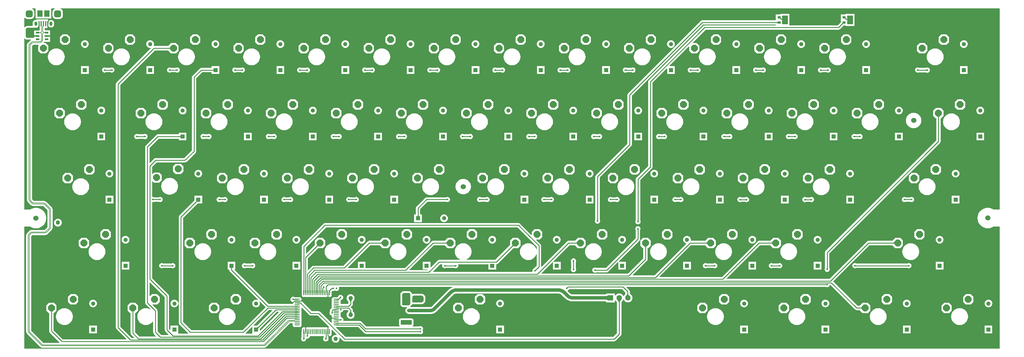
<source format=gbl>
G04*
G04 #@! TF.GenerationSoftware,Altium Limited,Altium Designer,21.2.1 (34)*
G04*
G04 Layer_Physical_Order=2*
G04 Layer_Color=16711680*
%FSLAX25Y25*%
%MOIN*%
G70*
G04*
G04 #@! TF.SameCoordinates,E791EE2E-FBA0-4324-A9C2-BCC3054153F0*
G04*
G04*
G04 #@! TF.FilePolarity,Positive*
G04*
G01*
G75*
%ADD10C,0.01000*%
%ADD22R,0.03543X0.02756*%
%ADD44C,0.06000*%
%ADD45C,0.04874*%
%ADD46R,0.04874X0.04874*%
%ADD47P,0.08523X8X22.5*%
%ADD48R,0.04874X0.04874*%
%ADD49R,0.06500X0.10000*%
%ADD50O,0.06500X0.10000*%
%ADD51O,0.03347X0.04724*%
G04:AMPARAMS|DCode=52|XSize=78.74mil|YSize=78.74mil|CornerRadius=19.68mil|HoleSize=0mil|Usage=FLASHONLY|Rotation=0.000|XOffset=0mil|YOffset=0mil|HoleType=Round|Shape=RoundedRectangle|*
%AMROUNDEDRECTD52*
21,1,0.07874,0.03937,0,0,0.0*
21,1,0.03937,0.07874,0,0,0.0*
1,1,0.03937,0.01968,-0.01968*
1,1,0.03937,-0.01968,-0.01968*
1,1,0.03937,-0.01968,0.01968*
1,1,0.03937,0.01968,0.01968*
%
%ADD52ROUNDEDRECTD52*%
%ADD53C,0.06299*%
%ADD54R,0.06299X0.06299*%
%ADD55C,0.05118*%
%ADD56C,0.01968*%
%ADD57C,0.05000*%
%ADD58C,0.00591*%
%ADD59C,0.03937*%
%ADD60R,0.01575X0.05906*%
%ADD61R,0.05906X0.07480*%
%ADD62R,0.03937X0.01968*%
G04:AMPARAMS|DCode=63|XSize=127.56mil|YSize=51.58mil|CornerRadius=3.87mil|HoleSize=0mil|Usage=FLASHONLY|Rotation=0.000|XOffset=0mil|YOffset=0mil|HoleType=Round|Shape=RoundedRectangle|*
%AMROUNDEDRECTD63*
21,1,0.12756,0.04384,0,0,0.0*
21,1,0.11982,0.05158,0,0,0.0*
1,1,0.00774,0.05991,-0.02192*
1,1,0.00774,-0.05991,-0.02192*
1,1,0.00774,-0.05991,0.02192*
1,1,0.00774,0.05991,0.02192*
%
%ADD63ROUNDEDRECTD63*%
G04:AMPARAMS|DCode=64|XSize=36.61mil|YSize=51.58mil|CornerRadius=2.75mil|HoleSize=0mil|Usage=FLASHONLY|Rotation=0.000|XOffset=0mil|YOffset=0mil|HoleType=Round|Shape=RoundedRectangle|*
%AMROUNDEDRECTD64*
21,1,0.03661,0.04608,0,0,0.0*
21,1,0.03112,0.05158,0,0,0.0*
1,1,0.00549,0.01556,-0.02304*
1,1,0.00549,-0.01556,-0.02304*
1,1,0.00549,-0.01556,0.02304*
1,1,0.00549,0.01556,0.02304*
%
%ADD64ROUNDEDRECTD64*%
%ADD65O,0.06299X0.01000*%
%ADD66O,0.01000X0.06299*%
%ADD67C,0.01181*%
G36*
X1123519Y160487D02*
X1116591D01*
X1115275Y161293D01*
X1113553Y162006D01*
X1111740Y162442D01*
X1109882Y162588D01*
X1108024Y162442D01*
X1106211Y162006D01*
X1104489Y161293D01*
X1102899Y160319D01*
X1101482Y159108D01*
X1100272Y157691D01*
X1099298Y156102D01*
X1098584Y154379D01*
X1098149Y152567D01*
X1098003Y150709D01*
X1098149Y148850D01*
X1098584Y147038D01*
X1099298Y145316D01*
X1100272Y143726D01*
X1101482Y142309D01*
X1102899Y141098D01*
X1104489Y140124D01*
X1106211Y139411D01*
X1108024Y138976D01*
X1109882Y138830D01*
X1111740Y138976D01*
X1113553Y139411D01*
X1115275Y140124D01*
X1116383Y140804D01*
X1123519D01*
Y-0D01*
X-1D01*
Y140804D01*
X6677D01*
X7914Y140045D01*
X9636Y139332D01*
X11449Y138897D01*
X13307Y138751D01*
X15165Y138897D01*
X16978Y139332D01*
X18700Y140045D01*
X20290Y141019D01*
X21707Y142230D01*
X22918Y143648D01*
X23891Y145237D01*
X24605Y146959D01*
X25040Y148772D01*
X25186Y150630D01*
X25040Y152488D01*
X24605Y154301D01*
X23891Y156023D01*
X22918Y157612D01*
X21707Y159030D01*
X20290Y160240D01*
X18700Y161214D01*
X16978Y161928D01*
X15165Y162363D01*
X13307Y162509D01*
X11449Y162363D01*
X9636Y161928D01*
X7914Y161214D01*
X6727Y160487D01*
X-1D01*
Y357920D01*
X461Y358112D01*
X1156Y357416D01*
X1818Y356974D01*
X2598Y356819D01*
X7439Y356819D01*
X7591Y356319D01*
X7216Y356069D01*
X3660Y352513D01*
X3153Y351753D01*
X2975Y350858D01*
Y171876D01*
X3004Y171729D01*
X3124Y170814D01*
X3534Y169825D01*
X4083Y169110D01*
X4174Y168973D01*
X7398Y165749D01*
X7535Y165658D01*
X8250Y165109D01*
X9239Y164699D01*
X10154Y164579D01*
X10301Y164550D01*
X21905D01*
X26597Y159857D01*
Y140317D01*
X23148Y136868D01*
X8372D01*
X8225Y136839D01*
X7310Y136718D01*
X6321Y136308D01*
X5601Y135756D01*
X5468Y135667D01*
X3540Y133739D01*
X3191Y133390D01*
X3187Y133384D01*
X3187Y133384D01*
X3102Y133257D01*
X2550Y132538D01*
X2140Y131548D01*
X2020Y130633D01*
X1991Y130487D01*
Y19868D01*
X2020Y19721D01*
X2140Y18806D01*
X2550Y17817D01*
X3102Y17097D01*
X3191Y16964D01*
X18145Y2010D01*
X18278Y1921D01*
X18998Y1369D01*
X19987Y959D01*
X20902Y839D01*
X21049Y809D01*
X276015D01*
X276162Y839D01*
X277077Y959D01*
X278066Y1369D01*
X278784Y1920D01*
X278919Y2010D01*
X306017Y29108D01*
X309015D01*
X309188Y28242D01*
X309193Y28233D01*
X309188Y28224D01*
X308993Y27249D01*
X309188Y26273D01*
X309740Y25446D01*
X310567Y24894D01*
X311542Y24700D01*
X316842D01*
X317817Y24894D01*
X318644Y25446D01*
X319197Y26273D01*
X319391Y27249D01*
X319197Y28224D01*
X319191Y28233D01*
X319197Y28242D01*
X319391Y29217D01*
X319197Y30193D01*
X319191Y30202D01*
X319197Y30210D01*
X319391Y31186D01*
X319197Y32161D01*
X319191Y32170D01*
X319197Y32179D01*
X319391Y33154D01*
X319197Y34130D01*
X319191Y34139D01*
X319197Y34147D01*
X319391Y35123D01*
X319197Y36098D01*
X319191Y36107D01*
X319197Y36116D01*
X319391Y37091D01*
X319197Y38067D01*
X319191Y38076D01*
X319197Y38084D01*
X319391Y39060D01*
X319197Y40035D01*
X319191Y40044D01*
X319197Y40053D01*
X319391Y41028D01*
X319197Y42004D01*
X319191Y42013D01*
X319197Y42021D01*
X319391Y42997D01*
X319197Y43972D01*
X319191Y43981D01*
X319197Y43990D01*
X319391Y44965D01*
X319197Y45941D01*
X319191Y45950D01*
X319197Y45958D01*
X319391Y46934D01*
X319375Y47013D01*
X319816Y47249D01*
X328217Y38847D01*
X329044Y38295D01*
X330020Y38101D01*
X337921D01*
X350998Y25023D01*
X350853Y24544D01*
X350520Y24478D01*
X349879Y24050D01*
X349527Y23965D01*
X349174Y24050D01*
X348534Y24478D01*
X347558Y24672D01*
X346583Y24478D01*
X346574Y24472D01*
X346565Y24478D01*
X345590Y24672D01*
X344614Y24478D01*
X344605Y24472D01*
X344597Y24478D01*
X343621Y24672D01*
X342646Y24478D01*
X342637Y24472D01*
X342628Y24478D01*
X341653Y24672D01*
X340677Y24478D01*
X340668Y24472D01*
X340660Y24478D01*
X339684Y24672D01*
X338709Y24478D01*
X338700Y24472D01*
X338691Y24478D01*
X337716Y24672D01*
X336740Y24478D01*
X336731Y24472D01*
X336723Y24478D01*
X335747Y24672D01*
X334772Y24478D01*
X334763Y24472D01*
X334754Y24478D01*
X333779Y24672D01*
X332803Y24478D01*
X332794Y24472D01*
X332786Y24478D01*
X331810Y24672D01*
X330835Y24478D01*
X330826Y24472D01*
X330817Y24478D01*
X329842Y24672D01*
X328866Y24478D01*
X328857Y24472D01*
X328849Y24478D01*
X327873Y24672D01*
X326898Y24478D01*
X326889Y24472D01*
X326880Y24478D01*
X325905Y24672D01*
X324929Y24478D01*
X324288Y24050D01*
X323936Y23965D01*
X323584Y24050D01*
X322943Y24478D01*
X321968Y24672D01*
X320992Y24478D01*
X320165Y23925D01*
X319613Y23098D01*
X319419Y22123D01*
Y19613D01*
X319384Y19439D01*
Y13037D01*
X319145Y12725D01*
X318845Y11999D01*
X318742Y11220D01*
X318845Y10441D01*
X319145Y9715D01*
X319624Y9092D01*
X320247Y8614D01*
X320973Y8313D01*
X321752Y8211D01*
X322531Y8313D01*
X323257Y8614D01*
X323880Y9092D01*
X324359Y9715D01*
X324659Y10441D01*
X324762Y11220D01*
X324747Y11334D01*
X325210Y11646D01*
X325886Y11557D01*
X326665Y11660D01*
X327391Y11960D01*
X328014Y12438D01*
X328493Y13062D01*
X328793Y13788D01*
X328835Y14103D01*
X329241Y14394D01*
X329842Y14275D01*
X330817Y14469D01*
X330826Y14475D01*
X330835Y14469D01*
X331810Y14275D01*
X332786Y14469D01*
X332794Y14475D01*
X332803Y14469D01*
X333779Y14275D01*
X334754Y14469D01*
X334763Y14475D01*
X334772Y14469D01*
X335747Y14275D01*
X336723Y14469D01*
X336731Y14475D01*
X336740Y14469D01*
X337716Y14275D01*
X338691Y14469D01*
X338700Y14475D01*
X338709Y14469D01*
X339684Y14275D01*
X340660Y14469D01*
X340668Y14475D01*
X340677Y14469D01*
X341653Y14275D01*
X342628Y14469D01*
X342637Y14475D01*
X342646Y14469D01*
X343621Y14275D01*
X344537Y14457D01*
X345009Y14189D01*
Y13084D01*
X344607Y12559D01*
X344306Y11833D01*
X344203Y11054D01*
X344306Y10275D01*
X344607Y9549D01*
X345085Y8926D01*
X345708Y8448D01*
X346434Y8147D01*
X347213Y8044D01*
X347992Y8147D01*
X348718Y8448D01*
X349342Y8926D01*
X349820Y9549D01*
X350121Y10275D01*
X350223Y11054D01*
X350135Y11724D01*
X350107Y12381D01*
Y14189D01*
X350607Y14451D01*
X351495Y14275D01*
X352471Y14469D01*
X353298Y15021D01*
X353850Y15848D01*
X354044Y16824D01*
Y21324D01*
X354506Y21515D01*
X360001Y16020D01*
X359696Y15618D01*
X358622Y15759D01*
X357447Y15605D01*
X356353Y15151D01*
X355413Y14430D01*
X354691Y13490D01*
X354238Y12395D01*
X354083Y11220D01*
X354238Y10046D01*
X354691Y8951D01*
X355413Y8011D01*
X356353Y7290D01*
X357447Y6836D01*
X358622Y6682D01*
X359797Y6836D01*
X360892Y7290D01*
X361831Y8011D01*
X362553Y8951D01*
X363006Y10046D01*
X363161Y11220D01*
X363019Y12295D01*
X363422Y12600D01*
X366997Y9024D01*
X367824Y8472D01*
X368799Y8278D01*
X679429D01*
X680405Y8472D01*
X681231Y9024D01*
X687039Y14831D01*
X687591Y15658D01*
X687785Y16634D01*
Y53403D01*
X687821Y53481D01*
X687896Y53611D01*
X688010Y53780D01*
X688149Y53962D01*
X688607Y54478D01*
X688889Y54761D01*
X688891Y54763D01*
X688929Y54792D01*
X689754Y55868D01*
X690006Y56476D01*
X690506D01*
X690758Y55868D01*
X691583Y54792D01*
X692659Y53966D01*
X693912Y53448D01*
X695256Y53271D01*
X696600Y53448D01*
X697853Y53966D01*
X698929Y54792D01*
X699754Y55868D01*
X700273Y57120D01*
X700450Y58465D01*
X700273Y59809D01*
X699754Y61062D01*
X698929Y62137D01*
X698658Y62345D01*
X698579Y62449D01*
X697995Y62961D01*
X697825Y63135D01*
X697681Y63301D01*
X697579Y63436D01*
X697516Y63536D01*
X697501Y63567D01*
Y65678D01*
X697307Y66653D01*
X696754Y67480D01*
X693427Y70808D01*
X693618Y71270D01*
X923321D01*
X923397Y71212D01*
X924123Y70912D01*
X924902Y70809D01*
X925681Y70912D01*
X926407Y71212D01*
X927030Y71690D01*
X927508Y72314D01*
X927809Y73040D01*
X927861Y73435D01*
X928570D01*
X956942Y45063D01*
X957769Y44510D01*
X958745Y44316D01*
X962694D01*
Y43897D01*
X965662Y40928D01*
X971599D01*
X974568Y43897D01*
Y49834D01*
X971599Y52802D01*
X965662D01*
X962694Y49834D01*
Y49414D01*
X959801D01*
X931705Y77510D01*
X973511Y119316D01*
X1000194D01*
Y118896D01*
X1003162Y115928D01*
X1009099D01*
X1012068Y118896D01*
Y124833D01*
X1009099Y127802D01*
X1003162D01*
X1000194Y124833D01*
Y124414D01*
X972456D01*
X971480Y124220D01*
X970653Y123667D01*
X927487Y80502D01*
X809169D01*
X808978Y80964D01*
X847330Y119316D01*
X859575D01*
Y118896D01*
X862544Y115928D01*
X868481D01*
X871450Y118896D01*
Y124833D01*
X868481Y127802D01*
X862544D01*
X859575Y124833D01*
Y124414D01*
X846274D01*
X845299Y124220D01*
X844472Y123667D01*
X803472Y82667D01*
X731906D01*
X731714Y83129D01*
X767901Y119316D01*
X784568D01*
Y118896D01*
X787536Y115928D01*
X793473D01*
X796442Y118896D01*
Y124833D01*
X793473Y127802D01*
X787536D01*
X784568Y124833D01*
Y124414D01*
X768205D01*
X767766Y124914D01*
X767861Y125630D01*
X767708Y126788D01*
X767261Y127867D01*
X766550Y128794D01*
X765623Y129506D01*
X764543Y129953D01*
X763385Y130105D01*
X762227Y129953D01*
X761148Y129506D01*
X760221Y128794D01*
X759510Y127867D01*
X759062Y126788D01*
X758910Y125630D01*
X759062Y124471D01*
X759510Y123392D01*
X760221Y122465D01*
X761148Y121754D01*
X762049Y121381D01*
X762220Y120845D01*
X725913Y84537D01*
X701098D01*
X700907Y84999D01*
X717315Y101407D01*
X717868Y102234D01*
X718061Y103209D01*
Y115928D01*
X718481D01*
X721450Y118896D01*
Y124833D01*
X718481Y127802D01*
X712544D01*
X709576Y124833D01*
Y118896D01*
X712544Y115928D01*
X712964D01*
Y104265D01*
X695204Y86506D01*
X595685D01*
X595494Y86968D01*
X608448Y99922D01*
X608948Y99715D01*
Y91193D01*
X617822D01*
Y100067D01*
X609300D01*
X609093Y100567D01*
X627842Y119316D01*
X634576D01*
Y118896D01*
X637544Y115928D01*
X643481D01*
X646450Y118896D01*
Y124833D01*
X643481Y127802D01*
X637544D01*
X634576Y124833D01*
Y124414D01*
X626786D01*
X625811Y124220D01*
X624984Y123667D01*
X595864Y94547D01*
X595364Y94755D01*
Y118701D01*
X595170Y119676D01*
X594617Y120503D01*
X589655Y125466D01*
X589846Y125928D01*
X593473D01*
X596442Y128896D01*
Y134833D01*
X593473Y137802D01*
X587536D01*
X584568Y134833D01*
Y131206D01*
X584106Y131015D01*
X583446Y131675D01*
X583446Y131675D01*
X570897Y144224D01*
X570070Y144776D01*
X569095Y144970D01*
X346398D01*
X345422Y144776D01*
X344595Y144224D01*
X320165Y119794D01*
X319613Y118967D01*
X319419Y117991D01*
Y67202D01*
Y64552D01*
Y61902D01*
X319613Y60927D01*
X320165Y60100D01*
X320992Y59547D01*
X321968Y59353D01*
X322943Y59547D01*
X322952Y59553D01*
X322961Y59547D01*
X323936Y59353D01*
X324911Y59547D01*
X324920Y59553D01*
X324929Y59547D01*
X325905Y59353D01*
X326880Y59547D01*
X326889Y59553D01*
X326898Y59547D01*
X327873Y59353D01*
X328849Y59547D01*
X328857Y59553D01*
X328866Y59548D01*
X329842Y59353D01*
X330817Y59548D01*
X330826Y59553D01*
X330835Y59548D01*
X331810Y59353D01*
X332786Y59548D01*
X332794Y59553D01*
X332803Y59547D01*
X333779Y59353D01*
X334754Y59547D01*
X334763Y59553D01*
X334772Y59547D01*
X335747Y59353D01*
X336723Y59547D01*
X336731Y59553D01*
X336740Y59547D01*
X337716Y59353D01*
X338691Y59547D01*
X338700Y59553D01*
X338709Y59547D01*
X339684Y59353D01*
X340660Y59547D01*
X340668Y59553D01*
X340677Y59548D01*
X341653Y59353D01*
X342628Y59548D01*
X342637Y59553D01*
X342646Y59548D01*
X343621Y59353D01*
X344597Y59548D01*
X344605Y59553D01*
X344614Y59547D01*
X345590Y59353D01*
X346565Y59547D01*
X346574Y59553D01*
X346583Y59547D01*
X347558Y59353D01*
X348534Y59547D01*
X349174Y59976D01*
X349527Y60060D01*
X349879Y59976D01*
X350520Y59547D01*
X351495Y59353D01*
X352471Y59547D01*
X353298Y60100D01*
X353850Y60927D01*
X354044Y61902D01*
Y65957D01*
X354696Y66608D01*
X355048Y66463D01*
X355827Y66360D01*
X356606Y66463D01*
X357332Y66763D01*
X357813Y67133D01*
X358141Y66881D01*
X358867Y66581D01*
X359646Y66478D01*
X360425Y66581D01*
X361151Y66881D01*
X361774Y67360D01*
X362252Y67983D01*
X362553Y68709D01*
X362656Y69488D01*
X362553Y70267D01*
X362345Y70770D01*
X362629Y71270D01*
X493367D01*
X493467Y70770D01*
X491856Y70103D01*
X489981Y68954D01*
X488309Y67526D01*
X488315Y67519D01*
X469070Y48274D01*
X468664Y48048D01*
X468413Y47998D01*
X468405Y47999D01*
X444664D01*
X444511Y48334D01*
X444493Y48499D01*
X446029Y50034D01*
X446471Y50696D01*
X446529Y50991D01*
X446531Y50992D01*
X447093Y51265D01*
X447280Y51228D01*
X447569Y51170D01*
X447581Y51166D01*
X447582Y51165D01*
X447588Y51166D01*
X447668Y51150D01*
X447670Y51150D01*
X447672Y51150D01*
X447834Y51150D01*
X447834Y51150D01*
X447834Y51150D01*
X457484D01*
X457633Y51150D01*
X457830Y51189D01*
X458031D01*
X458323Y51247D01*
X458508Y51324D01*
X458705Y51363D01*
X458981Y51477D01*
X459147Y51589D01*
X459333Y51665D01*
X459581Y51831D01*
X459723Y51973D01*
X459890Y52084D01*
X459995Y52190D01*
X459995Y52190D01*
X460812Y53007D01*
X460812Y53007D01*
X460812Y53007D01*
X460901Y53096D01*
X461013Y53263D01*
X461155Y53405D01*
X461294Y53614D01*
X461371Y53800D01*
X461483Y53967D01*
X461579Y54199D01*
X461618Y54396D01*
X461695Y54582D01*
X461744Y54828D01*
X461744Y55029D01*
X461783Y55226D01*
X461783Y55351D01*
X461783Y55352D01*
X461783Y59313D01*
X461783Y59439D01*
X461744Y59636D01*
X461744Y59837D01*
X461695Y60084D01*
X461647Y60200D01*
Y60200D01*
X461618Y60270D01*
X461579Y60466D01*
X461531Y60583D01*
X461419Y60750D01*
X461390Y60819D01*
X461390Y60819D01*
X461342Y60935D01*
X461065Y61350D01*
X461042Y61373D01*
X461029Y61402D01*
X460906Y61518D01*
X460812Y61659D01*
X460344Y62126D01*
X460177Y62238D01*
X460035Y62380D01*
X459865Y62493D01*
X459678Y62571D01*
X459508Y62684D01*
X459233Y62797D01*
X459140Y62815D01*
X459057Y62860D01*
X458864Y62919D01*
X458723Y62934D01*
X458590Y62983D01*
X458264Y63036D01*
X458241Y63035D01*
X458218Y63043D01*
X458217Y63043D01*
X458078Y63035D01*
X457942Y63062D01*
X457464Y63063D01*
X457462Y63063D01*
X457461Y63063D01*
X448398Y63063D01*
X448299Y63063D01*
X448105Y63024D01*
X448105Y63024D01*
X448102Y63024D01*
X447901Y63024D01*
X447708Y62985D01*
X447522Y62908D01*
X447519Y62908D01*
X447518Y62907D01*
X447325Y62869D01*
X447307Y62862D01*
X447168Y62769D01*
X447126Y62753D01*
X446626Y62982D01*
Y63090D01*
X446471Y63871D01*
X446029Y64533D01*
X446029Y64533D01*
X444946Y65615D01*
X444946Y65615D01*
X444284Y66057D01*
X443504Y66212D01*
X436516Y66212D01*
X436516Y66212D01*
X435735Y66057D01*
X435074Y65615D01*
X435074Y65615D01*
X433696Y64237D01*
X433254Y63576D01*
X433099Y62795D01*
X433099Y50984D01*
X433254Y50204D01*
X433696Y49542D01*
X434779Y48460D01*
X435440Y48018D01*
X436221Y47862D01*
X440620D01*
X440781Y47362D01*
X440083Y46826D01*
X439447Y45997D01*
X439047Y45032D01*
X438911Y43996D01*
X439047Y42960D01*
X439447Y41995D01*
X440083Y41166D01*
X440912Y40530D01*
X441877Y40130D01*
X442913Y39993D01*
X468405D01*
Y39984D01*
X470152Y40156D01*
X471832Y40666D01*
X473380Y41493D01*
X474737Y42607D01*
X474737Y42607D01*
X475084Y42967D01*
X493976Y61859D01*
X494011Y61905D01*
X494878Y62616D01*
X495917Y63171D01*
X497044Y63513D01*
X498160Y63623D01*
X498217Y63615D01*
X614775D01*
X614832Y63623D01*
X615948Y63513D01*
X617075Y63171D01*
X618114Y62616D01*
X618981Y61905D01*
X619016Y61859D01*
X622312Y58563D01*
X622305Y58557D01*
X623977Y57129D01*
X625852Y55980D01*
X627883Y55139D01*
X630021Y54625D01*
X632213Y54453D01*
Y54462D01*
X668098D01*
X668114Y54458D01*
X669464Y54413D01*
X669928Y54368D01*
X670106Y54339D01*
Y53315D01*
X671982D01*
X672118Y53288D01*
X672255Y53315D01*
X680406D01*
Y55505D01*
X680905Y55675D01*
X681583Y54792D01*
X681612Y54769D01*
X681859Y54516D01*
X682316Y53990D01*
X682457Y53802D01*
X682572Y53629D01*
X682648Y53494D01*
X682687Y53410D01*
Y17690D01*
X678373Y13376D01*
X369855D01*
X358993Y24238D01*
X359184Y24700D01*
X384491D01*
X391603Y17587D01*
X392430Y17035D01*
X393406Y16841D01*
X454719D01*
X454794Y16783D01*
X455520Y16482D01*
X456299Y16380D01*
X457078Y16482D01*
X457804Y16783D01*
X458428Y17261D01*
X458906Y17885D01*
X459207Y18611D01*
X459309Y19390D01*
X459207Y20169D01*
X458906Y20895D01*
X458652Y21226D01*
X458808Y21428D01*
X459108Y22154D01*
X459211Y22933D01*
X459108Y23712D01*
X458808Y24438D01*
X458329Y25062D01*
X457706Y25540D01*
X456980Y25840D01*
X456201Y25943D01*
X455422Y25840D01*
X454696Y25540D01*
X454621Y25482D01*
X447215D01*
X447063Y25982D01*
X447574Y26324D01*
X448102Y27113D01*
X448287Y28044D01*
Y32428D01*
X448102Y33359D01*
X447574Y34149D01*
X446785Y34677D01*
X445853Y34862D01*
X433871D01*
X432940Y34677D01*
X432150Y34149D01*
X431623Y33359D01*
X431437Y32428D01*
Y28044D01*
X431623Y27113D01*
X432150Y26324D01*
X432661Y25982D01*
X432510Y25482D01*
X393871D01*
X388318Y31035D01*
X387491Y31587D01*
X386516Y31781D01*
X367676D01*
X367398Y32197D01*
X367474Y32381D01*
X367577Y33160D01*
X367474Y33939D01*
X367174Y34665D01*
X366695Y35288D01*
X366072Y35766D01*
X365346Y36067D01*
X364790Y36140D01*
X364371Y36595D01*
X364469Y37091D01*
X364275Y38067D01*
X364269Y38076D01*
X364275Y38084D01*
X364469Y39060D01*
X364275Y40035D01*
X364269Y40044D01*
X364275Y40053D01*
X364469Y41028D01*
X364387Y41442D01*
X364805Y41903D01*
X365346Y41974D01*
X366072Y42275D01*
X366695Y42753D01*
X367174Y43377D01*
X367474Y44103D01*
X367512Y44385D01*
X372191D01*
X373257Y43319D01*
Y43014D01*
X373219Y42942D01*
X373152Y42837D01*
X373072Y42726D01*
X372757Y42360D01*
X372559Y42158D01*
X372559Y42157D01*
X372555Y42154D01*
X371824Y41202D01*
X371364Y40093D01*
X371208Y38902D01*
X371364Y37712D01*
X371824Y36603D01*
X372555Y35651D01*
X373507Y34920D01*
X374616Y34461D01*
X375806Y34304D01*
X376996Y34461D01*
X378105Y34920D01*
X379058Y35651D01*
X379788Y36603D01*
X380248Y37712D01*
X380405Y38902D01*
X380248Y40093D01*
X379788Y41202D01*
X379101Y42097D01*
X379082Y42128D01*
X379059Y42153D01*
X379058Y42154D01*
X379057Y42154D01*
X378667Y42569D01*
X378555Y42706D01*
X378460Y42837D01*
X378394Y42942D01*
X378355Y43014D01*
Y44375D01*
X378161Y45350D01*
X377609Y46177D01*
X376064Y47721D01*
X377609Y49265D01*
X378161Y50092D01*
X378355Y51068D01*
Y54003D01*
X378394Y54076D01*
X378460Y54180D01*
X378540Y54291D01*
X378855Y54658D01*
X379053Y54859D01*
X379054Y54860D01*
X379058Y54863D01*
X379788Y55816D01*
X380248Y56925D01*
X380405Y58115D01*
X380248Y59305D01*
X379788Y60414D01*
X379058Y61366D01*
X378105Y62097D01*
X376996Y62557D01*
X375806Y62713D01*
X374616Y62557D01*
X373507Y62097D01*
X372555Y61366D01*
X371824Y60414D01*
X371364Y59305D01*
X371208Y58115D01*
X371364Y56925D01*
X371824Y55816D01*
X372511Y54921D01*
X372530Y54890D01*
X372554Y54864D01*
X372555Y54863D01*
X372555Y54863D01*
X372945Y54449D01*
X373057Y54312D01*
X373152Y54180D01*
X373219Y54076D01*
X373257Y54003D01*
Y52124D01*
X372585Y51451D01*
X364555D01*
X364287Y51924D01*
X364469Y52839D01*
X364275Y53815D01*
X364269Y53824D01*
X364275Y53832D01*
X364469Y54808D01*
X364314Y55591D01*
X364858Y56135D01*
X364952Y56148D01*
X365678Y56448D01*
X366302Y56927D01*
X366780Y57550D01*
X367081Y58276D01*
X367183Y59055D01*
X367081Y59834D01*
X366780Y60560D01*
X366302Y61184D01*
X365678Y61662D01*
X364952Y61963D01*
X364173Y62065D01*
X363394Y61963D01*
X362668Y61662D01*
X362045Y61184D01*
X361566Y60560D01*
X361266Y59834D01*
X361253Y59740D01*
X360839Y59325D01*
X356621D01*
X355646Y59131D01*
X354819Y58579D01*
X354266Y57752D01*
X354072Y56776D01*
X354266Y55801D01*
X354272Y55792D01*
X354266Y55783D01*
X354072Y54808D01*
X354266Y53832D01*
X354272Y53824D01*
X354266Y53815D01*
X354072Y52839D01*
X354266Y51864D01*
X354272Y51855D01*
X354266Y51846D01*
X354072Y50871D01*
X354266Y49895D01*
X354272Y49887D01*
X354266Y49878D01*
X354072Y48902D01*
X354266Y47927D01*
X354272Y47918D01*
X354266Y47909D01*
X354072Y46934D01*
X354082Y46884D01*
X353857Y46733D01*
X352627Y45503D01*
X352074Y44676D01*
X351880Y43701D01*
Y42722D01*
X351822Y42647D01*
X351522Y41921D01*
X351419Y41142D01*
X351522Y40363D01*
X351822Y39637D01*
X352301Y39013D01*
X352924Y38535D01*
X353650Y38234D01*
X353809Y38213D01*
X354185Y37659D01*
X354072Y37091D01*
X354266Y36116D01*
X354819Y35289D01*
Y34957D01*
X354819Y34957D01*
X354266Y34130D01*
X354072Y33154D01*
X354266Y32179D01*
X354272Y32170D01*
X354266Y32161D01*
X354072Y31186D01*
X354266Y30210D01*
X354128Y29742D01*
X353637Y29594D01*
X340779Y42452D01*
X339952Y43005D01*
X338976Y43199D01*
X331076D01*
X319667Y54607D01*
X319206Y54915D01*
X319054Y55588D01*
X319197Y55801D01*
X319391Y56776D01*
X319197Y57752D01*
X318644Y58579D01*
X317817Y59131D01*
X316842Y59325D01*
X314510D01*
X314435Y59340D01*
X314397Y59333D01*
X311137D01*
X311052Y59398D01*
X310326Y59699D01*
X309547Y59801D01*
X308768Y59699D01*
X308042Y59398D01*
X307419Y58920D01*
X306941Y58296D01*
X306640Y57570D01*
X306537Y56791D01*
X306640Y56012D01*
X306941Y55286D01*
X307419Y54663D01*
X308042Y54185D01*
X308768Y53884D01*
X309092Y53337D01*
X308993Y52839D01*
X309172Y51941D01*
X308898Y51466D01*
X281371D01*
X242106Y90731D01*
X242298Y91193D01*
X243019D01*
Y100067D01*
X234145D01*
Y91193D01*
X236033D01*
Y90650D01*
X236227Y89675D01*
X236780Y88848D01*
X269229Y56399D01*
X268946Y55975D01*
X268087Y56331D01*
X266929Y56483D01*
X265770Y56331D01*
X264691Y55883D01*
X263764Y55172D01*
X263053Y54245D01*
X262606Y53166D01*
X262453Y52008D01*
X262606Y50849D01*
X263053Y49770D01*
X263764Y48843D01*
X264691Y48132D01*
X265770Y47685D01*
X266929Y47532D01*
X268087Y47685D01*
X269166Y48132D01*
X270093Y48843D01*
X270804Y49770D01*
X271251Y50849D01*
X271404Y52008D01*
X271251Y53166D01*
X270896Y54025D01*
X271320Y54308D01*
X277778Y47850D01*
X251178Y21250D01*
X192316D01*
X182864Y30702D01*
Y150874D01*
X199561Y167571D01*
X199644D01*
X199700Y167569D01*
X199706Y167571D01*
X204830D01*
Y176445D01*
X195956D01*
Y171321D01*
X195954Y171315D01*
X195956Y171259D01*
Y171176D01*
X178513Y153732D01*
X177960Y152905D01*
X177766Y151929D01*
Y52370D01*
X177266Y52337D01*
X177157Y53166D01*
X176710Y54245D01*
X175999Y55172D01*
X175072Y55883D01*
X173992Y56331D01*
X172834Y56483D01*
X171676Y56331D01*
X170596Y55883D01*
X169670Y55172D01*
X168958Y54245D01*
X168511Y53166D01*
X168359Y52008D01*
X168511Y50849D01*
X168958Y49770D01*
X169670Y48843D01*
X170596Y48132D01*
X171676Y47685D01*
X172834Y47532D01*
X173992Y47685D01*
X175072Y48132D01*
X175999Y48843D01*
X176710Y49770D01*
X177157Y50849D01*
X177266Y51678D01*
X177766Y51645D01*
Y30060D01*
X177822Y29781D01*
X177905Y29146D01*
X178258Y28295D01*
X178642Y27794D01*
X178803Y27552D01*
X188680Y17676D01*
X188488Y17214D01*
X177618D01*
X177271Y17571D01*
Y26445D01*
X168397D01*
Y21570D01*
X167935Y21378D01*
X166722Y22591D01*
Y60137D01*
X166667Y60416D01*
X166583Y61051D01*
X166230Y61902D01*
X165846Y62403D01*
X165685Y62644D01*
X147234Y81095D01*
Y168638D01*
X147734Y169076D01*
X148031Y169037D01*
X148810Y169140D01*
X149536Y169440D01*
X149611Y169498D01*
X154718D01*
X154794Y169440D01*
X155520Y169140D01*
X156299Y169037D01*
X157078Y169140D01*
X157804Y169440D01*
X158427Y169919D01*
X158905Y170542D01*
X159206Y171268D01*
X159309Y172047D01*
X159206Y172826D01*
X158905Y173552D01*
X158427Y174176D01*
X157804Y174654D01*
X157078Y174954D01*
X156299Y175057D01*
X155520Y174954D01*
X154794Y174654D01*
X154718Y174596D01*
X149611D01*
X149536Y174654D01*
X148810Y174954D01*
X148031Y175057D01*
X147734Y175018D01*
X147234Y175457D01*
Y192931D01*
X147696Y193122D01*
X149355Y191463D01*
X155292D01*
X158261Y194431D01*
Y200368D01*
X155292Y203337D01*
X149355D01*
X147696Y201677D01*
X147234Y201869D01*
Y209928D01*
X152178Y214872D01*
X184684D01*
X184963Y214928D01*
X185598Y215011D01*
X186449Y215364D01*
X186950Y215748D01*
X187185Y215905D01*
X187185Y215905D01*
X187192Y215910D01*
X187540Y216258D01*
X196596Y225314D01*
X196945Y225663D01*
X196949Y225669D01*
X196949Y225669D01*
X197106Y225904D01*
X197490Y226405D01*
X197843Y227256D01*
X197926Y227891D01*
X197982Y228170D01*
X197982D01*
X197982Y228170D01*
X197982Y228170D01*
X197982Y228668D01*
X197982Y312133D01*
X204914Y319065D01*
X215641D01*
Y317177D01*
X224515D01*
Y326051D01*
X215641D01*
Y324163D01*
X204272D01*
X204270Y324163D01*
X204268Y324163D01*
X204264Y324162D01*
X204261Y324163D01*
X204257Y324163D01*
X203967Y324104D01*
X203359Y324024D01*
X202507Y323671D01*
X202006Y323287D01*
X201771Y323130D01*
X201771Y323130D01*
X201765Y323126D01*
X201417Y322777D01*
X193924Y315284D01*
X193765Y315048D01*
X193376Y314540D01*
X193023Y313688D01*
X192940Y313054D01*
X192884Y312775D01*
X192884Y228812D01*
X184043Y219970D01*
X151122D01*
X150147Y219776D01*
X149320Y219224D01*
X144665Y214568D01*
X144202Y214760D01*
Y231739D01*
X154756Y242293D01*
X177846D01*
Y240405D01*
X186720D01*
Y249279D01*
X177846D01*
Y247391D01*
X153701D01*
X152725Y247197D01*
X151898Y246645D01*
X139851Y234598D01*
X139299Y233771D01*
X139105Y232795D01*
Y53210D01*
X139160Y52930D01*
X139244Y52296D01*
X139596Y51444D01*
X139981Y50944D01*
X140142Y50702D01*
X145376Y45468D01*
X145075Y45062D01*
X143602Y45849D01*
X141778Y46402D01*
X139881Y46589D01*
X137984Y46402D01*
X136160Y45849D01*
X134479Y44951D01*
X133005Y43741D01*
X131796Y42268D01*
X130897Y40587D01*
X130344Y38762D01*
X130157Y36865D01*
X130344Y34968D01*
X130897Y33144D01*
X131796Y31463D01*
X133005Y29989D01*
X134479Y28780D01*
X136160Y27882D01*
X137984Y27328D01*
X139881Y27141D01*
X141778Y27328D01*
X143602Y27882D01*
X145283Y28780D01*
X146757Y29989D01*
X147837Y31305D01*
X148337Y31126D01*
Y19174D01*
X148392Y18895D01*
X148476Y18260D01*
X148829Y17409D01*
X149213Y16908D01*
X149374Y16667D01*
X151711Y14330D01*
X151520Y13868D01*
X132296D01*
X127430Y18734D01*
Y40928D01*
X127850D01*
X130818Y43897D01*
Y49834D01*
X127850Y52802D01*
X121913D01*
X118944Y49834D01*
Y43897D01*
X121913Y40928D01*
X122332D01*
Y18092D01*
X122388Y17813D01*
X122471Y17178D01*
X122824Y16327D01*
X123208Y15826D01*
X123370Y15585D01*
X126199Y12755D01*
X126008Y12293D01*
X123398D01*
X110502Y25190D01*
Y304436D01*
X142157Y336091D01*
X142157Y336091D01*
X150381Y344316D01*
X165820D01*
Y343896D01*
X168788Y340928D01*
X174725D01*
X177694Y343896D01*
Y349833D01*
X174725Y352802D01*
X168788D01*
X165820Y349833D01*
Y349414D01*
X149326D01*
X149313Y349411D01*
X148953Y349850D01*
X149204Y350456D01*
X149357Y351614D01*
X149204Y352772D01*
X148757Y353852D01*
X148046Y354779D01*
X147119Y355490D01*
X146040Y355937D01*
X144881Y356089D01*
X143723Y355937D01*
X142644Y355490D01*
X141717Y354779D01*
X141006Y353852D01*
X140559Y352772D01*
X140406Y351614D01*
X140559Y350456D01*
X141006Y349376D01*
X141717Y348449D01*
X142644Y347738D01*
X143723Y347291D01*
X144881Y347139D01*
X145349Y347200D01*
X145583Y346727D01*
X138552Y339696D01*
X138552Y339696D01*
X106150Y307295D01*
X105598Y306468D01*
X105404Y305492D01*
Y24548D01*
X105459Y24269D01*
X105543Y23634D01*
X105895Y22783D01*
X106280Y22282D01*
X106441Y22041D01*
X117400Y11082D01*
X117209Y10620D01*
X44087D01*
X33680Y21027D01*
Y40928D01*
X34100D01*
X37068Y43897D01*
Y49834D01*
X34100Y52802D01*
X28163D01*
X25194Y49834D01*
Y43897D01*
X28163Y40928D01*
X28582D01*
Y20385D01*
X28638Y20106D01*
X28721Y19472D01*
X29074Y18620D01*
X29458Y18120D01*
X29620Y17878D01*
X40365Y7133D01*
X40173Y6671D01*
X21774D01*
X7852Y20592D01*
Y129762D01*
X9096Y131006D01*
X23873D01*
X24019Y131035D01*
X24934Y131156D01*
X25923Y131566D01*
X26641Y132117D01*
X26776Y132206D01*
X31258Y136688D01*
X31347Y136822D01*
X31899Y137541D01*
X32309Y138530D01*
X32429Y139445D01*
X32458Y139592D01*
Y160582D01*
X32429Y160729D01*
X32309Y161644D01*
X31899Y162633D01*
X31347Y163353D01*
X31262Y163480D01*
X31262Y163480D01*
X31258Y163486D01*
X31258Y163486D01*
X30909Y163834D01*
X25882Y168862D01*
X25533Y169211D01*
X25533Y169211D01*
X25527Y169215D01*
X25527Y169215D01*
X25400Y169299D01*
X24680Y169852D01*
X23691Y170261D01*
X22776Y170382D01*
X22629Y170411D01*
X11026D01*
X8836Y172600D01*
Y349399D01*
X10330Y350893D01*
X16225D01*
X16417Y350431D01*
X15819Y349833D01*
Y343896D01*
X18788Y340928D01*
X24725D01*
X27693Y343896D01*
Y349833D01*
X24725Y352802D01*
X22268D01*
X22077Y353264D01*
X22658Y353845D01*
X22912Y354225D01*
X29696D01*
Y360194D01*
X23343D01*
Y361705D01*
X29696D01*
Y367674D01*
X23534D01*
Y370131D01*
X27229D01*
Y371988D01*
X27729Y372157D01*
X28022Y371775D01*
X28790Y371186D01*
X29683Y370816D01*
X30642Y370690D01*
X31601Y370816D01*
X32495Y371186D01*
X33262Y371775D01*
X33851Y372542D01*
X34221Y373436D01*
X34347Y374394D01*
Y375773D01*
X34221Y376731D01*
X33851Y377625D01*
X33262Y378392D01*
X32495Y378981D01*
X31601Y379351D01*
X30642Y379477D01*
X29683Y379351D01*
X28790Y378981D01*
X28022Y378392D01*
X27729Y378010D01*
X27229Y378179D01*
Y380036D01*
X13977D01*
Y379744D01*
X13601Y379414D01*
X13123Y379477D01*
X12164Y379351D01*
X11270Y378981D01*
X10503Y378392D01*
X9914Y377625D01*
X9544Y376731D01*
X9418Y375773D01*
Y374394D01*
X9544Y373436D01*
X9736Y372972D01*
X9402Y372472D01*
X2756Y372472D01*
X1976Y372317D01*
X1314Y371875D01*
X1314Y371875D01*
X461Y371022D01*
X-1Y371214D01*
Y381822D01*
X499Y381992D01*
X647Y381800D01*
X1475Y381164D01*
X2441Y380764D01*
X3477Y380628D01*
X7414D01*
X8450Y380764D01*
X9415Y381164D01*
X10244Y381800D01*
X10880Y382629D01*
X11280Y383595D01*
X11417Y384631D01*
Y388568D01*
X11280Y389604D01*
X10880Y390569D01*
X10244Y391398D01*
X9415Y392034D01*
X8774Y392300D01*
X8873Y392800D01*
X12561D01*
X12993Y392635D01*
X12993Y392300D01*
Y381154D01*
X22898D01*
Y381154D01*
X30772D01*
Y392300D01*
X30772Y392635D01*
X31204Y392800D01*
X34892D01*
X34991Y392300D01*
X34350Y392034D01*
X33520Y391398D01*
X32884Y390569D01*
X32484Y389604D01*
X32348Y388568D01*
Y384631D01*
X32484Y383595D01*
X32884Y382629D01*
X33520Y381800D01*
X34350Y381164D01*
X35315Y380764D01*
X36351Y380628D01*
X40288D01*
X41324Y380764D01*
X42289Y381164D01*
X43118Y381800D01*
X43754Y382629D01*
X44154Y383595D01*
X44291Y384631D01*
Y388568D01*
X44154Y389604D01*
X43754Y390569D01*
X43118Y391398D01*
X42289Y392034D01*
X41648Y392300D01*
X41747Y392800D01*
X1123519D01*
Y160487D01*
D02*
G37*
G36*
X23783Y364099D02*
X23777Y364155D01*
X23759Y364206D01*
X23729Y364250D01*
X23686Y364288D01*
X23632Y364321D01*
X23566Y364347D01*
X23488Y364368D01*
X23397Y364383D01*
X23295Y364392D01*
X23180Y364394D01*
Y364985D01*
X23295Y364988D01*
X23397Y364997D01*
X23488Y365012D01*
X23566Y365032D01*
X23632Y365059D01*
X23686Y365091D01*
X23729Y365130D01*
X23759Y365174D01*
X23777Y365224D01*
X23783Y365280D01*
Y364099D01*
D02*
G37*
G36*
X16536Y371988D02*
Y370131D01*
X17672D01*
Y367674D01*
X11129D01*
Y361705D01*
X17224D01*
Y360194D01*
X11129D01*
Y358858D01*
X2598Y358858D01*
X1417Y360039D01*
X1417Y369094D01*
X2756Y370433D01*
X14429Y370433D01*
X15748Y371752D01*
Y371782D01*
X16036Y372157D01*
X16536Y371988D01*
D02*
G37*
G36*
X167844Y345865D02*
X167833Y345960D01*
X167803Y346045D01*
X167753Y346120D01*
X167682Y346185D01*
X167591Y346240D01*
X167479Y346285D01*
X167348Y346320D01*
X167196Y346345D01*
X167024Y346360D01*
X166832Y346365D01*
Y347365D01*
X167024Y347370D01*
X167196Y347385D01*
X167348Y347410D01*
X167479Y347445D01*
X167591Y347490D01*
X167682Y347545D01*
X167753Y347610D01*
X167803Y347685D01*
X167833Y347770D01*
X167844Y347865D01*
Y345865D01*
D02*
G37*
G36*
X179870Y243842D02*
X179860Y243937D01*
X179829Y244022D01*
X179779Y244097D01*
X179708Y244162D01*
X179617Y244217D01*
X179506Y244262D01*
X179374Y244297D01*
X179222Y244322D01*
X179050Y244337D01*
X178858Y244342D01*
Y245342D01*
X179050Y245347D01*
X179222Y245362D01*
X179374Y245387D01*
X179506Y245422D01*
X179617Y245467D01*
X179708Y245522D01*
X179779Y245587D01*
X179829Y245662D01*
X179860Y245747D01*
X179870Y245842D01*
Y243842D01*
D02*
G37*
G36*
X155596Y171358D02*
X155555Y171394D01*
X155507Y171426D01*
X155452Y171455D01*
X155389Y171479D01*
X155319Y171500D01*
X155242Y171517D01*
X155158Y171530D01*
X155066Y171539D01*
X154860Y171547D01*
Y172547D01*
X154967Y172549D01*
X155158Y172564D01*
X155242Y172577D01*
X155319Y172594D01*
X155389Y172615D01*
X155452Y172640D01*
X155507Y172668D01*
X155555Y172700D01*
X155596Y172736D01*
Y171358D01*
D02*
G37*
G36*
X148775Y172700D02*
X148822Y172668D01*
X148878Y172640D01*
X148940Y172615D01*
X149010Y172594D01*
X149088Y172577D01*
X149172Y172564D01*
X149264Y172555D01*
X149469Y172547D01*
Y171547D01*
X149363Y171545D01*
X149172Y171530D01*
X149088Y171517D01*
X149010Y171500D01*
X148940Y171479D01*
X148878Y171455D01*
X148822Y171426D01*
X148775Y171394D01*
X148734Y171358D01*
Y172736D01*
X148775Y172700D01*
D02*
G37*
G36*
X199382Y169583D02*
X199304Y169639D01*
X199213Y169668D01*
X199107D01*
X198986Y169639D01*
X198852Y169583D01*
X198704Y169498D01*
X198541Y169385D01*
X198364Y169243D01*
X197968Y168876D01*
X197261Y169583D01*
X197459Y169788D01*
X197770Y170156D01*
X197883Y170318D01*
X197968Y170467D01*
X198025Y170601D01*
X198053Y170721D01*
Y170827D01*
X198025Y170919D01*
X197968Y170997D01*
X199382Y169583D01*
D02*
G37*
G36*
X1002218Y120865D02*
X1002207Y120960D01*
X1002177Y121045D01*
X1002127Y121120D01*
X1002056Y121185D01*
X1001965Y121240D01*
X1001853Y121285D01*
X1001722Y121320D01*
X1001570Y121345D01*
X1001398Y121360D01*
X1001206Y121365D01*
Y122365D01*
X1001398Y122370D01*
X1001570Y122385D01*
X1001722Y122410D01*
X1001853Y122445D01*
X1001965Y122490D01*
X1002056Y122545D01*
X1002127Y122610D01*
X1002177Y122685D01*
X1002207Y122770D01*
X1002218Y122865D01*
Y120865D01*
D02*
G37*
G36*
X861600D02*
X861589Y120960D01*
X861559Y121045D01*
X861508Y121120D01*
X861438Y121185D01*
X861347Y121240D01*
X861235Y121285D01*
X861104Y121320D01*
X860952Y121345D01*
X860780Y121360D01*
X860588Y121365D01*
Y122365D01*
X860780Y122370D01*
X860952Y122385D01*
X861104Y122410D01*
X861235Y122445D01*
X861347Y122490D01*
X861438Y122545D01*
X861508Y122610D01*
X861559Y122685D01*
X861589Y122770D01*
X861600Y122865D01*
Y120865D01*
D02*
G37*
G36*
X786592D02*
X786582Y120960D01*
X786551Y121045D01*
X786501Y121120D01*
X786430Y121185D01*
X786339Y121240D01*
X786227Y121285D01*
X786096Y121320D01*
X785944Y121345D01*
X785772Y121360D01*
X785580Y121365D01*
Y122365D01*
X785772Y122370D01*
X785944Y122385D01*
X786096Y122410D01*
X786227Y122445D01*
X786339Y122490D01*
X786430Y122545D01*
X786501Y122610D01*
X786551Y122685D01*
X786582Y122770D01*
X786592Y122865D01*
Y120865D01*
D02*
G37*
G36*
X636599D02*
X636589Y120960D01*
X636559Y121045D01*
X636509Y121120D01*
X636438Y121185D01*
X636346Y121240D01*
X636235Y121285D01*
X636104Y121320D01*
X635952Y121345D01*
X635780Y121360D01*
X635588Y121365D01*
Y122365D01*
X635780Y122370D01*
X635952Y122385D01*
X636104Y122410D01*
X636235Y122445D01*
X636346Y122490D01*
X636438Y122545D01*
X636509Y122610D01*
X636559Y122685D01*
X636589Y122770D01*
X636599Y122865D01*
Y120865D01*
D02*
G37*
G36*
X486599D02*
X486589Y120960D01*
X486559Y121045D01*
X486509Y121120D01*
X486438Y121185D01*
X486346Y121240D01*
X486235Y121285D01*
X486104Y121320D01*
X485952Y121345D01*
X485780Y121360D01*
X485588Y121365D01*
Y122365D01*
X485780Y122370D01*
X485952Y122385D01*
X486104Y122410D01*
X486235Y122445D01*
X486346Y122490D01*
X486438Y122545D01*
X486509Y122610D01*
X486559Y122685D01*
X486589Y122770D01*
X486599Y122865D01*
Y120865D01*
D02*
G37*
G36*
X411592D02*
X411582Y120960D01*
X411551Y121045D01*
X411501Y121120D01*
X411430Y121185D01*
X411339Y121240D01*
X411227Y121285D01*
X411096Y121320D01*
X410944Y121345D01*
X410772Y121360D01*
X410580Y121365D01*
Y122365D01*
X410772Y122370D01*
X410944Y122385D01*
X411096Y122410D01*
X411227Y122445D01*
X411339Y122490D01*
X411430Y122545D01*
X411501Y122610D01*
X411551Y122685D01*
X411582Y122770D01*
X411592Y122865D01*
Y120865D01*
D02*
G37*
G36*
X563276Y118222D02*
X563202Y118282D01*
X563121Y118321D01*
X563032Y118338D01*
X562936Y118334D01*
X562832Y118309D01*
X562722Y118262D01*
X562604Y118194D01*
X562479Y118104D01*
X562347Y117993D01*
X562207Y117860D01*
X561500Y118568D01*
X561633Y118707D01*
X561744Y118839D01*
X561833Y118964D01*
X561902Y119082D01*
X561949Y119193D01*
X561974Y119296D01*
X561978Y119392D01*
X561961Y119481D01*
X561922Y119562D01*
X561862Y119637D01*
X563276Y118222D01*
D02*
G37*
G36*
X338284D02*
X338210Y118282D01*
X338128Y118321D01*
X338039Y118338D01*
X337943Y118334D01*
X337840Y118309D01*
X337729Y118262D01*
X337612Y118194D01*
X337487Y118104D01*
X337354Y117993D01*
X337215Y117860D01*
X336508Y118568D01*
X336640Y118707D01*
X336751Y118839D01*
X336841Y118964D01*
X336909Y119082D01*
X336956Y119193D01*
X336982Y119296D01*
X336986Y119392D01*
X336968Y119481D01*
X336930Y119562D01*
X336870Y119637D01*
X338284Y118222D01*
D02*
G37*
G36*
X716418Y117942D02*
X716332Y117911D01*
X716257Y117861D01*
X716193Y117790D01*
X716138Y117699D01*
X716093Y117588D01*
X716057Y117456D01*
X716033Y117304D01*
X716018Y117132D01*
X716013Y116940D01*
X715013D01*
X715007Y117132D01*
X714993Y117304D01*
X714968Y117456D01*
X714932Y117588D01*
X714888Y117699D01*
X714832Y117790D01*
X714768Y117861D01*
X714693Y117911D01*
X714607Y117942D01*
X714513Y117952D01*
X716513D01*
X716418Y117942D01*
D02*
G37*
G36*
X579841Y128070D02*
X579841Y128070D01*
X590266Y117645D01*
Y114745D01*
X589766Y114671D01*
X589489Y115586D01*
X588590Y117267D01*
X587381Y118741D01*
X585907Y119950D01*
X584226Y120849D01*
X582402Y121402D01*
X580505Y121589D01*
X578608Y121402D01*
X576784Y120849D01*
X575102Y119950D01*
X573629Y118741D01*
X572420Y117267D01*
X571521Y115586D01*
X570967Y113762D01*
X570781Y111865D01*
X570967Y109968D01*
X571521Y108144D01*
X572420Y106463D01*
X573629Y104989D01*
X575102Y103780D01*
X576784Y102881D01*
X578608Y102328D01*
X580505Y102141D01*
X582402Y102328D01*
X584226Y102881D01*
X585907Y103780D01*
X587381Y104989D01*
X588590Y106463D01*
X589489Y108144D01*
X589766Y109058D01*
X590266Y108984D01*
Y95544D01*
X587406Y92684D01*
X587312Y92671D01*
X586586Y92370D01*
X585962Y91892D01*
X585484Y91269D01*
X585183Y90543D01*
X585081Y89764D01*
X585183Y88985D01*
X585222Y88890D01*
X584945Y88474D01*
X470685D01*
X470494Y88936D01*
X478812Y97254D01*
X481137D01*
X481471Y96754D01*
X481344Y96448D01*
X481241Y95669D01*
X481344Y94890D01*
X481645Y94164D01*
X482123Y93541D01*
X482746Y93062D01*
X483472Y92762D01*
X484251Y92659D01*
X485030Y92762D01*
X485756Y93062D01*
X485832Y93120D01*
X495269D01*
X495345Y93062D01*
X496071Y92762D01*
X496850Y92659D01*
X497629Y92762D01*
X498355Y93062D01*
X498978Y93541D01*
X499457Y94164D01*
X499757Y94890D01*
X499860Y95669D01*
X499757Y96448D01*
X499630Y96754D01*
X499965Y97254D01*
X534539D01*
Y91193D01*
X543413D01*
Y97254D01*
X543443D01*
X544418Y97448D01*
X545245Y98001D01*
X563172Y115928D01*
X568473D01*
X571442Y118896D01*
Y124833D01*
X568473Y127802D01*
X562536D01*
X559568Y124833D01*
Y119533D01*
X542387Y102352D01*
X509194D01*
X509120Y102847D01*
X509234Y102881D01*
X510915Y103780D01*
X512388Y104989D01*
X513598Y106463D01*
X514496Y108144D01*
X515050Y109968D01*
X515237Y111865D01*
X515050Y113762D01*
X514496Y115586D01*
X513598Y117267D01*
X512388Y118741D01*
X510915Y119950D01*
X509234Y120849D01*
X507410Y121402D01*
X505513Y121589D01*
X503616Y121402D01*
X501791Y120849D01*
X500110Y119950D01*
X498637Y118741D01*
X497427Y117267D01*
X496529Y115586D01*
X495975Y113762D01*
X495789Y111865D01*
X495975Y109968D01*
X496529Y108144D01*
X497427Y106463D01*
X498637Y104989D01*
X500110Y103780D01*
X501791Y102881D01*
X501905Y102847D01*
X501831Y102352D01*
X477756D01*
X476781Y102158D01*
X475953Y101606D01*
X468284Y93936D01*
X467822Y94128D01*
Y100067D01*
X458948D01*
Y91193D01*
X464344D01*
X464611Y90693D01*
X464575Y90640D01*
X443815D01*
X443624Y91101D01*
X471838Y119316D01*
X484576D01*
Y118896D01*
X487544Y115928D01*
X493481D01*
X496450Y118896D01*
Y124833D01*
X493481Y127802D01*
X487544D01*
X484576Y124833D01*
Y124414D01*
X470782D01*
X469807Y124220D01*
X468980Y123667D01*
X438314Y93002D01*
X393019D01*
Y100067D01*
X384145D01*
Y93002D01*
X372693D01*
X372501Y93464D01*
X398354Y119316D01*
X409568D01*
Y118896D01*
X412536Y115928D01*
X418473D01*
X421442Y118896D01*
Y124833D01*
X418473Y127802D01*
X412536D01*
X409568Y124833D01*
Y124414D01*
X397298D01*
X396322Y124220D01*
X395496Y123667D01*
X367389Y95561D01*
X333071D01*
X332095Y95367D01*
X331269Y94814D01*
X326947Y90493D01*
X326485Y90684D01*
Y104233D01*
X338180Y115928D01*
X343481D01*
X346449Y118896D01*
Y124833D01*
X343481Y127802D01*
X337544D01*
X334575Y124833D01*
Y119533D01*
X324978Y109936D01*
X324517Y110127D01*
Y116935D01*
X347453Y139872D01*
X568039D01*
X579841Y128070D01*
D02*
G37*
G36*
X496147Y94980D02*
X496106Y95016D01*
X496058Y95048D01*
X496003Y95077D01*
X495940Y95101D01*
X495870Y95122D01*
X495793Y95139D01*
X495709Y95152D01*
X495617Y95162D01*
X495411Y95169D01*
Y96169D01*
X495518Y96171D01*
X495709Y96186D01*
X495793Y96199D01*
X495870Y96216D01*
X495940Y96237D01*
X496003Y96262D01*
X496058Y96290D01*
X496106Y96322D01*
X496147Y96358D01*
Y94980D01*
D02*
G37*
G36*
X484995Y96322D02*
X485043Y96290D01*
X485098Y96262D01*
X485161Y96237D01*
X485231Y96216D01*
X485308Y96199D01*
X485393Y96186D01*
X485484Y96177D01*
X485690Y96169D01*
Y95169D01*
X485583Y95167D01*
X485393Y95152D01*
X485308Y95139D01*
X485231Y95122D01*
X485161Y95101D01*
X485098Y95077D01*
X485043Y95048D01*
X484995Y95016D01*
X484954Y94980D01*
Y96358D01*
X484995Y96322D01*
D02*
G37*
G36*
X239487Y93195D02*
X239402Y93165D01*
X239327Y93115D01*
X239262Y93045D01*
X239207Y92955D01*
X239162Y92845D01*
X239127Y92715D01*
X239102Y92565D01*
X239087Y92395D01*
X239082Y92205D01*
X238082D01*
X238077Y92395D01*
X238062Y92565D01*
X238037Y92715D01*
X238002Y92845D01*
X237957Y92955D01*
X237902Y93045D01*
X237837Y93115D01*
X237762Y93165D01*
X237677Y93195D01*
X237582Y93205D01*
X239582D01*
X239487Y93195D01*
D02*
G37*
G36*
X589461Y90427D02*
X589387Y90351D01*
X589263Y90205D01*
X589213Y90136D01*
X589170Y90069D01*
X589135Y90005D01*
X589108Y89944D01*
X589089Y89884D01*
X589078Y89828D01*
X589075Y89774D01*
X588100Y90748D01*
X588155Y90751D01*
X588211Y90763D01*
X588270Y90782D01*
X588332Y90808D01*
X588396Y90843D01*
X588463Y90886D01*
X588532Y90936D01*
X588603Y90994D01*
X588754Y91134D01*
X589461Y90427D01*
D02*
G37*
G36*
X626124Y70299D02*
X626051Y70223D01*
X625926Y70077D01*
X625876Y70008D01*
X625833Y69941D01*
X625799Y69877D01*
X625772Y69816D01*
X625753Y69757D01*
X625741Y69700D01*
X625738Y69646D01*
X624764Y70620D01*
X624818Y70623D01*
X624875Y70635D01*
X624934Y70654D01*
X624995Y70681D01*
X625060Y70715D01*
X625126Y70758D01*
X625195Y70808D01*
X625267Y70867D01*
X625418Y71006D01*
X626124Y70299D01*
D02*
G37*
G36*
X355266Y68561D02*
X355227Y68585D01*
X355180Y68606D01*
X355125Y68624D01*
X355063Y68640D01*
X354993Y68654D01*
X354830Y68674D01*
X354738Y68680D01*
X354530Y68685D01*
X354304Y69685D01*
X354410Y69687D01*
X354598Y69705D01*
X354680Y69722D01*
X354755Y69742D01*
X354821Y69767D01*
X354879Y69797D01*
X354930Y69832D01*
X354972Y69871D01*
X355007Y69914D01*
X355266Y68561D01*
D02*
G37*
G36*
X457461Y61024D02*
X457939Y61023D01*
X457939Y61023D01*
X458265Y60970D01*
X458457Y60911D01*
X458733Y60798D01*
X458902Y60684D01*
X459370Y60217D01*
X459370Y60217D01*
X459647Y59802D01*
X459695Y59686D01*
X459744Y59439D01*
X459744Y59313D01*
X459744Y55352D01*
X459744Y55352D01*
X459744Y55226D01*
X459695Y54979D01*
X459599Y54747D01*
X459459Y54538D01*
X459370Y54449D01*
X458553Y53632D01*
X458553Y53632D01*
X458448Y53526D01*
X458200Y53361D01*
X457925Y53247D01*
X457633Y53189D01*
X457484Y53189D01*
X447834D01*
X447834Y53189D01*
X447672Y53189D01*
X447373Y53314D01*
X447145Y53544D01*
X447023Y53844D01*
X447024Y54006D01*
X447047Y56845D01*
X447047Y59547D01*
X447069Y59569D01*
X447070Y59697D01*
X447070Y59697D01*
X447179Y60152D01*
X447188Y60175D01*
X447299Y60339D01*
X447690Y60730D01*
X448087Y60978D01*
X448105Y60985D01*
X448299Y61024D01*
X448397Y61024D01*
X457457Y61024D01*
X457461D01*
D02*
G37*
G36*
X695470Y63266D02*
X695523Y63028D01*
X695612Y62785D01*
X695737Y62535D01*
X695897Y62280D01*
X696093Y62019D01*
X696325Y61752D01*
X696592Y61479D01*
X697233Y60916D01*
X692844Y60491D01*
X693150Y60864D01*
X693873Y61875D01*
X694050Y62174D01*
X694195Y62456D01*
X694307Y62720D01*
X694388Y62965D01*
X694436Y63191D01*
X694452Y63400D01*
X695452Y63498D01*
X695470Y63266D01*
D02*
G37*
G36*
X692403Y64622D02*
Y63457D01*
X692397Y63440D01*
X692348Y63324D01*
X692263Y63159D01*
X692162Y62988D01*
X691530Y62104D01*
X691266Y61781D01*
X691166Y61593D01*
X690758Y61062D01*
X690506Y60454D01*
X690006D01*
X689754Y61062D01*
X688929Y62137D01*
X687853Y62963D01*
X686600Y63482D01*
X685256Y63659D01*
X683912Y63482D01*
X682659Y62963D01*
X681583Y62137D01*
X680905Y61254D01*
X680406Y61424D01*
Y63614D01*
X672255D01*
X672118Y63641D01*
X671982Y63614D01*
X670106D01*
Y62590D01*
X669952Y62565D01*
X668838Y62483D01*
X668149Y62472D01*
X668128Y62467D01*
X632213D01*
X632156Y62460D01*
X631040Y62570D01*
X629913Y62912D01*
X628874Y63467D01*
X628007Y64178D01*
X627972Y64224D01*
X625870Y66327D01*
X625987Y66916D01*
X626259Y67029D01*
X626882Y67507D01*
X627361Y68131D01*
X627560Y68612D01*
X688413D01*
X692403Y64622D01*
D02*
G37*
G36*
X364163Y58071D02*
X364109Y58068D01*
X364053Y58056D01*
X363993Y58037D01*
X363932Y58010D01*
X363868Y57976D01*
X363801Y57933D01*
X363732Y57883D01*
X363660Y57824D01*
X363510Y57684D01*
X362803Y58392D01*
X362877Y58468D01*
X363001Y58614D01*
X363051Y58683D01*
X363094Y58750D01*
X363128Y58814D01*
X363155Y58875D01*
X363174Y58934D01*
X363186Y58991D01*
X363189Y59045D01*
X364163Y58071D01*
D02*
G37*
G36*
X672118Y55327D02*
X672079Y55549D01*
X671961Y55748D01*
X671764Y55923D01*
X671488Y56075D01*
X671134Y56204D01*
X670701Y56309D01*
X670189Y56391D01*
X669599Y56449D01*
X668181Y56496D01*
Y60433D01*
X668929Y60445D01*
X670189Y60538D01*
X670701Y60620D01*
X671134Y60725D01*
X671488Y60854D01*
X671764Y61006D01*
X671961Y61181D01*
X672079Y61380D01*
X672118Y61602D01*
Y55327D01*
D02*
G37*
G36*
X377352Y56037D02*
X376939Y55556D01*
X376771Y55325D01*
X376629Y55100D01*
X376513Y54882D01*
X376422Y54669D01*
X376358Y54463D01*
X376319Y54263D01*
X376306Y54070D01*
X375306D01*
X375293Y54263D01*
X375255Y54463D01*
X375190Y54669D01*
X375100Y54882D01*
X374983Y55100D01*
X374841Y55325D01*
X374673Y55556D01*
X374480Y55794D01*
X374015Y56287D01*
X377597D01*
X377352Y56037D01*
D02*
G37*
G36*
X687446Y56202D02*
X687122Y55876D01*
X686574Y55260D01*
X686352Y54969D01*
X686164Y54689D01*
X686010Y54421D01*
X685890Y54164D01*
X685805Y53918D01*
X685753Y53685D01*
X685736Y53462D01*
X684736Y53468D01*
X684719Y53689D01*
X684668Y53923D01*
X684583Y54168D01*
X684464Y54426D01*
X684311Y54696D01*
X684125Y54978D01*
X683904Y55272D01*
X683360Y55898D01*
X683037Y56229D01*
X687446Y56202D01*
D02*
G37*
G36*
X443504Y64173D02*
X444587Y63090D01*
X444587Y51476D01*
X443012Y49902D01*
X436221D01*
X435138Y50984D01*
X435138Y62795D01*
X436516Y64173D01*
X443504Y64173D01*
D02*
G37*
G36*
X964718Y45865D02*
X964707Y45960D01*
X964677Y46045D01*
X964627Y46120D01*
X964556Y46185D01*
X964465Y46240D01*
X964353Y46285D01*
X964222Y46320D01*
X964070Y46345D01*
X963898Y46360D01*
X963706Y46365D01*
Y47365D01*
X963898Y47370D01*
X964070Y47385D01*
X964222Y47410D01*
X964353Y47445D01*
X964465Y47490D01*
X964556Y47545D01*
X964627Y47610D01*
X964677Y47685D01*
X964707Y47770D01*
X964718Y47865D01*
Y45865D01*
D02*
G37*
G36*
X376319Y42754D02*
X376358Y42554D01*
X376422Y42348D01*
X376513Y42136D01*
X376629Y41917D01*
X376771Y41692D01*
X376939Y41461D01*
X377133Y41224D01*
X377597Y40730D01*
X374015D01*
X374260Y40980D01*
X374673Y41461D01*
X374841Y41692D01*
X374983Y41917D01*
X375100Y42136D01*
X375190Y42348D01*
X375255Y42554D01*
X375293Y42754D01*
X375306Y42948D01*
X376306D01*
X376319Y42754D01*
D02*
G37*
G36*
X285239Y43923D02*
X267761Y26445D01*
X264235D01*
X264044Y26907D01*
X281522Y44385D01*
X285048D01*
X285239Y43923D01*
D02*
G37*
G36*
X270061Y24433D02*
X269862Y24227D01*
X269548Y23857D01*
X269434Y23695D01*
X269348Y23546D01*
X269290Y23412D01*
X269260Y23292D01*
X269259Y23186D01*
X269286Y23095D01*
X269342Y23019D01*
X267939Y24421D01*
X268016Y24365D01*
X268107Y24338D01*
X268213Y24340D01*
X268333Y24369D01*
X268467Y24427D01*
X268615Y24513D01*
X268778Y24627D01*
X268956Y24770D01*
X269354Y25140D01*
X270061Y24433D01*
D02*
G37*
G36*
X292779Y41954D02*
X271828Y21003D01*
X271366Y21194D01*
Y22840D01*
X290942Y42416D01*
X292587D01*
X292779Y41954D01*
D02*
G37*
G36*
X262491Y24701D02*
Y17571D01*
X262145Y17214D01*
X255005D01*
X254814Y17676D01*
X262030Y24892D01*
X262491Y24701D01*
D02*
G37*
G36*
X161624Y59495D02*
Y21950D01*
X161680Y21670D01*
X161763Y21036D01*
X162116Y20185D01*
X162500Y19684D01*
X162662Y19442D01*
X166002Y16102D01*
X165811Y15640D01*
X157611D01*
X153435Y19816D01*
Y43149D01*
X153379Y43428D01*
X153296Y44063D01*
X152943Y44914D01*
X152559Y45415D01*
X152397Y45656D01*
X147587Y50466D01*
X147779Y50928D01*
X152850D01*
X155818Y53897D01*
Y59834D01*
X152850Y62802D01*
X146913D01*
X144665Y60554D01*
X144202Y60746D01*
Y76264D01*
X144665Y76455D01*
X161624Y59495D01*
D02*
G37*
G36*
X322433Y12522D02*
X322434Y12414D01*
X322453Y12136D01*
X322464Y12059D01*
X322495Y11926D01*
X322513Y11872D01*
X322535Y11824D01*
X322558Y11785D01*
X321204Y12038D01*
X321248Y12073D01*
X321286Y12115D01*
X321321Y12166D01*
X321351Y12224D01*
X321376Y12291D01*
X321396Y12365D01*
X321412Y12448D01*
X321424Y12538D01*
X321431Y12636D01*
X321433Y12742D01*
X322433Y12522D01*
D02*
G37*
G36*
X348058Y12567D02*
X348105Y11471D01*
X346814Y11954D01*
X346861Y11980D01*
X346902Y12015D01*
X346939Y12059D01*
X346970Y12112D01*
X346997Y12174D01*
X347019Y12245D01*
X347036Y12324D01*
X347048Y12413D01*
X347056Y12510D01*
X347058Y12617D01*
X348058Y12567D01*
D02*
G37*
%LPC*%
G36*
X956357Y386429D02*
X945857D01*
Y385858D01*
X940421D01*
Y379102D01*
Y376902D01*
X940421Y376900D01*
X936779Y373258D01*
X881357D01*
Y386429D01*
X870857D01*
Y385858D01*
X865716D01*
Y379124D01*
X780984D01*
X780009Y378930D01*
X779182Y378377D01*
X695442Y294637D01*
X694889Y293810D01*
X694695Y292835D01*
Y236587D01*
X658434Y200326D01*
X657881Y199499D01*
X657687Y198524D01*
Y148824D01*
X657629Y148749D01*
X657329Y148023D01*
X657226Y147244D01*
X657329Y146465D01*
X657629Y145739D01*
X658108Y145116D01*
X658731Y144637D01*
X659457Y144337D01*
X660236Y144234D01*
X661015Y144337D01*
X661741Y144637D01*
X662365Y145116D01*
X662843Y145739D01*
X663144Y146465D01*
X663246Y147244D01*
X663144Y148023D01*
X662843Y148749D01*
X662785Y148824D01*
Y197468D01*
X699047Y233729D01*
X699599Y234556D01*
X699793Y235531D01*
Y291779D01*
X782040Y374026D01*
X865716D01*
Y373258D01*
X783740D01*
X782765Y373064D01*
X781938Y372511D01*
X719339Y309913D01*
X718787Y309086D01*
X718593Y308110D01*
Y210898D01*
X705087Y197393D01*
X704535Y196566D01*
X704341Y195591D01*
Y148037D01*
X704283Y147962D01*
X703982Y147236D01*
X703880Y146457D01*
X703982Y145678D01*
X704283Y144952D01*
X704761Y144328D01*
X705385Y143850D01*
X706111Y143549D01*
X706890Y143447D01*
X707669Y143549D01*
X708395Y143850D01*
X709018Y144328D01*
X709496Y144952D01*
X709797Y145678D01*
X709900Y146457D01*
X709797Y147236D01*
X709496Y147962D01*
X709439Y148037D01*
Y194535D01*
X722944Y208040D01*
X723497Y208867D01*
X723691Y209842D01*
Y307054D01*
X739982Y323346D01*
X740444Y323155D01*
Y317177D01*
X749318D01*
Y326051D01*
X743341D01*
X743149Y326513D01*
X765358Y348721D01*
X765820Y348530D01*
Y343896D01*
X768788Y340928D01*
X774725D01*
X777694Y343896D01*
Y349833D01*
X774725Y352802D01*
X770091D01*
X769900Y353264D01*
X784796Y368160D01*
X937835D01*
X938810Y368354D01*
X939637Y368906D01*
X943923Y373193D01*
X943942Y373191D01*
X943962Y373197D01*
X945857D01*
Y372429D01*
X956357D01*
Y386429D01*
D02*
G37*
G36*
X1062225Y362802D02*
X1056288D01*
X1053320Y359833D01*
Y353896D01*
X1056288Y350928D01*
X1062225D01*
X1065194Y353896D01*
Y359833D01*
X1062225Y362802D01*
D02*
G37*
G36*
X949725D02*
X943788D01*
X940820Y359833D01*
Y353896D01*
X943788Y350928D01*
X949725D01*
X952694Y353896D01*
Y359833D01*
X949725Y362802D01*
D02*
G37*
G36*
X874725D02*
X868788D01*
X865820Y359833D01*
Y353896D01*
X868788Y350928D01*
X874725D01*
X877694Y353896D01*
Y359833D01*
X874725Y362802D01*
D02*
G37*
G36*
X799725D02*
X793788D01*
X790820Y359833D01*
Y353896D01*
X793788Y350928D01*
X799725D01*
X802694Y353896D01*
Y359833D01*
X799725Y362802D01*
D02*
G37*
G36*
X724725D02*
X718788D01*
X715820Y359833D01*
Y353896D01*
X718788Y350928D01*
X724725D01*
X727694Y353896D01*
Y359833D01*
X724725Y362802D01*
D02*
G37*
G36*
X649725D02*
X643788D01*
X640820Y359833D01*
Y353896D01*
X643788Y350928D01*
X649725D01*
X652694Y353896D01*
Y359833D01*
X649725Y362802D01*
D02*
G37*
G36*
X574725D02*
X568788D01*
X565820Y359833D01*
Y353896D01*
X568788Y350928D01*
X574725D01*
X577694Y353896D01*
Y359833D01*
X574725Y362802D01*
D02*
G37*
G36*
X499725D02*
X493788D01*
X490820Y359833D01*
Y353896D01*
X493788Y350928D01*
X499725D01*
X502694Y353896D01*
Y359833D01*
X499725Y362802D01*
D02*
G37*
G36*
X424725D02*
X418788D01*
X415820Y359833D01*
Y353896D01*
X418788Y350928D01*
X424725D01*
X427694Y353896D01*
Y359833D01*
X424725Y362802D01*
D02*
G37*
G36*
X349725D02*
X343788D01*
X340820Y359833D01*
Y353896D01*
X343788Y350928D01*
X349725D01*
X352694Y353896D01*
Y359833D01*
X349725Y362802D01*
D02*
G37*
G36*
X274725D02*
X268788D01*
X265820Y359833D01*
Y353896D01*
X268788Y350928D01*
X274725D01*
X277694Y353896D01*
Y359833D01*
X274725Y362802D01*
D02*
G37*
G36*
X199725D02*
X193788D01*
X190820Y359833D01*
Y353896D01*
X193788Y350928D01*
X199725D01*
X202694Y353896D01*
Y359833D01*
X199725Y362802D01*
D02*
G37*
G36*
X124725D02*
X118788D01*
X115819Y359833D01*
Y353896D01*
X118788Y350928D01*
X124725D01*
X127693Y353896D01*
Y359833D01*
X124725Y362802D01*
D02*
G37*
G36*
X49725D02*
X43788D01*
X40819Y359833D01*
Y353896D01*
X43788Y350928D01*
X49725D01*
X52693Y353896D01*
Y359833D01*
X49725Y362802D01*
D02*
G37*
G36*
X1082283Y356089D02*
X1081125Y355937D01*
X1080045Y355490D01*
X1079118Y354779D01*
X1078407Y353852D01*
X1077960Y352772D01*
X1077808Y351614D01*
X1077960Y350456D01*
X1078407Y349376D01*
X1079118Y348449D01*
X1080045Y347738D01*
X1081125Y347291D01*
X1082283Y347139D01*
X1083441Y347291D01*
X1084521Y347738D01*
X1085447Y348449D01*
X1086159Y349376D01*
X1086606Y350456D01*
X1086758Y351614D01*
X1086606Y352772D01*
X1086159Y353852D01*
X1085447Y354779D01*
X1084521Y355490D01*
X1083441Y355937D01*
X1082283Y356089D01*
D02*
G37*
G36*
X969685D02*
X968526Y355937D01*
X967447Y355490D01*
X966520Y354779D01*
X965809Y353852D01*
X965362Y352772D01*
X965209Y351614D01*
X965362Y350456D01*
X965809Y349376D01*
X966520Y348449D01*
X967447Y347738D01*
X968526Y347291D01*
X969685Y347139D01*
X970843Y347291D01*
X971922Y347738D01*
X972849Y348449D01*
X973560Y349376D01*
X974007Y350456D01*
X974160Y351614D01*
X974007Y352772D01*
X973560Y353852D01*
X972849Y354779D01*
X971922Y355490D01*
X970843Y355937D01*
X969685Y356089D01*
D02*
G37*
G36*
X894881D02*
X893723Y355937D01*
X892644Y355490D01*
X891717Y354779D01*
X891006Y353852D01*
X890559Y352772D01*
X890406Y351614D01*
X890559Y350456D01*
X891006Y349376D01*
X891717Y348449D01*
X892644Y347738D01*
X893723Y347291D01*
X894881Y347139D01*
X896040Y347291D01*
X897119Y347738D01*
X898046Y348449D01*
X898757Y349376D01*
X899204Y350456D01*
X899357Y351614D01*
X899204Y352772D01*
X898757Y353852D01*
X898046Y354779D01*
X897119Y355490D01*
X896040Y355937D01*
X894881Y356089D01*
D02*
G37*
G36*
X820078D02*
X818920Y355937D01*
X817840Y355490D01*
X816914Y354779D01*
X816202Y353852D01*
X815755Y352772D01*
X815603Y351614D01*
X815755Y350456D01*
X816202Y349376D01*
X816914Y348449D01*
X817840Y347738D01*
X818920Y347291D01*
X820078Y347139D01*
X821236Y347291D01*
X822316Y347738D01*
X823243Y348449D01*
X823954Y349376D01*
X824401Y350456D01*
X824553Y351614D01*
X824401Y352772D01*
X823954Y353852D01*
X823243Y354779D01*
X822316Y355490D01*
X821236Y355937D01*
X820078Y356089D01*
D02*
G37*
G36*
X744881D02*
X743723Y355937D01*
X742644Y355490D01*
X741717Y354779D01*
X741006Y353852D01*
X740558Y352772D01*
X740406Y351614D01*
X740558Y350456D01*
X741006Y349376D01*
X741717Y348449D01*
X742644Y347738D01*
X743723Y347291D01*
X744881Y347139D01*
X746040Y347291D01*
X747119Y347738D01*
X748046Y348449D01*
X748757Y349376D01*
X749204Y350456D01*
X749357Y351614D01*
X749204Y352772D01*
X748757Y353852D01*
X748046Y354779D01*
X747119Y355490D01*
X746040Y355937D01*
X744881Y356089D01*
D02*
G37*
G36*
X670078D02*
X668920Y355937D01*
X667840Y355490D01*
X666914Y354779D01*
X666202Y353852D01*
X665755Y352772D01*
X665603Y351614D01*
X665755Y350456D01*
X666202Y349376D01*
X666914Y348449D01*
X667840Y347738D01*
X668920Y347291D01*
X670078Y347139D01*
X671236Y347291D01*
X672316Y347738D01*
X673243Y348449D01*
X673954Y349376D01*
X674401Y350456D01*
X674553Y351614D01*
X674401Y352772D01*
X673954Y353852D01*
X673243Y354779D01*
X672316Y355490D01*
X671236Y355937D01*
X670078Y356089D01*
D02*
G37*
G36*
X594881D02*
X593723Y355937D01*
X592644Y355490D01*
X591717Y354779D01*
X591006Y353852D01*
X590558Y352772D01*
X590406Y351614D01*
X590558Y350456D01*
X591006Y349376D01*
X591717Y348449D01*
X592644Y347738D01*
X593723Y347291D01*
X594881Y347139D01*
X596040Y347291D01*
X597119Y347738D01*
X598046Y348449D01*
X598757Y349376D01*
X599204Y350456D01*
X599357Y351614D01*
X599204Y352772D01*
X598757Y353852D01*
X598046Y354779D01*
X597119Y355490D01*
X596040Y355937D01*
X594881Y356089D01*
D02*
G37*
G36*
X519685D02*
X518526Y355937D01*
X517447Y355490D01*
X516520Y354779D01*
X515809Y353852D01*
X515362Y352772D01*
X515209Y351614D01*
X515362Y350456D01*
X515809Y349376D01*
X516520Y348449D01*
X517447Y347738D01*
X518526Y347291D01*
X519685Y347139D01*
X520843Y347291D01*
X521922Y347738D01*
X522849Y348449D01*
X523560Y349376D01*
X524007Y350456D01*
X524160Y351614D01*
X524007Y352772D01*
X523560Y353852D01*
X522849Y354779D01*
X521922Y355490D01*
X520843Y355937D01*
X519685Y356089D01*
D02*
G37*
G36*
X444881D02*
X443723Y355937D01*
X442644Y355490D01*
X441717Y354779D01*
X441006Y353852D01*
X440558Y352772D01*
X440406Y351614D01*
X440558Y350456D01*
X441006Y349376D01*
X441717Y348449D01*
X442644Y347738D01*
X443723Y347291D01*
X444881Y347139D01*
X446040Y347291D01*
X447119Y347738D01*
X448046Y348449D01*
X448757Y349376D01*
X449204Y350456D01*
X449357Y351614D01*
X449204Y352772D01*
X448757Y353852D01*
X448046Y354779D01*
X447119Y355490D01*
X446040Y355937D01*
X444881Y356089D01*
D02*
G37*
G36*
X369685D02*
X368526Y355937D01*
X367447Y355490D01*
X366520Y354779D01*
X365809Y353852D01*
X365362Y352772D01*
X365209Y351614D01*
X365362Y350456D01*
X365809Y349376D01*
X366520Y348449D01*
X367447Y347738D01*
X368526Y347291D01*
X369685Y347139D01*
X370843Y347291D01*
X371922Y347738D01*
X372849Y348449D01*
X373560Y349376D01*
X374007Y350456D01*
X374160Y351614D01*
X374007Y352772D01*
X373560Y353852D01*
X372849Y354779D01*
X371922Y355490D01*
X370843Y355937D01*
X369685Y356089D01*
D02*
G37*
G36*
X294881D02*
X293723Y355937D01*
X292644Y355490D01*
X291717Y354779D01*
X291006Y353852D01*
X290559Y352772D01*
X290406Y351614D01*
X290559Y350456D01*
X291006Y349376D01*
X291717Y348449D01*
X292644Y347738D01*
X293723Y347291D01*
X294881Y347139D01*
X296040Y347291D01*
X297119Y347738D01*
X298046Y348449D01*
X298757Y349376D01*
X299204Y350456D01*
X299357Y351614D01*
X299204Y352772D01*
X298757Y353852D01*
X298046Y354779D01*
X297119Y355490D01*
X296040Y355937D01*
X294881Y356089D01*
D02*
G37*
G36*
X220078D02*
X218920Y355937D01*
X217841Y355490D01*
X216914Y354779D01*
X216202Y353852D01*
X215755Y352772D01*
X215603Y351614D01*
X215755Y350456D01*
X216202Y349376D01*
X216914Y348449D01*
X217841Y347738D01*
X218920Y347291D01*
X220078Y347139D01*
X221236Y347291D01*
X222316Y347738D01*
X223243Y348449D01*
X223954Y349376D01*
X224401Y350456D01*
X224553Y351614D01*
X224401Y352772D01*
X223954Y353852D01*
X223243Y354779D01*
X222316Y355490D01*
X221236Y355937D01*
X220078Y356089D01*
D02*
G37*
G36*
X69684D02*
X68526Y355937D01*
X67447Y355490D01*
X66520Y354779D01*
X65809Y353852D01*
X65362Y352772D01*
X65209Y351614D01*
X65362Y350456D01*
X65809Y349376D01*
X66520Y348449D01*
X67447Y347738D01*
X68526Y347291D01*
X69684Y347139D01*
X70843Y347291D01*
X71922Y347738D01*
X72849Y348449D01*
X73560Y349376D01*
X74007Y350456D01*
X74160Y351614D01*
X74007Y352772D01*
X73560Y353852D01*
X72849Y354779D01*
X71922Y355490D01*
X70843Y355937D01*
X69684Y356089D01*
D02*
G37*
G36*
X1037225Y352802D02*
X1031288D01*
X1028320Y349833D01*
Y343896D01*
X1031288Y340928D01*
X1037225D01*
X1040194Y343896D01*
Y349833D01*
X1037225Y352802D01*
D02*
G37*
G36*
X924725D02*
X918788D01*
X915820Y349833D01*
Y343896D01*
X918788Y340928D01*
X924725D01*
X927694Y343896D01*
Y349833D01*
X924725Y352802D01*
D02*
G37*
G36*
X849725D02*
X843788D01*
X840820Y349833D01*
Y343896D01*
X843788Y340928D01*
X849725D01*
X852694Y343896D01*
Y349833D01*
X849725Y352802D01*
D02*
G37*
G36*
X699725D02*
X693788D01*
X690820Y349833D01*
Y343896D01*
X693788Y340928D01*
X699725D01*
X702694Y343896D01*
Y349833D01*
X699725Y352802D01*
D02*
G37*
G36*
X624725D02*
X618788D01*
X615820Y349833D01*
Y343896D01*
X618788Y340928D01*
X624725D01*
X627694Y343896D01*
Y349833D01*
X624725Y352802D01*
D02*
G37*
G36*
X549725D02*
X543788D01*
X540820Y349833D01*
Y343896D01*
X543788Y340928D01*
X549725D01*
X552694Y343896D01*
Y349833D01*
X549725Y352802D01*
D02*
G37*
G36*
X474725D02*
X468788D01*
X465820Y349833D01*
Y343896D01*
X468788Y340928D01*
X474725D01*
X477694Y343896D01*
Y349833D01*
X474725Y352802D01*
D02*
G37*
G36*
X399725D02*
X393788D01*
X390820Y349833D01*
Y343896D01*
X393788Y340928D01*
X399725D01*
X402694Y343896D01*
Y349833D01*
X399725Y352802D01*
D02*
G37*
G36*
X324725D02*
X318788D01*
X315820Y349833D01*
Y343896D01*
X318788Y340928D01*
X324725D01*
X327694Y343896D01*
Y349833D01*
X324725Y352802D01*
D02*
G37*
G36*
X249725D02*
X243788D01*
X240820Y349833D01*
Y343896D01*
X243788Y340928D01*
X249725D01*
X252694Y343896D01*
Y349833D01*
X249725Y352802D01*
D02*
G37*
G36*
X99725D02*
X93788D01*
X90819Y349833D01*
Y343896D01*
X93788Y340928D01*
X99725D01*
X102693Y343896D01*
Y349833D01*
X99725Y352802D01*
D02*
G37*
G36*
X1049257Y346589D02*
X1047360Y346402D01*
X1045535Y345849D01*
X1043854Y344950D01*
X1042381Y343741D01*
X1041171Y342267D01*
X1040273Y340586D01*
X1039719Y338762D01*
X1039533Y336865D01*
X1039719Y334968D01*
X1040273Y333144D01*
X1041171Y331463D01*
X1042381Y329989D01*
X1043854Y328780D01*
X1045535Y327881D01*
X1047360Y327328D01*
X1049257Y327141D01*
X1051154Y327328D01*
X1052978Y327881D01*
X1054659Y328780D01*
X1056133Y329989D01*
X1057342Y331463D01*
X1058240Y333144D01*
X1058794Y334968D01*
X1058981Y336865D01*
X1058794Y338762D01*
X1058240Y340586D01*
X1057342Y342267D01*
X1056133Y343741D01*
X1054659Y344950D01*
X1052978Y345849D01*
X1051154Y346402D01*
X1049257Y346589D01*
D02*
G37*
G36*
X936757D02*
X934860Y346402D01*
X933035Y345849D01*
X931354Y344950D01*
X929881Y343741D01*
X928671Y342267D01*
X927773Y340586D01*
X927219Y338762D01*
X927033Y336865D01*
X927219Y334968D01*
X927773Y333144D01*
X928671Y331463D01*
X929881Y329989D01*
X931354Y328780D01*
X933035Y327881D01*
X934860Y327328D01*
X936757Y327141D01*
X938654Y327328D01*
X940478Y327881D01*
X942159Y328780D01*
X943633Y329989D01*
X944842Y331463D01*
X945740Y333144D01*
X946294Y334968D01*
X946481Y336865D01*
X946294Y338762D01*
X945740Y340586D01*
X944842Y342267D01*
X943633Y343741D01*
X942159Y344950D01*
X940478Y345849D01*
X938654Y346402D01*
X936757Y346589D01*
D02*
G37*
G36*
X861757D02*
X859860Y346402D01*
X858035Y345849D01*
X856354Y344950D01*
X854881Y343741D01*
X853671Y342267D01*
X852773Y340586D01*
X852219Y338762D01*
X852033Y336865D01*
X852219Y334968D01*
X852773Y333144D01*
X853671Y331463D01*
X854881Y329989D01*
X856354Y328780D01*
X858035Y327881D01*
X859860Y327328D01*
X861757Y327141D01*
X863654Y327328D01*
X865478Y327881D01*
X867159Y328780D01*
X868633Y329989D01*
X869842Y331463D01*
X870740Y333144D01*
X871294Y334968D01*
X871481Y336865D01*
X871294Y338762D01*
X870740Y340586D01*
X869842Y342267D01*
X868633Y343741D01*
X867159Y344950D01*
X865478Y345849D01*
X863654Y346402D01*
X861757Y346589D01*
D02*
G37*
G36*
X786757D02*
X784860Y346402D01*
X783035Y345849D01*
X781354Y344950D01*
X779881Y343741D01*
X778672Y342267D01*
X777773Y340586D01*
X777219Y338762D01*
X777033Y336865D01*
X777219Y334968D01*
X777773Y333144D01*
X778672Y331463D01*
X779881Y329989D01*
X781354Y328780D01*
X783035Y327881D01*
X784860Y327328D01*
X786757Y327141D01*
X788654Y327328D01*
X790478Y327881D01*
X792159Y328780D01*
X793633Y329989D01*
X794842Y331463D01*
X795740Y333144D01*
X796294Y334968D01*
X796481Y336865D01*
X796294Y338762D01*
X795740Y340586D01*
X794842Y342267D01*
X793633Y343741D01*
X792159Y344950D01*
X790478Y345849D01*
X788654Y346402D01*
X786757Y346589D01*
D02*
G37*
G36*
X711757D02*
X709860Y346402D01*
X708035Y345849D01*
X706354Y344950D01*
X704881Y343741D01*
X703672Y342267D01*
X702773Y340586D01*
X702219Y338762D01*
X702033Y336865D01*
X702219Y334968D01*
X702773Y333144D01*
X703672Y331463D01*
X704881Y329989D01*
X706354Y328780D01*
X708035Y327881D01*
X709860Y327328D01*
X711757Y327141D01*
X713654Y327328D01*
X715478Y327881D01*
X717159Y328780D01*
X718633Y329989D01*
X719842Y331463D01*
X720740Y333144D01*
X721294Y334968D01*
X721481Y336865D01*
X721294Y338762D01*
X720740Y340586D01*
X719842Y342267D01*
X718633Y343741D01*
X717159Y344950D01*
X715478Y345849D01*
X713654Y346402D01*
X711757Y346589D01*
D02*
G37*
G36*
X636757D02*
X634860Y346402D01*
X633035Y345849D01*
X631354Y344950D01*
X629881Y343741D01*
X628672Y342267D01*
X627773Y340586D01*
X627219Y338762D01*
X627033Y336865D01*
X627219Y334968D01*
X627773Y333144D01*
X628672Y331463D01*
X629881Y329989D01*
X631354Y328780D01*
X633035Y327881D01*
X634860Y327328D01*
X636757Y327141D01*
X638654Y327328D01*
X640478Y327881D01*
X642159Y328780D01*
X643633Y329989D01*
X644842Y331463D01*
X645740Y333144D01*
X646294Y334968D01*
X646481Y336865D01*
X646294Y338762D01*
X645740Y340586D01*
X644842Y342267D01*
X643633Y343741D01*
X642159Y344950D01*
X640478Y345849D01*
X638654Y346402D01*
X636757Y346589D01*
D02*
G37*
G36*
X561757D02*
X559860Y346402D01*
X558035Y345849D01*
X556354Y344950D01*
X554881Y343741D01*
X553672Y342267D01*
X552773Y340586D01*
X552219Y338762D01*
X552033Y336865D01*
X552219Y334968D01*
X552773Y333144D01*
X553672Y331463D01*
X554881Y329989D01*
X556354Y328780D01*
X558035Y327881D01*
X559860Y327328D01*
X561757Y327141D01*
X563654Y327328D01*
X565478Y327881D01*
X567159Y328780D01*
X568633Y329989D01*
X569842Y331463D01*
X570740Y333144D01*
X571294Y334968D01*
X571481Y336865D01*
X571294Y338762D01*
X570740Y340586D01*
X569842Y342267D01*
X568633Y343741D01*
X567159Y344950D01*
X565478Y345849D01*
X563654Y346402D01*
X561757Y346589D01*
D02*
G37*
G36*
X486757D02*
X484860Y346402D01*
X483035Y345849D01*
X481354Y344950D01*
X479881Y343741D01*
X478672Y342267D01*
X477773Y340586D01*
X477219Y338762D01*
X477033Y336865D01*
X477219Y334968D01*
X477773Y333144D01*
X478672Y331463D01*
X479881Y329989D01*
X481354Y328780D01*
X483035Y327881D01*
X484860Y327328D01*
X486757Y327141D01*
X488654Y327328D01*
X490478Y327881D01*
X492159Y328780D01*
X493633Y329989D01*
X494842Y331463D01*
X495740Y333144D01*
X496294Y334968D01*
X496481Y336865D01*
X496294Y338762D01*
X495740Y340586D01*
X494842Y342267D01*
X493633Y343741D01*
X492159Y344950D01*
X490478Y345849D01*
X488654Y346402D01*
X486757Y346589D01*
D02*
G37*
G36*
X411757D02*
X409860Y346402D01*
X408035Y345849D01*
X406354Y344950D01*
X404881Y343741D01*
X403672Y342267D01*
X402773Y340586D01*
X402219Y338762D01*
X402033Y336865D01*
X402219Y334968D01*
X402773Y333144D01*
X403672Y331463D01*
X404881Y329989D01*
X406354Y328780D01*
X408035Y327881D01*
X409860Y327328D01*
X411757Y327141D01*
X413654Y327328D01*
X415478Y327881D01*
X417159Y328780D01*
X418633Y329989D01*
X419842Y331463D01*
X420740Y333144D01*
X421294Y334968D01*
X421481Y336865D01*
X421294Y338762D01*
X420740Y340586D01*
X419842Y342267D01*
X418633Y343741D01*
X417159Y344950D01*
X415478Y345849D01*
X413654Y346402D01*
X411757Y346589D01*
D02*
G37*
G36*
X336757D02*
X334860Y346402D01*
X333035Y345849D01*
X331354Y344950D01*
X329881Y343741D01*
X328672Y342267D01*
X327773Y340586D01*
X327220Y338762D01*
X327033Y336865D01*
X327220Y334968D01*
X327773Y333144D01*
X328672Y331463D01*
X329881Y329989D01*
X331354Y328780D01*
X333035Y327881D01*
X334860Y327328D01*
X336757Y327141D01*
X338654Y327328D01*
X340478Y327881D01*
X342159Y328780D01*
X343633Y329989D01*
X344842Y331463D01*
X345740Y333144D01*
X346294Y334968D01*
X346481Y336865D01*
X346294Y338762D01*
X345740Y340586D01*
X344842Y342267D01*
X343633Y343741D01*
X342159Y344950D01*
X340478Y345849D01*
X338654Y346402D01*
X336757Y346589D01*
D02*
G37*
G36*
X261757D02*
X259860Y346402D01*
X258035Y345849D01*
X256354Y344950D01*
X254881Y343741D01*
X253672Y342267D01*
X252773Y340586D01*
X252220Y338762D01*
X252033Y336865D01*
X252220Y334968D01*
X252773Y333144D01*
X253672Y331463D01*
X254881Y329989D01*
X256354Y328780D01*
X258035Y327881D01*
X259860Y327328D01*
X261757Y327141D01*
X263654Y327328D01*
X265478Y327881D01*
X267159Y328780D01*
X268633Y329989D01*
X269842Y331463D01*
X270740Y333144D01*
X271294Y334968D01*
X271481Y336865D01*
X271294Y338762D01*
X270740Y340586D01*
X269842Y342267D01*
X268633Y343741D01*
X267159Y344950D01*
X265478Y345849D01*
X263654Y346402D01*
X261757Y346589D01*
D02*
G37*
G36*
X186757D02*
X184860Y346402D01*
X183035Y345849D01*
X181354Y344950D01*
X179881Y343741D01*
X178672Y342267D01*
X177773Y340586D01*
X177219Y338762D01*
X177033Y336865D01*
X177219Y334968D01*
X177773Y333144D01*
X178672Y331463D01*
X179881Y329989D01*
X181354Y328780D01*
X183035Y327881D01*
X184860Y327328D01*
X186757Y327141D01*
X188654Y327328D01*
X190478Y327881D01*
X192159Y328780D01*
X193632Y329989D01*
X194842Y331463D01*
X195740Y333144D01*
X196294Y334968D01*
X196481Y336865D01*
X196294Y338762D01*
X195740Y340586D01*
X194842Y342267D01*
X193632Y343741D01*
X192159Y344950D01*
X190478Y345849D01*
X188654Y346402D01*
X186757Y346589D01*
D02*
G37*
G36*
X111756D02*
X109859Y346402D01*
X108035Y345849D01*
X106354Y344950D01*
X104880Y343741D01*
X103671Y342267D01*
X102772Y340586D01*
X102219Y338762D01*
X102032Y336865D01*
X102219Y334968D01*
X102772Y333144D01*
X103671Y331463D01*
X104880Y329989D01*
X106354Y328780D01*
X108035Y327881D01*
X109859Y327328D01*
X111756Y327141D01*
X113653Y327328D01*
X115478Y327881D01*
X117159Y328780D01*
X118632Y329989D01*
X119841Y331463D01*
X120740Y333144D01*
X121293Y334968D01*
X121480Y336865D01*
X121293Y338762D01*
X120740Y340586D01*
X119841Y342267D01*
X118632Y343741D01*
X117159Y344950D01*
X115478Y345849D01*
X113653Y346402D01*
X111756Y346589D01*
D02*
G37*
G36*
X36756D02*
X34859Y346402D01*
X33035Y345849D01*
X31354Y344950D01*
X29880Y343741D01*
X28671Y342267D01*
X27772Y340586D01*
X27219Y338762D01*
X27032Y336865D01*
X27219Y334968D01*
X27772Y333144D01*
X28671Y331463D01*
X29880Y329989D01*
X31354Y328780D01*
X33035Y327881D01*
X34859Y327328D01*
X36756Y327141D01*
X38653Y327328D01*
X40477Y327881D01*
X42158Y328780D01*
X43632Y329989D01*
X44841Y331463D01*
X45740Y333144D01*
X46293Y334968D01*
X46480Y336865D01*
X46293Y338762D01*
X45740Y340586D01*
X44841Y342267D01*
X43632Y343741D01*
X42158Y344950D01*
X40477Y345849D01*
X38653Y346402D01*
X36756Y346589D01*
D02*
G37*
G36*
X251102Y324663D02*
X250323Y324561D01*
X249597Y324260D01*
X249521Y324202D01*
X244021D01*
X243945Y324260D01*
X243219Y324561D01*
X242440Y324663D01*
X241661Y324561D01*
X240935Y324260D01*
X240312Y323782D01*
X239834Y323158D01*
X239533Y322432D01*
X239430Y321653D01*
X239533Y320874D01*
X239834Y320148D01*
X240312Y319525D01*
X240935Y319047D01*
X241661Y318746D01*
X242440Y318643D01*
X243219Y318746D01*
X243945Y319047D01*
X244021Y319104D01*
X249521D01*
X249597Y319047D01*
X250323Y318746D01*
X251102Y318643D01*
X251881Y318746D01*
X252607Y319047D01*
X253230Y319525D01*
X253709Y320148D01*
X254009Y320874D01*
X254112Y321653D01*
X254009Y322432D01*
X253709Y323158D01*
X253230Y323782D01*
X252607Y324260D01*
X251881Y324561D01*
X251102Y324663D01*
D02*
G37*
G36*
X175984D02*
X175205Y324561D01*
X174479Y324260D01*
X174403Y324202D01*
X168903D01*
X168827Y324260D01*
X168101Y324561D01*
X167322Y324663D01*
X166543Y324561D01*
X165817Y324260D01*
X165194Y323782D01*
X164716Y323158D01*
X164415Y322432D01*
X164312Y321653D01*
X164415Y320874D01*
X164716Y320148D01*
X165194Y319525D01*
X165817Y319047D01*
X166543Y318746D01*
X167322Y318643D01*
X168101Y318746D01*
X168827Y319047D01*
X168903Y319104D01*
X174403D01*
X174479Y319047D01*
X175205Y318746D01*
X175984Y318643D01*
X176763Y318746D01*
X177489Y319047D01*
X178112Y319525D01*
X178590Y320148D01*
X178891Y320874D01*
X178994Y321653D01*
X178891Y322432D01*
X178590Y323158D01*
X178112Y323782D01*
X177489Y324260D01*
X176763Y324561D01*
X175984Y324663D01*
D02*
G37*
G36*
X100787D02*
X100008Y324561D01*
X99282Y324260D01*
X99207Y324202D01*
X94099D01*
X94024Y324260D01*
X93298Y324561D01*
X92519Y324663D01*
X91740Y324561D01*
X91014Y324260D01*
X90391Y323782D01*
X89912Y323158D01*
X89612Y322432D01*
X89509Y321653D01*
X89612Y320874D01*
X89912Y320148D01*
X90391Y319525D01*
X91014Y319047D01*
X91740Y318746D01*
X92519Y318643D01*
X93298Y318746D01*
X94024Y319047D01*
X94099Y319104D01*
X99207D01*
X99282Y319047D01*
X100008Y318746D01*
X100787Y318643D01*
X101566Y318746D01*
X102292Y319047D01*
X102915Y319525D01*
X103394Y320148D01*
X103694Y320874D01*
X103797Y321653D01*
X103694Y322432D01*
X103394Y323158D01*
X102915Y323782D01*
X102292Y324260D01*
X101566Y324561D01*
X100787Y324663D01*
D02*
G37*
G36*
X925944Y324624D02*
X925165Y324521D01*
X924439Y324221D01*
X924364Y324163D01*
X918863D01*
X918788Y324221D01*
X918062Y324521D01*
X917283Y324624D01*
X916504Y324521D01*
X915778Y324221D01*
X915154Y323742D01*
X914676Y323119D01*
X914375Y322393D01*
X914273Y321614D01*
X914375Y320835D01*
X914676Y320109D01*
X915154Y319486D01*
X915778Y319007D01*
X916504Y318707D01*
X917283Y318604D01*
X918062Y318707D01*
X918788Y319007D01*
X918863Y319065D01*
X924364D01*
X924439Y319007D01*
X925165Y318707D01*
X925944Y318604D01*
X926723Y318707D01*
X927449Y319007D01*
X928073Y319486D01*
X928551Y320109D01*
X928852Y320835D01*
X928954Y321614D01*
X928852Y322393D01*
X928551Y323119D01*
X928073Y323742D01*
X927449Y324221D01*
X926723Y324521D01*
X925944Y324624D01*
D02*
G37*
G36*
X851141D02*
X850362Y324521D01*
X849636Y324221D01*
X849561Y324163D01*
X844060D01*
X843985Y324221D01*
X843259Y324521D01*
X842480Y324624D01*
X841701Y324521D01*
X840975Y324221D01*
X840351Y323742D01*
X839873Y323119D01*
X839572Y322393D01*
X839470Y321614D01*
X839572Y320835D01*
X839873Y320109D01*
X840351Y319486D01*
X840975Y319007D01*
X841701Y318707D01*
X842480Y318604D01*
X843259Y318707D01*
X843985Y319007D01*
X844060Y319065D01*
X849561D01*
X849636Y319007D01*
X850362Y318707D01*
X851141Y318604D01*
X851920Y318707D01*
X852646Y319007D01*
X853269Y319486D01*
X853748Y320109D01*
X854049Y320835D01*
X854151Y321614D01*
X854049Y322393D01*
X853748Y323119D01*
X853269Y323742D01*
X852646Y324221D01*
X851920Y324521D01*
X851141Y324624D01*
D02*
G37*
G36*
X775944D02*
X775165Y324521D01*
X774439Y324221D01*
X774364Y324163D01*
X768863D01*
X768788Y324221D01*
X768062Y324521D01*
X767283Y324624D01*
X766504Y324521D01*
X765778Y324221D01*
X765155Y323742D01*
X764676Y323119D01*
X764375Y322393D01*
X764273Y321614D01*
X764375Y320835D01*
X764676Y320109D01*
X765155Y319486D01*
X765778Y319007D01*
X766504Y318707D01*
X767283Y318604D01*
X768062Y318707D01*
X768788Y319007D01*
X768863Y319065D01*
X774364D01*
X774439Y319007D01*
X775165Y318707D01*
X775944Y318604D01*
X776723Y318707D01*
X777449Y319007D01*
X778073Y319486D01*
X778551Y320109D01*
X778852Y320835D01*
X778954Y321614D01*
X778852Y322393D01*
X778551Y323119D01*
X778073Y323742D01*
X777449Y324221D01*
X776723Y324521D01*
X775944Y324624D01*
D02*
G37*
G36*
X701062D02*
X700283Y324521D01*
X699557Y324221D01*
X699482Y324163D01*
X693981D01*
X693906Y324221D01*
X693180Y324521D01*
X692401Y324624D01*
X691622Y324521D01*
X690896Y324221D01*
X690273Y323742D01*
X689794Y323119D01*
X689494Y322393D01*
X689391Y321614D01*
X689494Y320835D01*
X689794Y320109D01*
X690273Y319486D01*
X690896Y319007D01*
X691622Y318707D01*
X692401Y318604D01*
X693180Y318707D01*
X693906Y319007D01*
X693981Y319065D01*
X699482D01*
X699557Y319007D01*
X700283Y318707D01*
X701062Y318604D01*
X701841Y318707D01*
X702567Y319007D01*
X703191Y319486D01*
X703669Y320109D01*
X703970Y320835D01*
X704072Y321614D01*
X703970Y322393D01*
X703669Y323119D01*
X703191Y323742D01*
X702567Y324221D01*
X701841Y324521D01*
X701062Y324624D01*
D02*
G37*
G36*
X625944D02*
X625165Y324521D01*
X624439Y324221D01*
X624364Y324163D01*
X618863D01*
X618788Y324221D01*
X618062Y324521D01*
X617283Y324624D01*
X616504Y324521D01*
X615778Y324221D01*
X615155Y323742D01*
X614676Y323119D01*
X614375Y322393D01*
X614273Y321614D01*
X614375Y320835D01*
X614676Y320109D01*
X615155Y319486D01*
X615778Y319007D01*
X616504Y318707D01*
X617283Y318604D01*
X618062Y318707D01*
X618788Y319007D01*
X618863Y319065D01*
X624364D01*
X624439Y319007D01*
X625165Y318707D01*
X625944Y318604D01*
X626723Y318707D01*
X627449Y319007D01*
X628073Y319486D01*
X628551Y320109D01*
X628852Y320835D01*
X628954Y321614D01*
X628852Y322393D01*
X628551Y323119D01*
X628073Y323742D01*
X627449Y324221D01*
X626723Y324521D01*
X625944Y324624D01*
D02*
G37*
G36*
X550747D02*
X549968Y324521D01*
X549242Y324221D01*
X549167Y324163D01*
X543666D01*
X543591Y324221D01*
X542865Y324521D01*
X542086Y324624D01*
X541307Y324521D01*
X540581Y324221D01*
X539958Y323742D01*
X539479Y323119D01*
X539179Y322393D01*
X539076Y321614D01*
X539179Y320835D01*
X539479Y320109D01*
X539958Y319486D01*
X540581Y319007D01*
X541307Y318707D01*
X542086Y318604D01*
X542865Y318707D01*
X543591Y319007D01*
X543666Y319065D01*
X549167D01*
X549242Y319007D01*
X549968Y318707D01*
X550747Y318604D01*
X551526Y318707D01*
X552252Y319007D01*
X552876Y319486D01*
X553354Y320109D01*
X553655Y320835D01*
X553757Y321614D01*
X553655Y322393D01*
X553354Y323119D01*
X552876Y323742D01*
X552252Y324221D01*
X551526Y324521D01*
X550747Y324624D01*
D02*
G37*
G36*
X475944D02*
X475165Y324521D01*
X474439Y324221D01*
X474364Y324163D01*
X468863D01*
X468788Y324221D01*
X468062Y324521D01*
X467283Y324624D01*
X466504Y324521D01*
X465778Y324221D01*
X465155Y323742D01*
X464676Y323119D01*
X464375Y322393D01*
X464273Y321614D01*
X464375Y320835D01*
X464676Y320109D01*
X465155Y319486D01*
X465778Y319007D01*
X466504Y318707D01*
X467283Y318604D01*
X468062Y318707D01*
X468788Y319007D01*
X468863Y319065D01*
X474364D01*
X474439Y319007D01*
X475165Y318707D01*
X475944Y318604D01*
X476723Y318707D01*
X477449Y319007D01*
X478073Y319486D01*
X478551Y320109D01*
X478852Y320835D01*
X478954Y321614D01*
X478852Y322393D01*
X478551Y323119D01*
X478073Y323742D01*
X477449Y324221D01*
X476723Y324521D01*
X475944Y324624D01*
D02*
G37*
G36*
X400747D02*
X399968Y324521D01*
X399242Y324221D01*
X399167Y324163D01*
X393666D01*
X393591Y324221D01*
X392865Y324521D01*
X392086Y324624D01*
X391307Y324521D01*
X390581Y324221D01*
X389958Y323742D01*
X389479Y323119D01*
X389179Y322393D01*
X389076Y321614D01*
X389179Y320835D01*
X389479Y320109D01*
X389958Y319486D01*
X390581Y319007D01*
X391307Y318707D01*
X392086Y318604D01*
X392865Y318707D01*
X393591Y319007D01*
X393666Y319065D01*
X399167D01*
X399242Y319007D01*
X399968Y318707D01*
X400747Y318604D01*
X401526Y318707D01*
X402252Y319007D01*
X402876Y319486D01*
X403354Y320109D01*
X403655Y320835D01*
X403757Y321614D01*
X403655Y322393D01*
X403354Y323119D01*
X402876Y323742D01*
X402252Y324221D01*
X401526Y324521D01*
X400747Y324624D01*
D02*
G37*
G36*
X325944D02*
X325165Y324521D01*
X324439Y324221D01*
X324364Y324163D01*
X318863D01*
X318788Y324221D01*
X318062Y324521D01*
X317283Y324624D01*
X316504Y324521D01*
X315778Y324221D01*
X315155Y323742D01*
X314676Y323119D01*
X314375Y322393D01*
X314273Y321614D01*
X314375Y320835D01*
X314676Y320109D01*
X315155Y319486D01*
X315778Y319007D01*
X316504Y318707D01*
X317283Y318604D01*
X318062Y318707D01*
X318788Y319007D01*
X318863Y319065D01*
X324364D01*
X324439Y319007D01*
X325165Y318707D01*
X325944Y318604D01*
X326723Y318707D01*
X327449Y319007D01*
X328073Y319486D01*
X328551Y320109D01*
X328852Y320835D01*
X328954Y321614D01*
X328852Y322393D01*
X328551Y323119D01*
X328073Y323742D01*
X327449Y324221D01*
X326723Y324521D01*
X325944Y324624D01*
D02*
G37*
G36*
X1029035Y324663D02*
X1028256Y324561D01*
X1027530Y324260D01*
X1026907Y323782D01*
X1026429Y323159D01*
X1026128Y322433D01*
X1026025Y321654D01*
X1026128Y320875D01*
X1026429Y320148D01*
X1026907Y319525D01*
X1027530Y319047D01*
X1028256Y318746D01*
X1029035Y318643D01*
X1029815Y318746D01*
X1030442Y319006D01*
X1038577D01*
X1038653Y318948D01*
X1039378Y318648D01*
X1040158Y318545D01*
X1040936Y318648D01*
X1041663Y318948D01*
X1042286Y319427D01*
X1042764Y320050D01*
X1043065Y320776D01*
X1043167Y321555D01*
X1043065Y322334D01*
X1042764Y323060D01*
X1042286Y323684D01*
X1041663Y324162D01*
X1040936Y324463D01*
X1040158Y324565D01*
X1039378Y324463D01*
X1038653Y324162D01*
X1038577Y324104D01*
X1030744D01*
X1030540Y324260D01*
X1029815Y324561D01*
X1029035Y324663D01*
D02*
G37*
G36*
X1086720Y326051D02*
X1077846D01*
Y317177D01*
X1086720D01*
Y326051D01*
D02*
G37*
G36*
X974121D02*
X965248D01*
Y317177D01*
X974121D01*
Y326051D01*
D02*
G37*
G36*
X899318D02*
X890444D01*
Y317177D01*
X899318D01*
Y326051D01*
D02*
G37*
G36*
X824515D02*
X815641D01*
Y317177D01*
X824515D01*
Y326051D01*
D02*
G37*
G36*
X674515D02*
X665641D01*
Y317177D01*
X674515D01*
Y326051D01*
D02*
G37*
G36*
X599318D02*
X590444D01*
Y317177D01*
X599318D01*
Y326051D01*
D02*
G37*
G36*
X524122D02*
X515247D01*
Y317177D01*
X524122D01*
Y326051D01*
D02*
G37*
G36*
X449318D02*
X440444D01*
Y317177D01*
X449318D01*
Y326051D01*
D02*
G37*
G36*
X374121D02*
X365247D01*
Y317177D01*
X374121D01*
Y326051D01*
D02*
G37*
G36*
X299318D02*
X290444D01*
Y317177D01*
X299318D01*
Y326051D01*
D02*
G37*
G36*
X149318D02*
X140444D01*
Y317177D01*
X149318D01*
Y326051D01*
D02*
G37*
G36*
X74121D02*
X65247D01*
Y317177D01*
X74121D01*
Y326051D01*
D02*
G37*
G36*
X1080973Y287802D02*
X1075036D01*
X1072068Y284833D01*
Y278896D01*
X1075036Y275928D01*
X1080973D01*
X1083942Y278896D01*
Y284833D01*
X1080973Y287802D01*
D02*
G37*
G36*
X987225D02*
X981288D01*
X978320Y284833D01*
Y278896D01*
X981288Y275928D01*
X987225D01*
X990194Y278896D01*
Y284833D01*
X987225Y287802D01*
D02*
G37*
G36*
X912225D02*
X906288D01*
X903320Y284833D01*
Y278896D01*
X906288Y275928D01*
X912225D01*
X915194Y278896D01*
Y284833D01*
X912225Y287802D01*
D02*
G37*
G36*
X837225D02*
X831288D01*
X828320Y284833D01*
Y278896D01*
X831288Y275928D01*
X837225D01*
X840194Y278896D01*
Y284833D01*
X837225Y287802D01*
D02*
G37*
G36*
X762225D02*
X756288D01*
X753320Y284833D01*
Y278896D01*
X756288Y275928D01*
X762225D01*
X765194Y278896D01*
Y284833D01*
X762225Y287802D01*
D02*
G37*
G36*
X687225D02*
X681288D01*
X678320Y284833D01*
Y278896D01*
X681288Y275928D01*
X687225D01*
X690194Y278896D01*
Y284833D01*
X687225Y287802D01*
D02*
G37*
G36*
X612225D02*
X606288D01*
X603320Y284833D01*
Y278896D01*
X606288Y275928D01*
X612225D01*
X615194Y278896D01*
Y284833D01*
X612225Y287802D01*
D02*
G37*
G36*
X537225D02*
X531288D01*
X528320Y284833D01*
Y278896D01*
X531288Y275928D01*
X537225D01*
X540194Y278896D01*
Y284833D01*
X537225Y287802D01*
D02*
G37*
G36*
X462225D02*
X456288D01*
X453320Y284833D01*
Y278896D01*
X456288Y275928D01*
X462225D01*
X465194Y278896D01*
Y284833D01*
X462225Y287802D01*
D02*
G37*
G36*
X387225D02*
X381288D01*
X378320Y284833D01*
Y278896D01*
X381288Y275928D01*
X387225D01*
X390194Y278896D01*
Y284833D01*
X387225Y287802D01*
D02*
G37*
G36*
X312225D02*
X306288D01*
X303320Y284833D01*
Y278896D01*
X306288Y275928D01*
X312225D01*
X315194Y278896D01*
Y284833D01*
X312225Y287802D01*
D02*
G37*
G36*
X237225D02*
X231288D01*
X228320Y284833D01*
Y278896D01*
X231288Y275928D01*
X237225D01*
X240194Y278896D01*
Y284833D01*
X237225Y287802D01*
D02*
G37*
G36*
X162225D02*
X156288D01*
X153319Y284833D01*
Y278896D01*
X156288Y275928D01*
X162225D01*
X165193Y278896D01*
Y284833D01*
X162225Y287802D01*
D02*
G37*
G36*
X68480D02*
X62543D01*
X59575Y284833D01*
Y278896D01*
X62543Y275928D01*
X68480D01*
X71448Y278896D01*
Y284833D01*
X68480Y287802D01*
D02*
G37*
G36*
X88582Y279357D02*
X87424Y279205D01*
X86344Y278758D01*
X85418Y278046D01*
X84706Y277119D01*
X84259Y276040D01*
X84107Y274882D01*
X84259Y273724D01*
X84706Y272644D01*
X85418Y271717D01*
X86344Y271006D01*
X87424Y270559D01*
X88582Y270406D01*
X89740Y270559D01*
X90820Y271006D01*
X91747Y271717D01*
X92458Y272644D01*
X92905Y273724D01*
X93057Y274882D01*
X92905Y276040D01*
X92458Y277119D01*
X91747Y278046D01*
X90820Y278758D01*
X89740Y279205D01*
X88582Y279357D01*
D02*
G37*
G36*
X1101180Y279318D02*
X1100022Y279165D01*
X1098943Y278718D01*
X1098016Y278007D01*
X1097305Y277080D01*
X1096858Y276001D01*
X1096705Y274842D01*
X1096858Y273684D01*
X1097305Y272605D01*
X1098016Y271678D01*
X1098943Y270967D01*
X1100022Y270520D01*
X1101180Y270367D01*
X1102339Y270520D01*
X1103418Y270967D01*
X1104345Y271678D01*
X1105056Y272605D01*
X1105503Y273684D01*
X1105656Y274842D01*
X1105503Y276001D01*
X1105056Y277080D01*
X1104345Y278007D01*
X1103418Y278718D01*
X1102339Y279165D01*
X1101180Y279318D01*
D02*
G37*
G36*
X1007480D02*
X1006321Y279165D01*
X1005242Y278718D01*
X1004315Y278007D01*
X1003604Y277080D01*
X1003157Y276001D01*
X1003004Y274842D01*
X1003157Y273684D01*
X1003604Y272605D01*
X1004315Y271678D01*
X1005242Y270967D01*
X1006321Y270520D01*
X1007480Y270367D01*
X1008638Y270520D01*
X1009717Y270967D01*
X1010644Y271678D01*
X1011355Y272605D01*
X1011802Y273684D01*
X1011955Y274842D01*
X1011802Y276001D01*
X1011355Y277080D01*
X1010644Y278007D01*
X1009717Y278718D01*
X1008638Y279165D01*
X1007480Y279318D01*
D02*
G37*
G36*
X932283D02*
X931125Y279165D01*
X930045Y278718D01*
X929118Y278007D01*
X928407Y277080D01*
X927960Y276001D01*
X927808Y274842D01*
X927960Y273684D01*
X928407Y272605D01*
X929118Y271678D01*
X930045Y270967D01*
X931125Y270520D01*
X932283Y270367D01*
X933441Y270520D01*
X934521Y270967D01*
X935447Y271678D01*
X936159Y272605D01*
X936606Y273684D01*
X936758Y274842D01*
X936606Y276001D01*
X936159Y277080D01*
X935447Y278007D01*
X934521Y278718D01*
X933441Y279165D01*
X932283Y279318D01*
D02*
G37*
G36*
X857480D02*
X856321Y279165D01*
X855242Y278718D01*
X854315Y278007D01*
X853604Y277080D01*
X853157Y276001D01*
X853004Y274842D01*
X853157Y273684D01*
X853604Y272605D01*
X854315Y271678D01*
X855242Y270967D01*
X856321Y270520D01*
X857480Y270367D01*
X858638Y270520D01*
X859717Y270967D01*
X860644Y271678D01*
X861355Y272605D01*
X861802Y273684D01*
X861955Y274842D01*
X861802Y276001D01*
X861355Y277080D01*
X860644Y278007D01*
X859717Y278718D01*
X858638Y279165D01*
X857480Y279318D01*
D02*
G37*
G36*
X782283D02*
X781125Y279165D01*
X780045Y278718D01*
X779118Y278007D01*
X778407Y277080D01*
X777960Y276001D01*
X777808Y274842D01*
X777960Y273684D01*
X778407Y272605D01*
X779118Y271678D01*
X780045Y270967D01*
X781125Y270520D01*
X782283Y270367D01*
X783441Y270520D01*
X784520Y270967D01*
X785447Y271678D01*
X786159Y272605D01*
X786606Y273684D01*
X786758Y274842D01*
X786606Y276001D01*
X786159Y277080D01*
X785447Y278007D01*
X784520Y278718D01*
X783441Y279165D01*
X782283Y279318D01*
D02*
G37*
G36*
X707086D02*
X705928Y279165D01*
X704848Y278718D01*
X703922Y278007D01*
X703210Y277080D01*
X702763Y276001D01*
X702611Y274842D01*
X702763Y273684D01*
X703210Y272605D01*
X703922Y271678D01*
X704848Y270967D01*
X705928Y270520D01*
X707086Y270367D01*
X708244Y270520D01*
X709324Y270967D01*
X710251Y271678D01*
X710962Y272605D01*
X711409Y273684D01*
X711561Y274842D01*
X711409Y276001D01*
X710962Y277080D01*
X710251Y278007D01*
X709324Y278718D01*
X708244Y279165D01*
X707086Y279318D01*
D02*
G37*
G36*
X632229D02*
X631071Y279165D01*
X629992Y278718D01*
X629065Y278007D01*
X628354Y277080D01*
X627907Y276001D01*
X627754Y274842D01*
X627907Y273684D01*
X628354Y272605D01*
X629065Y271678D01*
X629992Y270967D01*
X631071Y270520D01*
X632229Y270367D01*
X633388Y270520D01*
X634467Y270967D01*
X635394Y271678D01*
X636105Y272605D01*
X636552Y273684D01*
X636705Y274842D01*
X636552Y276001D01*
X636105Y277080D01*
X635394Y278007D01*
X634467Y278718D01*
X633388Y279165D01*
X632229Y279318D01*
D02*
G37*
G36*
X557480D02*
X556321Y279165D01*
X555242Y278718D01*
X554315Y278007D01*
X553604Y277080D01*
X553157Y276001D01*
X553004Y274842D01*
X553157Y273684D01*
X553604Y272605D01*
X554315Y271678D01*
X555242Y270967D01*
X556321Y270520D01*
X557480Y270367D01*
X558638Y270520D01*
X559717Y270967D01*
X560644Y271678D01*
X561355Y272605D01*
X561802Y273684D01*
X561955Y274842D01*
X561802Y276001D01*
X561355Y277080D01*
X560644Y278007D01*
X559717Y278718D01*
X558638Y279165D01*
X557480Y279318D01*
D02*
G37*
G36*
X482283D02*
X481125Y279165D01*
X480045Y278718D01*
X479118Y278007D01*
X478407Y277080D01*
X477960Y276001D01*
X477808Y274842D01*
X477960Y273684D01*
X478407Y272605D01*
X479118Y271678D01*
X480045Y270967D01*
X481125Y270520D01*
X482283Y270367D01*
X483441Y270520D01*
X484520Y270967D01*
X485447Y271678D01*
X486159Y272605D01*
X486606Y273684D01*
X486758Y274842D01*
X486606Y276001D01*
X486159Y277080D01*
X485447Y278007D01*
X484520Y278718D01*
X483441Y279165D01*
X482283Y279318D01*
D02*
G37*
G36*
X407480D02*
X406321Y279165D01*
X405242Y278718D01*
X404315Y278007D01*
X403604Y277080D01*
X403157Y276001D01*
X403004Y274842D01*
X403157Y273684D01*
X403604Y272605D01*
X404315Y271678D01*
X405242Y270967D01*
X406321Y270520D01*
X407480Y270367D01*
X408638Y270520D01*
X409717Y270967D01*
X410644Y271678D01*
X411355Y272605D01*
X411802Y273684D01*
X411955Y274842D01*
X411802Y276001D01*
X411355Y277080D01*
X410644Y278007D01*
X409717Y278718D01*
X408638Y279165D01*
X407480Y279318D01*
D02*
G37*
G36*
X332283D02*
X331125Y279165D01*
X330045Y278718D01*
X329118Y278007D01*
X328407Y277080D01*
X327960Y276001D01*
X327808Y274842D01*
X327960Y273684D01*
X328407Y272605D01*
X329118Y271678D01*
X330045Y270967D01*
X331125Y270520D01*
X332283Y270367D01*
X333441Y270520D01*
X334521Y270967D01*
X335447Y271678D01*
X336159Y272605D01*
X336606Y273684D01*
X336758Y274842D01*
X336606Y276001D01*
X336159Y277080D01*
X335447Y278007D01*
X334521Y278718D01*
X333441Y279165D01*
X332283Y279318D01*
D02*
G37*
G36*
X257480D02*
X256321Y279165D01*
X255242Y278718D01*
X254315Y278007D01*
X253604Y277080D01*
X253157Y276001D01*
X253004Y274842D01*
X253157Y273684D01*
X253604Y272605D01*
X254315Y271678D01*
X255242Y270967D01*
X256321Y270520D01*
X257480Y270367D01*
X258638Y270520D01*
X259717Y270967D01*
X260644Y271678D01*
X261355Y272605D01*
X261803Y273684D01*
X261955Y274842D01*
X261803Y276001D01*
X261355Y277080D01*
X260644Y278007D01*
X259717Y278718D01*
X258638Y279165D01*
X257480Y279318D01*
D02*
G37*
G36*
X182283D02*
X181125Y279165D01*
X180045Y278718D01*
X179118Y278007D01*
X178407Y277080D01*
X177960Y276001D01*
X177808Y274842D01*
X177960Y273684D01*
X178407Y272605D01*
X179118Y271678D01*
X180045Y270967D01*
X181125Y270520D01*
X182283Y270367D01*
X183441Y270520D01*
X184520Y270967D01*
X185447Y271678D01*
X186159Y272605D01*
X186606Y273684D01*
X186758Y274842D01*
X186606Y276001D01*
X186159Y277080D01*
X185447Y278007D01*
X184520Y278718D01*
X183441Y279165D01*
X182283Y279318D01*
D02*
G37*
G36*
X962225Y277802D02*
X956288D01*
X953320Y274833D01*
Y268896D01*
X956288Y265928D01*
X962225D01*
X965194Y268896D01*
Y274833D01*
X962225Y277802D01*
D02*
G37*
G36*
X887225D02*
X881288D01*
X878320Y274833D01*
Y268896D01*
X881288Y265928D01*
X887225D01*
X890194Y268896D01*
Y274833D01*
X887225Y277802D01*
D02*
G37*
G36*
X812225D02*
X806288D01*
X803320Y274833D01*
Y268896D01*
X806288Y265928D01*
X812225D01*
X815194Y268896D01*
Y274833D01*
X812225Y277802D01*
D02*
G37*
G36*
X737225D02*
X731288D01*
X728320Y274833D01*
Y268896D01*
X731288Y265928D01*
X737225D01*
X740194Y268896D01*
Y274833D01*
X737225Y277802D01*
D02*
G37*
G36*
X662225D02*
X656288D01*
X653320Y274833D01*
Y268896D01*
X656288Y265928D01*
X662225D01*
X665194Y268896D01*
Y274833D01*
X662225Y277802D01*
D02*
G37*
G36*
X587225D02*
X581288D01*
X578320Y274833D01*
Y268896D01*
X581288Y265928D01*
X587225D01*
X590194Y268896D01*
Y274833D01*
X587225Y277802D01*
D02*
G37*
G36*
X512225D02*
X506288D01*
X503320Y274833D01*
Y268896D01*
X506288Y265928D01*
X512225D01*
X515194Y268896D01*
Y274833D01*
X512225Y277802D01*
D02*
G37*
G36*
X437225D02*
X431288D01*
X428320Y274833D01*
Y268896D01*
X431288Y265928D01*
X437225D01*
X440194Y268896D01*
Y274833D01*
X437225Y277802D01*
D02*
G37*
G36*
X362225D02*
X356288D01*
X353320Y274833D01*
Y268896D01*
X356288Y265928D01*
X362225D01*
X365194Y268896D01*
Y274833D01*
X362225Y277802D01*
D02*
G37*
G36*
X287225D02*
X281288D01*
X278320Y274833D01*
Y268896D01*
X281288Y265928D01*
X287225D01*
X290194Y268896D01*
Y274833D01*
X287225Y277802D01*
D02*
G37*
G36*
X212225D02*
X206288D01*
X203320Y274833D01*
Y268896D01*
X206288Y265928D01*
X212225D01*
X215194Y268896D01*
Y274833D01*
X212225Y277802D01*
D02*
G37*
G36*
X137225D02*
X131288D01*
X128319Y274833D01*
Y268896D01*
X131288Y265928D01*
X137225D01*
X140193Y268896D01*
Y274833D01*
X137225Y277802D01*
D02*
G37*
G36*
X43480D02*
X37543D01*
X34574Y274833D01*
Y268896D01*
X37543Y265928D01*
X43480D01*
X46448Y268896D01*
Y274833D01*
X43480Y277802D01*
D02*
G37*
G36*
X1024409Y272318D02*
X1022666Y272147D01*
X1020990Y271638D01*
X1019446Y270813D01*
X1018092Y269702D01*
X1016982Y268349D01*
X1016156Y266804D01*
X1015648Y265128D01*
X1015476Y263386D01*
X1015648Y261643D01*
X1016156Y259967D01*
X1016982Y258423D01*
X1018092Y257069D01*
X1019446Y255958D01*
X1020990Y255133D01*
X1022666Y254625D01*
X1024409Y254453D01*
X1026152Y254625D01*
X1027827Y255133D01*
X1029372Y255958D01*
X1030725Y257069D01*
X1031836Y258423D01*
X1032662Y259967D01*
X1033170Y261643D01*
X1033342Y263386D01*
X1033170Y265128D01*
X1032662Y266804D01*
X1031836Y268349D01*
X1030725Y269702D01*
X1029372Y270813D01*
X1027827Y271638D01*
X1026152Y272147D01*
X1024409Y272318D01*
D02*
G37*
G36*
X1068005Y271589D02*
X1066108Y271402D01*
X1064283Y270849D01*
X1062602Y269950D01*
X1061129Y268741D01*
X1059919Y267267D01*
X1059021Y265586D01*
X1058467Y263762D01*
X1058281Y261865D01*
X1058467Y259968D01*
X1059021Y258144D01*
X1059919Y256463D01*
X1061129Y254989D01*
X1062602Y253780D01*
X1064283Y252881D01*
X1066108Y252328D01*
X1068005Y252141D01*
X1069902Y252328D01*
X1071726Y252881D01*
X1073407Y253780D01*
X1074881Y254989D01*
X1076090Y256463D01*
X1076989Y258144D01*
X1077542Y259968D01*
X1077729Y261865D01*
X1077542Y263762D01*
X1076989Y265586D01*
X1076090Y267267D01*
X1074881Y268741D01*
X1073407Y269950D01*
X1071726Y270849D01*
X1069902Y271402D01*
X1068005Y271589D01*
D02*
G37*
G36*
X974257D02*
X972360Y271402D01*
X970535Y270849D01*
X968854Y269950D01*
X967381Y268741D01*
X966171Y267267D01*
X965273Y265586D01*
X964719Y263762D01*
X964533Y261865D01*
X964719Y259968D01*
X965273Y258144D01*
X966171Y256463D01*
X967381Y254989D01*
X968854Y253780D01*
X970535Y252881D01*
X972360Y252328D01*
X974257Y252141D01*
X976154Y252328D01*
X977978Y252881D01*
X979659Y253780D01*
X981133Y254989D01*
X982342Y256463D01*
X983240Y258144D01*
X983794Y259968D01*
X983981Y261865D01*
X983794Y263762D01*
X983240Y265586D01*
X982342Y267267D01*
X981133Y268741D01*
X979659Y269950D01*
X977978Y270849D01*
X976154Y271402D01*
X974257Y271589D01*
D02*
G37*
G36*
X899257D02*
X897360Y271402D01*
X895535Y270849D01*
X893854Y269950D01*
X892381Y268741D01*
X891171Y267267D01*
X890273Y265586D01*
X889719Y263762D01*
X889533Y261865D01*
X889719Y259968D01*
X890273Y258144D01*
X891171Y256463D01*
X892381Y254989D01*
X893854Y253780D01*
X895535Y252881D01*
X897360Y252328D01*
X899257Y252141D01*
X901154Y252328D01*
X902978Y252881D01*
X904659Y253780D01*
X906133Y254989D01*
X907342Y256463D01*
X908240Y258144D01*
X908794Y259968D01*
X908981Y261865D01*
X908794Y263762D01*
X908240Y265586D01*
X907342Y267267D01*
X906133Y268741D01*
X904659Y269950D01*
X902978Y270849D01*
X901154Y271402D01*
X899257Y271589D01*
D02*
G37*
G36*
X824257D02*
X822360Y271402D01*
X820535Y270849D01*
X818854Y269950D01*
X817381Y268741D01*
X816171Y267267D01*
X815273Y265586D01*
X814719Y263762D01*
X814533Y261865D01*
X814719Y259968D01*
X815273Y258144D01*
X816171Y256463D01*
X817381Y254989D01*
X818854Y253780D01*
X820535Y252881D01*
X822360Y252328D01*
X824257Y252141D01*
X826154Y252328D01*
X827978Y252881D01*
X829659Y253780D01*
X831133Y254989D01*
X832342Y256463D01*
X833240Y258144D01*
X833794Y259968D01*
X833981Y261865D01*
X833794Y263762D01*
X833240Y265586D01*
X832342Y267267D01*
X831133Y268741D01*
X829659Y269950D01*
X827978Y270849D01*
X826154Y271402D01*
X824257Y271589D01*
D02*
G37*
G36*
X749257D02*
X747360Y271402D01*
X745535Y270849D01*
X743854Y269950D01*
X742381Y268741D01*
X741172Y267267D01*
X740273Y265586D01*
X739719Y263762D01*
X739533Y261865D01*
X739719Y259968D01*
X740273Y258144D01*
X741172Y256463D01*
X742381Y254989D01*
X743854Y253780D01*
X745535Y252881D01*
X747360Y252328D01*
X749257Y252141D01*
X751154Y252328D01*
X752978Y252881D01*
X754659Y253780D01*
X756133Y254989D01*
X757342Y256463D01*
X758240Y258144D01*
X758794Y259968D01*
X758981Y261865D01*
X758794Y263762D01*
X758240Y265586D01*
X757342Y267267D01*
X756133Y268741D01*
X754659Y269950D01*
X752978Y270849D01*
X751154Y271402D01*
X749257Y271589D01*
D02*
G37*
G36*
X674257D02*
X672360Y271402D01*
X670535Y270849D01*
X668854Y269950D01*
X667381Y268741D01*
X666172Y267267D01*
X665273Y265586D01*
X664719Y263762D01*
X664533Y261865D01*
X664719Y259968D01*
X665273Y258144D01*
X666172Y256463D01*
X667381Y254989D01*
X668854Y253780D01*
X670535Y252881D01*
X672360Y252328D01*
X674257Y252141D01*
X676154Y252328D01*
X677978Y252881D01*
X679659Y253780D01*
X681133Y254989D01*
X682342Y256463D01*
X683240Y258144D01*
X683794Y259968D01*
X683981Y261865D01*
X683794Y263762D01*
X683240Y265586D01*
X682342Y267267D01*
X681133Y268741D01*
X679659Y269950D01*
X677978Y270849D01*
X676154Y271402D01*
X674257Y271589D01*
D02*
G37*
G36*
X599257D02*
X597360Y271402D01*
X595535Y270849D01*
X593854Y269950D01*
X592381Y268741D01*
X591172Y267267D01*
X590273Y265586D01*
X589719Y263762D01*
X589533Y261865D01*
X589719Y259968D01*
X590273Y258144D01*
X591172Y256463D01*
X592381Y254989D01*
X593854Y253780D01*
X595535Y252881D01*
X597360Y252328D01*
X599257Y252141D01*
X601154Y252328D01*
X602978Y252881D01*
X604659Y253780D01*
X606133Y254989D01*
X607342Y256463D01*
X608240Y258144D01*
X608794Y259968D01*
X608981Y261865D01*
X608794Y263762D01*
X608240Y265586D01*
X607342Y267267D01*
X606133Y268741D01*
X604659Y269950D01*
X602978Y270849D01*
X601154Y271402D01*
X599257Y271589D01*
D02*
G37*
G36*
X524257D02*
X522360Y271402D01*
X520535Y270849D01*
X518854Y269950D01*
X517381Y268741D01*
X516172Y267267D01*
X515273Y265586D01*
X514719Y263762D01*
X514533Y261865D01*
X514719Y259968D01*
X515273Y258144D01*
X516172Y256463D01*
X517381Y254989D01*
X518854Y253780D01*
X520535Y252881D01*
X522360Y252328D01*
X524257Y252141D01*
X526154Y252328D01*
X527978Y252881D01*
X529659Y253780D01*
X531133Y254989D01*
X532342Y256463D01*
X533240Y258144D01*
X533794Y259968D01*
X533981Y261865D01*
X533794Y263762D01*
X533240Y265586D01*
X532342Y267267D01*
X531133Y268741D01*
X529659Y269950D01*
X527978Y270849D01*
X526154Y271402D01*
X524257Y271589D01*
D02*
G37*
G36*
X449257D02*
X447360Y271402D01*
X445535Y270849D01*
X443854Y269950D01*
X442381Y268741D01*
X441172Y267267D01*
X440273Y265586D01*
X439719Y263762D01*
X439533Y261865D01*
X439719Y259968D01*
X440273Y258144D01*
X441172Y256463D01*
X442381Y254989D01*
X443854Y253780D01*
X445535Y252881D01*
X447360Y252328D01*
X449257Y252141D01*
X451154Y252328D01*
X452978Y252881D01*
X454659Y253780D01*
X456133Y254989D01*
X457342Y256463D01*
X458240Y258144D01*
X458794Y259968D01*
X458981Y261865D01*
X458794Y263762D01*
X458240Y265586D01*
X457342Y267267D01*
X456133Y268741D01*
X454659Y269950D01*
X452978Y270849D01*
X451154Y271402D01*
X449257Y271589D01*
D02*
G37*
G36*
X374257D02*
X372360Y271402D01*
X370535Y270849D01*
X368854Y269950D01*
X367381Y268741D01*
X366172Y267267D01*
X365273Y265586D01*
X364720Y263762D01*
X364533Y261865D01*
X364720Y259968D01*
X365273Y258144D01*
X366172Y256463D01*
X367381Y254989D01*
X368854Y253780D01*
X370535Y252881D01*
X372360Y252328D01*
X374257Y252141D01*
X376154Y252328D01*
X377978Y252881D01*
X379659Y253780D01*
X381133Y254989D01*
X382342Y256463D01*
X383240Y258144D01*
X383794Y259968D01*
X383981Y261865D01*
X383794Y263762D01*
X383240Y265586D01*
X382342Y267267D01*
X381133Y268741D01*
X379659Y269950D01*
X377978Y270849D01*
X376154Y271402D01*
X374257Y271589D01*
D02*
G37*
G36*
X299257D02*
X297360Y271402D01*
X295535Y270849D01*
X293854Y269950D01*
X292381Y268741D01*
X291172Y267267D01*
X290273Y265586D01*
X289720Y263762D01*
X289533Y261865D01*
X289720Y259968D01*
X290273Y258144D01*
X291172Y256463D01*
X292381Y254989D01*
X293854Y253780D01*
X295535Y252881D01*
X297360Y252328D01*
X299257Y252141D01*
X301154Y252328D01*
X302978Y252881D01*
X304659Y253780D01*
X306133Y254989D01*
X307342Y256463D01*
X308240Y258144D01*
X308794Y259968D01*
X308981Y261865D01*
X308794Y263762D01*
X308240Y265586D01*
X307342Y267267D01*
X306133Y268741D01*
X304659Y269950D01*
X302978Y270849D01*
X301154Y271402D01*
X299257Y271589D01*
D02*
G37*
G36*
X224257D02*
X222360Y271402D01*
X220535Y270849D01*
X218854Y269950D01*
X217381Y268741D01*
X216172Y267267D01*
X215273Y265586D01*
X214720Y263762D01*
X214533Y261865D01*
X214720Y259968D01*
X215273Y258144D01*
X216172Y256463D01*
X217381Y254989D01*
X218854Y253780D01*
X220535Y252881D01*
X222360Y252328D01*
X224257Y252141D01*
X226154Y252328D01*
X227978Y252881D01*
X229659Y253780D01*
X231133Y254989D01*
X232342Y256463D01*
X233240Y258144D01*
X233794Y259968D01*
X233981Y261865D01*
X233794Y263762D01*
X233240Y265586D01*
X232342Y267267D01*
X231133Y268741D01*
X229659Y269950D01*
X227978Y270849D01*
X226154Y271402D01*
X224257Y271589D01*
D02*
G37*
G36*
X149256D02*
X147359Y271402D01*
X145535Y270849D01*
X143854Y269950D01*
X142380Y268741D01*
X141171Y267267D01*
X140272Y265586D01*
X139719Y263762D01*
X139532Y261865D01*
X139719Y259968D01*
X140272Y258144D01*
X141171Y256463D01*
X142380Y254989D01*
X143854Y253780D01*
X145535Y252881D01*
X147359Y252328D01*
X149256Y252141D01*
X151153Y252328D01*
X152978Y252881D01*
X154659Y253780D01*
X156132Y254989D01*
X157341Y256463D01*
X158240Y258144D01*
X158793Y259968D01*
X158980Y261865D01*
X158793Y263762D01*
X158240Y265586D01*
X157341Y267267D01*
X156132Y268741D01*
X154659Y269950D01*
X152978Y270849D01*
X151153Y271402D01*
X149256Y271589D01*
D02*
G37*
G36*
X55511D02*
X53614Y271402D01*
X51790Y270849D01*
X50109Y269950D01*
X48636Y268741D01*
X47426Y267267D01*
X46528Y265586D01*
X45974Y263762D01*
X45788Y261865D01*
X45974Y259968D01*
X46528Y258144D01*
X47426Y256463D01*
X48636Y254989D01*
X50109Y253780D01*
X51790Y252881D01*
X53614Y252328D01*
X55511Y252141D01*
X57408Y252328D01*
X59233Y252881D01*
X60914Y253780D01*
X62387Y254989D01*
X63597Y256463D01*
X64495Y258144D01*
X65049Y259968D01*
X65236Y261865D01*
X65049Y263762D01*
X64495Y265586D01*
X63597Y267267D01*
X62387Y268741D01*
X60914Y269950D01*
X59233Y270849D01*
X57408Y271402D01*
X55511Y271589D01*
D02*
G37*
G36*
X513779Y247892D02*
X513000Y247789D01*
X512274Y247488D01*
X512199Y247431D01*
X506304D01*
X506229Y247488D01*
X505503Y247789D01*
X504724Y247892D01*
X503945Y247789D01*
X503219Y247488D01*
X502595Y247010D01*
X502117Y246387D01*
X501816Y245661D01*
X501714Y244882D01*
X501816Y244103D01*
X502117Y243377D01*
X502595Y242753D01*
X503219Y242275D01*
X503945Y241974D01*
X504724Y241872D01*
X505503Y241974D01*
X506229Y242275D01*
X506304Y242333D01*
X512199D01*
X512274Y242275D01*
X513000Y241974D01*
X513779Y241872D01*
X514558Y241974D01*
X515284Y242275D01*
X515907Y242753D01*
X516386Y243377D01*
X516686Y244103D01*
X516789Y244882D01*
X516686Y245661D01*
X516386Y246387D01*
X515907Y247010D01*
X515284Y247488D01*
X514558Y247789D01*
X513779Y247892D01*
D02*
G37*
G36*
X287795D02*
X287016Y247789D01*
X286290Y247488D01*
X286214Y247431D01*
X282682D01*
X282607Y247488D01*
X281881Y247789D01*
X281102Y247892D01*
X280323Y247789D01*
X279597Y247488D01*
X278973Y247010D01*
X278495Y246387D01*
X278194Y245661D01*
X278092Y244882D01*
X278194Y244103D01*
X278495Y243377D01*
X278973Y242753D01*
X279597Y242275D01*
X280323Y241974D01*
X281102Y241872D01*
X281881Y241974D01*
X282607Y242275D01*
X282682Y242333D01*
X286214D01*
X286290Y242275D01*
X287016Y241974D01*
X287795Y241872D01*
X288574Y241974D01*
X289300Y242275D01*
X289923Y242753D01*
X290401Y243377D01*
X290702Y244103D01*
X290805Y244882D01*
X290702Y245661D01*
X290401Y246387D01*
X289923Y247010D01*
X289300Y247488D01*
X288574Y247789D01*
X287795Y247892D01*
D02*
G37*
G36*
X212598D02*
X211819Y247789D01*
X211093Y247488D01*
X211018Y247431D01*
X207485D01*
X207410Y247488D01*
X206684Y247789D01*
X205905Y247892D01*
X205126Y247789D01*
X204400Y247488D01*
X203777Y247010D01*
X203298Y246387D01*
X202997Y245661D01*
X202895Y244882D01*
X202997Y244103D01*
X203298Y243377D01*
X203777Y242753D01*
X204400Y242275D01*
X205126Y241974D01*
X205905Y241872D01*
X206684Y241974D01*
X207410Y242275D01*
X207485Y242333D01*
X211018D01*
X211093Y242275D01*
X211819Y241974D01*
X212598Y241872D01*
X213377Y241974D01*
X214103Y242275D01*
X214726Y242753D01*
X215205Y243377D01*
X215505Y244103D01*
X215608Y244882D01*
X215505Y245661D01*
X215205Y246387D01*
X214726Y247010D01*
X214103Y247488D01*
X213377Y247789D01*
X212598Y247892D01*
D02*
G37*
G36*
X138976D02*
X138197Y247789D01*
X137471Y247488D01*
X137396Y247431D01*
X131107D01*
X131032Y247488D01*
X130306Y247789D01*
X129527Y247892D01*
X128748Y247789D01*
X128022Y247488D01*
X127399Y247010D01*
X126920Y246387D01*
X126620Y245661D01*
X126517Y244882D01*
X126620Y244103D01*
X126920Y243377D01*
X127399Y242753D01*
X128022Y242275D01*
X128748Y241974D01*
X129527Y241872D01*
X130306Y241974D01*
X131032Y242275D01*
X131107Y242333D01*
X137396D01*
X137471Y242275D01*
X138197Y241974D01*
X138976Y241872D01*
X139755Y241974D01*
X140481Y242275D01*
X141104Y242753D01*
X141583Y243377D01*
X141883Y244103D01*
X141986Y244882D01*
X141883Y245661D01*
X141583Y246387D01*
X141104Y247010D01*
X140481Y247488D01*
X139755Y247789D01*
X138976Y247892D01*
D02*
G37*
G36*
X962637Y247852D02*
X961858Y247750D01*
X961132Y247449D01*
X961057Y247391D01*
X957525D01*
X957449Y247449D01*
X956723Y247750D01*
X955944Y247852D01*
X955165Y247750D01*
X954439Y247449D01*
X953816Y246971D01*
X953338Y246347D01*
X953037Y245621D01*
X952934Y244842D01*
X953037Y244063D01*
X953338Y243337D01*
X953816Y242714D01*
X954439Y242236D01*
X955165Y241935D01*
X955944Y241832D01*
X956723Y241935D01*
X957449Y242236D01*
X957525Y242293D01*
X961057D01*
X961132Y242236D01*
X961858Y241935D01*
X962637Y241832D01*
X963416Y241935D01*
X964142Y242236D01*
X964766Y242714D01*
X965244Y243337D01*
X965545Y244063D01*
X965647Y244842D01*
X965545Y245621D01*
X965244Y246347D01*
X964766Y246971D01*
X964142Y247449D01*
X963416Y247750D01*
X962637Y247852D01*
D02*
G37*
G36*
X812637D02*
X811858Y247750D01*
X811132Y247449D01*
X811057Y247391D01*
X807525D01*
X807449Y247449D01*
X806723Y247750D01*
X805944Y247852D01*
X805165Y247750D01*
X804439Y247449D01*
X803816Y246971D01*
X803338Y246347D01*
X803037Y245621D01*
X802934Y244842D01*
X803037Y244063D01*
X803338Y243337D01*
X803816Y242714D01*
X804439Y242236D01*
X805165Y241935D01*
X805944Y241832D01*
X806723Y241935D01*
X807449Y242236D01*
X807525Y242293D01*
X811057D01*
X811132Y242236D01*
X811858Y241935D01*
X812637Y241832D01*
X813416Y241935D01*
X814142Y242236D01*
X814766Y242714D01*
X815244Y243337D01*
X815545Y244063D01*
X815647Y244842D01*
X815545Y245621D01*
X815244Y246347D01*
X814766Y246971D01*
X814142Y247449D01*
X813416Y247750D01*
X812637Y247852D01*
D02*
G37*
G36*
X737440D02*
X736661Y247750D01*
X735935Y247449D01*
X735860Y247391D01*
X732328D01*
X732253Y247449D01*
X731527Y247750D01*
X730748Y247852D01*
X729968Y247750D01*
X729243Y247449D01*
X728619Y246971D01*
X728141Y246347D01*
X727840Y245621D01*
X727737Y244842D01*
X727840Y244063D01*
X728141Y243337D01*
X728619Y242714D01*
X729243Y242236D01*
X729968Y241935D01*
X730748Y241832D01*
X731527Y241935D01*
X732253Y242236D01*
X732328Y242293D01*
X735860D01*
X735935Y242236D01*
X736661Y241935D01*
X737440Y241832D01*
X738219Y241935D01*
X738945Y242236D01*
X739569Y242714D01*
X740047Y243337D01*
X740348Y244063D01*
X740450Y244842D01*
X740348Y245621D01*
X740047Y246347D01*
X739569Y246971D01*
X738945Y247449D01*
X738219Y247750D01*
X737440Y247852D01*
D02*
G37*
G36*
X662584D02*
X661805Y247750D01*
X661079Y247449D01*
X661003Y247391D01*
X657471D01*
X657396Y247449D01*
X656670Y247750D01*
X655891Y247852D01*
X655112Y247750D01*
X654386Y247449D01*
X653762Y246971D01*
X653284Y246347D01*
X652983Y245621D01*
X652881Y244842D01*
X652983Y244063D01*
X653284Y243337D01*
X653762Y242714D01*
X654386Y242236D01*
X655112Y241935D01*
X655891Y241832D01*
X656670Y241935D01*
X657396Y242236D01*
X657471Y242293D01*
X661003D01*
X661079Y242236D01*
X661805Y241935D01*
X662584Y241832D01*
X663363Y241935D01*
X664089Y242236D01*
X664712Y242714D01*
X665191Y243337D01*
X665491Y244063D01*
X665594Y244842D01*
X665491Y245621D01*
X665191Y246347D01*
X664712Y246971D01*
X664089Y247449D01*
X663363Y247750D01*
X662584Y247852D01*
D02*
G37*
G36*
X587834D02*
X587055Y247750D01*
X586329Y247449D01*
X586254Y247391D01*
X582721D01*
X582646Y247449D01*
X581920Y247750D01*
X581141Y247852D01*
X580362Y247750D01*
X579636Y247449D01*
X579013Y246971D01*
X578534Y246347D01*
X578234Y245621D01*
X578131Y244842D01*
X578234Y244063D01*
X578534Y243337D01*
X579013Y242714D01*
X579636Y242236D01*
X580362Y241935D01*
X581141Y241832D01*
X581920Y241935D01*
X582646Y242236D01*
X582721Y242293D01*
X586254D01*
X586329Y242236D01*
X587055Y241935D01*
X587834Y241832D01*
X588613Y241935D01*
X589339Y242236D01*
X589962Y242714D01*
X590441Y243337D01*
X590741Y244063D01*
X590844Y244842D01*
X590741Y245621D01*
X590441Y246347D01*
X589962Y246971D01*
X589339Y247449D01*
X588613Y247750D01*
X587834Y247852D01*
D02*
G37*
G36*
X437834D02*
X437055Y247750D01*
X436329Y247449D01*
X436254Y247391D01*
X432721D01*
X432646Y247449D01*
X431920Y247750D01*
X431141Y247852D01*
X430362Y247750D01*
X429636Y247449D01*
X429013Y246971D01*
X428534Y246347D01*
X428234Y245621D01*
X428131Y244842D01*
X428234Y244063D01*
X428534Y243337D01*
X429013Y242714D01*
X429636Y242236D01*
X430362Y241935D01*
X431141Y241832D01*
X431920Y241935D01*
X432646Y242236D01*
X432721Y242293D01*
X436254D01*
X436329Y242236D01*
X437055Y241935D01*
X437834Y241832D01*
X438613Y241935D01*
X439339Y242236D01*
X439962Y242714D01*
X440441Y243337D01*
X440741Y244063D01*
X440844Y244842D01*
X440741Y245621D01*
X440441Y246347D01*
X439962Y246971D01*
X439339Y247449D01*
X438613Y247750D01*
X437834Y247852D01*
D02*
G37*
G36*
X362637D02*
X361858Y247750D01*
X361132Y247449D01*
X361057Y247391D01*
X357525D01*
X357449Y247449D01*
X356723Y247750D01*
X355944Y247852D01*
X355165Y247750D01*
X354439Y247449D01*
X353816Y246971D01*
X353338Y246347D01*
X353037Y245621D01*
X352934Y244842D01*
X353037Y244063D01*
X353338Y243337D01*
X353816Y242714D01*
X354439Y242236D01*
X355165Y241935D01*
X355944Y241832D01*
X356723Y241935D01*
X357449Y242236D01*
X357525Y242293D01*
X361057D01*
X361132Y242236D01*
X361858Y241935D01*
X362637Y241832D01*
X363416Y241935D01*
X364142Y242236D01*
X364766Y242714D01*
X365244Y243337D01*
X365545Y244063D01*
X365647Y244842D01*
X365545Y245621D01*
X365244Y246347D01*
X364766Y246971D01*
X364142Y247449D01*
X363416Y247750D01*
X362637Y247852D01*
D02*
G37*
G36*
X880314Y247892D02*
X879535Y247789D01*
X878809Y247488D01*
X878186Y247010D01*
X877708Y246387D01*
X877407Y245661D01*
X877304Y244882D01*
X877407Y244103D01*
X877708Y243377D01*
X878186Y242753D01*
X878809Y242275D01*
X879535Y241974D01*
X880314Y241872D01*
X881093Y241974D01*
X881819Y242275D01*
X881869Y242313D01*
X886228D01*
X886329Y242236D01*
X887055Y241935D01*
X887834Y241832D01*
X888613Y241935D01*
X889339Y242236D01*
X889962Y242714D01*
X890441Y243337D01*
X890742Y244063D01*
X890844Y244842D01*
X890742Y245621D01*
X890441Y246347D01*
X889962Y246971D01*
X889339Y247449D01*
X888613Y247750D01*
X887834Y247852D01*
X887055Y247750D01*
X886329Y247449D01*
X886279Y247411D01*
X881920D01*
X881819Y247488D01*
X881093Y247789D01*
X880314Y247892D01*
D02*
G37*
G36*
X93019Y249319D02*
X84145D01*
Y240445D01*
X93019D01*
Y249319D01*
D02*
G37*
G36*
X1105618Y249279D02*
X1096743D01*
Y240405D01*
X1105618D01*
Y249279D01*
D02*
G37*
G36*
X1011917D02*
X1003043D01*
Y240405D01*
X1011917D01*
Y249279D01*
D02*
G37*
G36*
X936720D02*
X927846D01*
Y240405D01*
X936720D01*
Y249279D01*
D02*
G37*
G36*
X861917D02*
X853043D01*
Y240405D01*
X861917D01*
Y249279D01*
D02*
G37*
G36*
X786720D02*
X777846D01*
Y240405D01*
X786720D01*
Y249279D01*
D02*
G37*
G36*
X711523D02*
X702649D01*
Y240405D01*
X711523D01*
Y249279D01*
D02*
G37*
G36*
X636666D02*
X627792D01*
Y240405D01*
X636666D01*
Y249279D01*
D02*
G37*
G36*
X561917D02*
X553043D01*
Y240405D01*
X561917D01*
Y249279D01*
D02*
G37*
G36*
X486720D02*
X477846D01*
Y240405D01*
X486720D01*
Y249279D01*
D02*
G37*
G36*
X411917D02*
X403043D01*
Y240405D01*
X411917D01*
Y249279D01*
D02*
G37*
G36*
X336720D02*
X327846D01*
Y240405D01*
X336720D01*
Y249279D01*
D02*
G37*
G36*
X261917D02*
X253043D01*
Y240405D01*
X261917D01*
Y249279D01*
D02*
G37*
G36*
X180292Y213337D02*
X174355D01*
X171387Y210368D01*
Y204431D01*
X174355Y201463D01*
X180292D01*
X183261Y204431D01*
Y210368D01*
X180292Y213337D01*
D02*
G37*
G36*
X1052843Y212802D02*
X1046906D01*
X1043938Y209833D01*
Y203896D01*
X1046906Y200928D01*
X1052843D01*
X1055812Y203896D01*
Y209833D01*
X1052843Y212802D01*
D02*
G37*
G36*
X930981D02*
X925044D01*
X922075Y209833D01*
Y203896D01*
X925044Y200928D01*
X930981D01*
X933950Y203896D01*
Y209833D01*
X930981Y212802D01*
D02*
G37*
G36*
X855981D02*
X850044D01*
X847075Y209833D01*
Y203896D01*
X850044Y200928D01*
X855981D01*
X858950Y203896D01*
Y209833D01*
X855981Y212802D01*
D02*
G37*
G36*
X780973D02*
X775036D01*
X772068Y209833D01*
Y203896D01*
X775036Y200928D01*
X780973D01*
X783942Y203896D01*
Y209833D01*
X780973Y212802D01*
D02*
G37*
G36*
X705981D02*
X700044D01*
X697076Y209833D01*
Y203896D01*
X700044Y200928D01*
X705981D01*
X708950Y203896D01*
Y209833D01*
X705981Y212802D01*
D02*
G37*
G36*
X630973D02*
X625036D01*
X622068Y209833D01*
Y203896D01*
X625036Y200928D01*
X630973D01*
X633942Y203896D01*
Y209833D01*
X630973Y212802D01*
D02*
G37*
G36*
X555973D02*
X550036D01*
X547068Y209833D01*
Y203896D01*
X550036Y200928D01*
X555973D01*
X558942Y203896D01*
Y209833D01*
X555973Y212802D01*
D02*
G37*
G36*
X480969D02*
X475032D01*
X472064Y209833D01*
Y203896D01*
X475032Y200928D01*
X480969D01*
X483938Y203896D01*
Y209833D01*
X480969Y212802D01*
D02*
G37*
G36*
X405975D02*
X400038D01*
X397070Y209833D01*
Y203896D01*
X400038Y200928D01*
X405975D01*
X408944Y203896D01*
Y209833D01*
X405975Y212802D01*
D02*
G37*
G36*
X330975D02*
X325038D01*
X322070Y209833D01*
Y203896D01*
X325038Y200928D01*
X330975D01*
X333944Y203896D01*
Y209833D01*
X330975Y212802D01*
D02*
G37*
G36*
X255970D02*
X250033D01*
X247064Y209833D01*
Y203896D01*
X250033Y200928D01*
X255970D01*
X258938Y203896D01*
Y209833D01*
X255970Y212802D01*
D02*
G37*
G36*
X77855D02*
X71918D01*
X68950Y209833D01*
Y203896D01*
X71918Y200928D01*
X77855D01*
X80823Y203896D01*
Y209833D01*
X77855Y212802D01*
D02*
G37*
G36*
X1072834Y206483D02*
X1071676Y206330D01*
X1070596Y205883D01*
X1069670Y205172D01*
X1068958Y204245D01*
X1068511Y203166D01*
X1068359Y202008D01*
X1068511Y200849D01*
X1068958Y199770D01*
X1069670Y198843D01*
X1070596Y198132D01*
X1071676Y197685D01*
X1072834Y197532D01*
X1073992Y197685D01*
X1075072Y198132D01*
X1075999Y198843D01*
X1076710Y199770D01*
X1077157Y200849D01*
X1077309Y202008D01*
X1077157Y203166D01*
X1076710Y204245D01*
X1075999Y205172D01*
X1075072Y205883D01*
X1073992Y206330D01*
X1072834Y206483D01*
D02*
G37*
G36*
X951180D02*
X950022Y206330D01*
X948943Y205883D01*
X948016Y205172D01*
X947305Y204245D01*
X946858Y203166D01*
X946705Y202008D01*
X946858Y200849D01*
X947305Y199770D01*
X948016Y198843D01*
X948943Y198132D01*
X950022Y197685D01*
X951180Y197532D01*
X952339Y197685D01*
X953418Y198132D01*
X954345Y198843D01*
X955056Y199770D01*
X955503Y200849D01*
X955656Y202008D01*
X955503Y203166D01*
X955056Y204245D01*
X954345Y205172D01*
X953418Y205883D01*
X952339Y206330D01*
X951180Y206483D01*
D02*
G37*
G36*
X875984D02*
X874825Y206330D01*
X873746Y205883D01*
X872819Y205172D01*
X872108Y204245D01*
X871661Y203166D01*
X871508Y202008D01*
X871661Y200849D01*
X872108Y199770D01*
X872819Y198843D01*
X873746Y198132D01*
X874825Y197685D01*
X875984Y197532D01*
X877142Y197685D01*
X878221Y198132D01*
X879148Y198843D01*
X879859Y199770D01*
X880307Y200849D01*
X880459Y202008D01*
X880307Y203166D01*
X879859Y204245D01*
X879148Y205172D01*
X878221Y205883D01*
X877142Y206330D01*
X875984Y206483D01*
D02*
G37*
G36*
X801180D02*
X800022Y206330D01*
X798943Y205883D01*
X798016Y205172D01*
X797305Y204245D01*
X796858Y203166D01*
X796705Y202008D01*
X796858Y200849D01*
X797305Y199770D01*
X798016Y198843D01*
X798943Y198132D01*
X800022Y197685D01*
X801180Y197532D01*
X802339Y197685D01*
X803418Y198132D01*
X804345Y198843D01*
X805056Y199770D01*
X805503Y200849D01*
X805656Y202008D01*
X805503Y203166D01*
X805056Y204245D01*
X804345Y205172D01*
X803418Y205883D01*
X802339Y206330D01*
X801180Y206483D01*
D02*
G37*
G36*
X725590D02*
X724432Y206330D01*
X723352Y205883D01*
X722426Y205172D01*
X721714Y204245D01*
X721267Y203166D01*
X721115Y202008D01*
X721267Y200849D01*
X721714Y199770D01*
X722426Y198843D01*
X723352Y198132D01*
X724432Y197685D01*
X725590Y197532D01*
X726748Y197685D01*
X727828Y198132D01*
X728755Y198843D01*
X729466Y199770D01*
X729913Y200849D01*
X730065Y202008D01*
X729913Y203166D01*
X729466Y204245D01*
X728755Y205172D01*
X727828Y205883D01*
X726748Y206330D01*
X725590Y206483D01*
D02*
G37*
G36*
X651181D02*
X650022Y206330D01*
X648943Y205883D01*
X648016Y205172D01*
X647305Y204245D01*
X646858Y203166D01*
X646705Y202008D01*
X646858Y200849D01*
X647305Y199770D01*
X648016Y198843D01*
X648943Y198132D01*
X650022Y197685D01*
X651181Y197532D01*
X652339Y197685D01*
X653418Y198132D01*
X654345Y198843D01*
X655056Y199770D01*
X655503Y200849D01*
X655656Y202008D01*
X655503Y203166D01*
X655056Y204245D01*
X654345Y205172D01*
X653418Y205883D01*
X652339Y206330D01*
X651181Y206483D01*
D02*
G37*
G36*
X575984D02*
X574825Y206330D01*
X573746Y205883D01*
X572819Y205172D01*
X572108Y204245D01*
X571661Y203166D01*
X571508Y202008D01*
X571661Y200849D01*
X572108Y199770D01*
X572819Y198843D01*
X573746Y198132D01*
X574825Y197685D01*
X575984Y197532D01*
X577142Y197685D01*
X578221Y198132D01*
X579148Y198843D01*
X579859Y199770D01*
X580306Y200849D01*
X580459Y202008D01*
X580306Y203166D01*
X579859Y204245D01*
X579148Y205172D01*
X578221Y205883D01*
X577142Y206330D01*
X575984Y206483D01*
D02*
G37*
G36*
X425984D02*
X424825Y206330D01*
X423746Y205883D01*
X422819Y205172D01*
X422108Y204245D01*
X421661Y203166D01*
X421508Y202008D01*
X421661Y200849D01*
X422108Y199770D01*
X422819Y198843D01*
X423746Y198132D01*
X424825Y197685D01*
X425984Y197532D01*
X427142Y197685D01*
X428221Y198132D01*
X429148Y198843D01*
X429859Y199770D01*
X430306Y200849D01*
X430459Y202008D01*
X430306Y203166D01*
X429859Y204245D01*
X429148Y205172D01*
X428221Y205883D01*
X427142Y206330D01*
X425984Y206483D01*
D02*
G37*
G36*
X351181D02*
X350022Y206330D01*
X348943Y205883D01*
X348016Y205172D01*
X347305Y204245D01*
X346858Y203166D01*
X346705Y202008D01*
X346858Y200849D01*
X347305Y199770D01*
X348016Y198843D01*
X348943Y198132D01*
X350022Y197685D01*
X351181Y197532D01*
X352339Y197685D01*
X353418Y198132D01*
X354345Y198843D01*
X355056Y199770D01*
X355503Y200849D01*
X355656Y202008D01*
X355503Y203166D01*
X355056Y204245D01*
X354345Y205172D01*
X353418Y205883D01*
X352339Y206330D01*
X351181Y206483D01*
D02*
G37*
G36*
X275984D02*
X274825Y206330D01*
X273746Y205883D01*
X272819Y205172D01*
X272108Y204245D01*
X271661Y203166D01*
X271508Y202008D01*
X271661Y200849D01*
X272108Y199770D01*
X272819Y198843D01*
X273746Y198132D01*
X274825Y197685D01*
X275984Y197532D01*
X277142Y197685D01*
X278221Y198132D01*
X279148Y198843D01*
X279859Y199770D01*
X280307Y200849D01*
X280459Y202008D01*
X280307Y203166D01*
X279859Y204245D01*
X279148Y205172D01*
X278221Y205883D01*
X277142Y206330D01*
X275984Y206483D01*
D02*
G37*
G36*
X200393D02*
X199235Y206330D01*
X198155Y205883D01*
X197229Y205172D01*
X196517Y204245D01*
X196070Y203166D01*
X195918Y202008D01*
X196070Y200849D01*
X196517Y199770D01*
X197229Y198843D01*
X198155Y198132D01*
X199235Y197685D01*
X200393Y197532D01*
X201551Y197685D01*
X202631Y198132D01*
X203558Y198843D01*
X204269Y199770D01*
X204716Y200849D01*
X204868Y202008D01*
X204716Y203166D01*
X204269Y204245D01*
X203558Y205172D01*
X202631Y205883D01*
X201551Y206330D01*
X200393Y206483D01*
D02*
G37*
G36*
X98031D02*
X96873Y206330D01*
X95793Y205883D01*
X94866Y205172D01*
X94155Y204245D01*
X93708Y203166D01*
X93556Y202008D01*
X93708Y200849D01*
X94155Y199770D01*
X94866Y198843D01*
X95793Y198132D01*
X96873Y197685D01*
X98031Y197532D01*
X99189Y197685D01*
X100269Y198132D01*
X101195Y198843D01*
X101907Y199770D01*
X102354Y200849D01*
X102506Y202008D01*
X102354Y203166D01*
X101907Y204245D01*
X101195Y205172D01*
X100269Y205883D01*
X99189Y206330D01*
X98031Y206483D01*
D02*
G37*
G36*
X1027843Y202802D02*
X1021906D01*
X1018938Y199833D01*
Y193896D01*
X1021906Y190928D01*
X1027843D01*
X1030812Y193896D01*
Y199833D01*
X1027843Y202802D01*
D02*
G37*
G36*
X905981D02*
X900044D01*
X897075Y199833D01*
Y193896D01*
X900044Y190928D01*
X905981D01*
X908950Y193896D01*
Y199833D01*
X905981Y202802D01*
D02*
G37*
G36*
X830981D02*
X825044D01*
X822075Y199833D01*
Y193896D01*
X825044Y190928D01*
X830981D01*
X833950Y193896D01*
Y199833D01*
X830981Y202802D01*
D02*
G37*
G36*
X755973D02*
X750036D01*
X747068Y199833D01*
Y193896D01*
X750036Y190928D01*
X755973D01*
X758942Y193896D01*
Y199833D01*
X755973Y202802D01*
D02*
G37*
G36*
X680981D02*
X675044D01*
X672076Y199833D01*
Y193896D01*
X675044Y190928D01*
X680981D01*
X683950Y193896D01*
Y199833D01*
X680981Y202802D01*
D02*
G37*
G36*
X605973D02*
X600036D01*
X597068Y199833D01*
Y193896D01*
X600036Y190928D01*
X605973D01*
X608942Y193896D01*
Y199833D01*
X605973Y202802D01*
D02*
G37*
G36*
X530973D02*
X525036D01*
X522068Y199833D01*
Y193896D01*
X525036Y190928D01*
X530973D01*
X533942Y193896D01*
Y199833D01*
X530973Y202802D01*
D02*
G37*
G36*
X455969D02*
X450032D01*
X447064Y199833D01*
Y193896D01*
X450032Y190928D01*
X455969D01*
X458938Y193896D01*
Y199833D01*
X455969Y202802D01*
D02*
G37*
G36*
X380975D02*
X375038D01*
X372070Y199833D01*
Y193896D01*
X375038Y190928D01*
X380975D01*
X383944Y193896D01*
Y199833D01*
X380975Y202802D01*
D02*
G37*
G36*
X305975D02*
X300038D01*
X297070Y199833D01*
Y193896D01*
X300038Y190928D01*
X305975D01*
X308944Y193896D01*
Y199833D01*
X305975Y202802D01*
D02*
G37*
G36*
X230970D02*
X225033D01*
X222064Y199833D01*
Y193896D01*
X225033Y190928D01*
X230970D01*
X233938Y193896D01*
Y199833D01*
X230970Y202802D01*
D02*
G37*
G36*
X52855D02*
X46918D01*
X43949Y199833D01*
Y193896D01*
X46918Y190928D01*
X52855D01*
X55823Y193896D01*
Y199833D01*
X52855Y202802D01*
D02*
G37*
G36*
X505511Y195940D02*
X503768Y195769D01*
X502093Y195261D01*
X500548Y194435D01*
X499195Y193324D01*
X498084Y191971D01*
X497258Y190426D01*
X496750Y188750D01*
X496579Y187008D01*
X496750Y185265D01*
X497258Y183589D01*
X498084Y182045D01*
X499195Y180691D01*
X500548Y179580D01*
X502093Y178755D01*
X503768Y178247D01*
X505511Y178075D01*
X507254Y178247D01*
X508930Y178755D01*
X510474Y179580D01*
X511828Y180691D01*
X512939Y182045D01*
X513764Y183589D01*
X514272Y185265D01*
X514444Y187008D01*
X514272Y188750D01*
X513764Y190426D01*
X512939Y191971D01*
X511828Y193324D01*
X510474Y194435D01*
X508930Y195261D01*
X507254Y195769D01*
X505511Y195940D01*
D02*
G37*
G36*
X167324Y197124D02*
X165427Y196937D01*
X163603Y196384D01*
X161922Y195485D01*
X160448Y194276D01*
X159239Y192802D01*
X158340Y191121D01*
X157787Y189297D01*
X157600Y187400D01*
X157787Y185503D01*
X158340Y183679D01*
X159239Y181997D01*
X160448Y180524D01*
X161922Y179315D01*
X163603Y178416D01*
X165427Y177863D01*
X167324Y177676D01*
X169221Y177863D01*
X171045Y178416D01*
X172726Y179315D01*
X174200Y180524D01*
X175409Y181997D01*
X176308Y183679D01*
X176861Y185503D01*
X177048Y187400D01*
X176861Y189297D01*
X176308Y191121D01*
X175409Y192802D01*
X174200Y194276D01*
X172726Y195485D01*
X171045Y196384D01*
X169221Y196937D01*
X167324Y197124D01*
D02*
G37*
G36*
X1039875Y196589D02*
X1037978Y196402D01*
X1036154Y195849D01*
X1034472Y194950D01*
X1032999Y193741D01*
X1031790Y192267D01*
X1030891Y190586D01*
X1030338Y188762D01*
X1030151Y186865D01*
X1030338Y184968D01*
X1030891Y183144D01*
X1031790Y181463D01*
X1032999Y179989D01*
X1034472Y178780D01*
X1036154Y177881D01*
X1037978Y177328D01*
X1039875Y177141D01*
X1041772Y177328D01*
X1043596Y177881D01*
X1045277Y178780D01*
X1046751Y179989D01*
X1047960Y181463D01*
X1048859Y183144D01*
X1049412Y184968D01*
X1049599Y186865D01*
X1049412Y188762D01*
X1048859Y190586D01*
X1047960Y192267D01*
X1046751Y193741D01*
X1045277Y194950D01*
X1043596Y195849D01*
X1041772Y196402D01*
X1039875Y196589D01*
D02*
G37*
G36*
X918013D02*
X916115Y196402D01*
X914291Y195849D01*
X912610Y194950D01*
X911137Y193741D01*
X909927Y192267D01*
X909029Y190586D01*
X908475Y188762D01*
X908289Y186865D01*
X908475Y184968D01*
X909029Y183144D01*
X909927Y181463D01*
X911137Y179989D01*
X912610Y178780D01*
X914291Y177881D01*
X916115Y177328D01*
X918013Y177141D01*
X919910Y177328D01*
X921734Y177881D01*
X923415Y178780D01*
X924888Y179989D01*
X926098Y181463D01*
X926996Y183144D01*
X927550Y184968D01*
X927736Y186865D01*
X927550Y188762D01*
X926996Y190586D01*
X926098Y192267D01*
X924888Y193741D01*
X923415Y194950D01*
X921734Y195849D01*
X919910Y196402D01*
X918013Y196589D01*
D02*
G37*
G36*
X843013D02*
X841115Y196402D01*
X839291Y195849D01*
X837610Y194950D01*
X836137Y193741D01*
X834927Y192267D01*
X834029Y190586D01*
X833475Y188762D01*
X833289Y186865D01*
X833475Y184968D01*
X834029Y183144D01*
X834927Y181463D01*
X836137Y179989D01*
X837610Y178780D01*
X839291Y177881D01*
X841115Y177328D01*
X843013Y177141D01*
X844910Y177328D01*
X846734Y177881D01*
X848415Y178780D01*
X849888Y179989D01*
X851098Y181463D01*
X851996Y183144D01*
X852550Y184968D01*
X852736Y186865D01*
X852550Y188762D01*
X851996Y190586D01*
X851098Y192267D01*
X849888Y193741D01*
X848415Y194950D01*
X846734Y195849D01*
X844910Y196402D01*
X843013Y196589D01*
D02*
G37*
G36*
X768005D02*
X766108Y196402D01*
X764284Y195849D01*
X762602Y194950D01*
X761129Y193741D01*
X759920Y192267D01*
X759021Y190586D01*
X758467Y188762D01*
X758281Y186865D01*
X758467Y184968D01*
X759021Y183144D01*
X759920Y181463D01*
X761129Y179989D01*
X762602Y178780D01*
X764284Y177881D01*
X766108Y177328D01*
X768005Y177141D01*
X769902Y177328D01*
X771726Y177881D01*
X773407Y178780D01*
X774881Y179989D01*
X776090Y181463D01*
X776989Y183144D01*
X777542Y184968D01*
X777729Y186865D01*
X777542Y188762D01*
X776989Y190586D01*
X776090Y192267D01*
X774881Y193741D01*
X773407Y194950D01*
X771726Y195849D01*
X769902Y196402D01*
X768005Y196589D01*
D02*
G37*
G36*
X693013D02*
X691116Y196402D01*
X689291Y195849D01*
X687610Y194950D01*
X686137Y193741D01*
X684927Y192267D01*
X684029Y190586D01*
X683475Y188762D01*
X683289Y186865D01*
X683475Y184968D01*
X684029Y183144D01*
X684927Y181463D01*
X686137Y179989D01*
X687610Y178780D01*
X689291Y177881D01*
X691116Y177328D01*
X693013Y177141D01*
X694910Y177328D01*
X696734Y177881D01*
X698415Y178780D01*
X699888Y179989D01*
X701098Y181463D01*
X701996Y183144D01*
X702550Y184968D01*
X702737Y186865D01*
X702550Y188762D01*
X701996Y190586D01*
X701098Y192267D01*
X699888Y193741D01*
X698415Y194950D01*
X696734Y195849D01*
X694910Y196402D01*
X693013Y196589D01*
D02*
G37*
G36*
X618005D02*
X616108Y196402D01*
X614284Y195849D01*
X612602Y194950D01*
X611129Y193741D01*
X609920Y192267D01*
X609021Y190586D01*
X608467Y188762D01*
X608281Y186865D01*
X608467Y184968D01*
X609021Y183144D01*
X609920Y181463D01*
X611129Y179989D01*
X612602Y178780D01*
X614284Y177881D01*
X616108Y177328D01*
X618005Y177141D01*
X619902Y177328D01*
X621726Y177881D01*
X623407Y178780D01*
X624881Y179989D01*
X626090Y181463D01*
X626989Y183144D01*
X627542Y184968D01*
X627729Y186865D01*
X627542Y188762D01*
X626989Y190586D01*
X626090Y192267D01*
X624881Y193741D01*
X623407Y194950D01*
X621726Y195849D01*
X619902Y196402D01*
X618005Y196589D01*
D02*
G37*
G36*
X543005D02*
X541108Y196402D01*
X539284Y195849D01*
X537602Y194950D01*
X536129Y193741D01*
X534920Y192267D01*
X534021Y190586D01*
X533467Y188762D01*
X533281Y186865D01*
X533467Y184968D01*
X534021Y183144D01*
X534920Y181463D01*
X536129Y179989D01*
X537602Y178780D01*
X539284Y177881D01*
X541108Y177328D01*
X543005Y177141D01*
X544902Y177328D01*
X546726Y177881D01*
X548407Y178780D01*
X549881Y179989D01*
X551090Y181463D01*
X551989Y183144D01*
X552542Y184968D01*
X552729Y186865D01*
X552542Y188762D01*
X551989Y190586D01*
X551090Y192267D01*
X549881Y193741D01*
X548407Y194950D01*
X546726Y195849D01*
X544902Y196402D01*
X543005Y196589D01*
D02*
G37*
G36*
X468001D02*
X466104Y196402D01*
X464280Y195849D01*
X462598Y194950D01*
X461125Y193741D01*
X459915Y192267D01*
X459017Y190586D01*
X458464Y188762D01*
X458277Y186865D01*
X458464Y184968D01*
X459017Y183144D01*
X459915Y181463D01*
X461125Y179989D01*
X462598Y178780D01*
X464280Y177881D01*
X466104Y177328D01*
X468001Y177141D01*
X469898Y177328D01*
X471722Y177881D01*
X473403Y178780D01*
X474877Y179989D01*
X476086Y181463D01*
X476985Y183144D01*
X477538Y184968D01*
X477725Y186865D01*
X477538Y188762D01*
X476985Y190586D01*
X476086Y192267D01*
X474877Y193741D01*
X473403Y194950D01*
X471722Y195849D01*
X469898Y196402D01*
X468001Y196589D01*
D02*
G37*
G36*
X393007D02*
X391110Y196402D01*
X389285Y195849D01*
X387604Y194950D01*
X386131Y193741D01*
X384922Y192267D01*
X384023Y190586D01*
X383470Y188762D01*
X383283Y186865D01*
X383470Y184968D01*
X384023Y183144D01*
X384922Y181463D01*
X386131Y179989D01*
X387604Y178780D01*
X389285Y177881D01*
X391110Y177328D01*
X393007Y177141D01*
X394904Y177328D01*
X396728Y177881D01*
X398409Y178780D01*
X399883Y179989D01*
X401092Y181463D01*
X401990Y183144D01*
X402544Y184968D01*
X402731Y186865D01*
X402544Y188762D01*
X401990Y190586D01*
X401092Y192267D01*
X399883Y193741D01*
X398409Y194950D01*
X396728Y195849D01*
X394904Y196402D01*
X393007Y196589D01*
D02*
G37*
G36*
X318007D02*
X316110Y196402D01*
X314285Y195849D01*
X312604Y194950D01*
X311131Y193741D01*
X309922Y192267D01*
X309023Y190586D01*
X308470Y188762D01*
X308283Y186865D01*
X308470Y184968D01*
X309023Y183144D01*
X309922Y181463D01*
X311131Y179989D01*
X312604Y178780D01*
X314285Y177881D01*
X316110Y177328D01*
X318007Y177141D01*
X319904Y177328D01*
X321728Y177881D01*
X323409Y178780D01*
X324883Y179989D01*
X326092Y181463D01*
X326990Y183144D01*
X327544Y184968D01*
X327731Y186865D01*
X327544Y188762D01*
X326990Y190586D01*
X326092Y192267D01*
X324883Y193741D01*
X323409Y194950D01*
X321728Y195849D01*
X319904Y196402D01*
X318007Y196589D01*
D02*
G37*
G36*
X243001D02*
X241104Y196402D01*
X239280Y195849D01*
X237599Y194950D01*
X236125Y193741D01*
X234916Y192267D01*
X234017Y190586D01*
X233464Y188762D01*
X233277Y186865D01*
X233464Y184968D01*
X234017Y183144D01*
X234916Y181463D01*
X236125Y179989D01*
X237599Y178780D01*
X239280Y177881D01*
X241104Y177328D01*
X243001Y177141D01*
X244898Y177328D01*
X246722Y177881D01*
X248404Y178780D01*
X249877Y179989D01*
X251086Y181463D01*
X251985Y183144D01*
X252538Y184968D01*
X252725Y186865D01*
X252538Y188762D01*
X251985Y190586D01*
X251086Y192267D01*
X249877Y193741D01*
X248404Y194950D01*
X246722Y195849D01*
X244898Y196402D01*
X243001Y196589D01*
D02*
G37*
G36*
X64886D02*
X62989Y196402D01*
X61165Y195849D01*
X59484Y194950D01*
X58011Y193741D01*
X56801Y192267D01*
X55903Y190586D01*
X55349Y188762D01*
X55163Y186865D01*
X55349Y184968D01*
X55903Y183144D01*
X56801Y181463D01*
X58011Y179989D01*
X59484Y178780D01*
X61165Y177881D01*
X62989Y177328D01*
X64886Y177141D01*
X66783Y177328D01*
X68608Y177881D01*
X70289Y178780D01*
X71762Y179989D01*
X72972Y181463D01*
X73870Y183144D01*
X74424Y184968D01*
X74611Y186865D01*
X74424Y188762D01*
X73870Y190586D01*
X72972Y192267D01*
X71762Y193741D01*
X70289Y194950D01*
X68608Y195849D01*
X66783Y196402D01*
X64886Y196589D01*
D02*
G37*
G36*
X306572Y175087D02*
X305792Y174984D01*
X305066Y174684D01*
X304972Y174611D01*
X300773D01*
X300717Y174654D01*
X299991Y174954D01*
X299212Y175057D01*
X298433Y174954D01*
X297707Y174654D01*
X297084Y174176D01*
X296605Y173552D01*
X296305Y172826D01*
X296202Y172047D01*
X296305Y171268D01*
X296605Y170542D01*
X297084Y169919D01*
X297707Y169440D01*
X298433Y169140D01*
X299212Y169037D01*
X299991Y169140D01*
X300717Y169440D01*
X300812Y169513D01*
X305011D01*
X305066Y169470D01*
X305792Y169169D01*
X306572Y169067D01*
X307351Y169169D01*
X308077Y169470D01*
X308700Y169949D01*
X309178Y170572D01*
X309479Y171298D01*
X309581Y172077D01*
X309479Y172856D01*
X309178Y173582D01*
X308700Y174205D01*
X308077Y174684D01*
X307351Y174984D01*
X306572Y175087D01*
D02*
G37*
G36*
X1022047Y175057D02*
X1021268Y174954D01*
X1020542Y174654D01*
X1020466Y174596D01*
X1015359D01*
X1015284Y174654D01*
X1014558Y174954D01*
X1013779Y175057D01*
X1013000Y174954D01*
X1012274Y174654D01*
X1011651Y174176D01*
X1011172Y173552D01*
X1010872Y172826D01*
X1010769Y172047D01*
X1010872Y171268D01*
X1011172Y170542D01*
X1011651Y169919D01*
X1012274Y169440D01*
X1013000Y169140D01*
X1013779Y169037D01*
X1014558Y169140D01*
X1015284Y169440D01*
X1015359Y169498D01*
X1020466D01*
X1020542Y169440D01*
X1021268Y169140D01*
X1022047Y169037D01*
X1022826Y169140D01*
X1023552Y169440D01*
X1024175Y169919D01*
X1024653Y170542D01*
X1024954Y171268D01*
X1025057Y172047D01*
X1024954Y172826D01*
X1024653Y173552D01*
X1024175Y174176D01*
X1023552Y174654D01*
X1022826Y174954D01*
X1022047Y175057D01*
D02*
G37*
G36*
X756220D02*
X755441Y174954D01*
X754715Y174654D01*
X754640Y174596D01*
X751186D01*
X751111Y174654D01*
X750385Y174954D01*
X749606Y175057D01*
X748827Y174954D01*
X748101Y174654D01*
X747477Y174176D01*
X746999Y173552D01*
X746698Y172826D01*
X746596Y172047D01*
X746698Y171268D01*
X746999Y170542D01*
X747477Y169919D01*
X748101Y169440D01*
X748827Y169140D01*
X749606Y169037D01*
X750385Y169140D01*
X751111Y169440D01*
X751186Y169498D01*
X754640D01*
X754715Y169440D01*
X755441Y169140D01*
X756220Y169037D01*
X756999Y169140D01*
X757725Y169440D01*
X758348Y169919D01*
X758827Y170542D01*
X759127Y171268D01*
X759230Y172047D01*
X759127Y172826D01*
X758827Y173552D01*
X758348Y174176D01*
X757725Y174654D01*
X756999Y174954D01*
X756220Y175057D01*
D02*
G37*
G36*
X682755D02*
X681976Y174954D01*
X681250Y174654D01*
X681175Y174596D01*
X676855D01*
X676780Y174654D01*
X676054Y174954D01*
X675275Y175057D01*
X674496Y174954D01*
X673770Y174654D01*
X673147Y174176D01*
X672668Y173552D01*
X672368Y172826D01*
X672265Y172047D01*
X672368Y171268D01*
X672668Y170542D01*
X673147Y169919D01*
X673770Y169440D01*
X674496Y169140D01*
X675275Y169037D01*
X676054Y169140D01*
X676780Y169440D01*
X676855Y169498D01*
X681175D01*
X681250Y169440D01*
X681976Y169140D01*
X682755Y169037D01*
X683534Y169140D01*
X684260Y169440D01*
X684884Y169919D01*
X685362Y170542D01*
X685663Y171268D01*
X685765Y172047D01*
X685663Y172826D01*
X685362Y173552D01*
X684884Y174176D01*
X684260Y174654D01*
X683534Y174954D01*
X682755Y175057D01*
D02*
G37*
G36*
X607086D02*
X606307Y174954D01*
X605581Y174654D01*
X605506Y174596D01*
X600005D01*
X599930Y174654D01*
X599204Y174954D01*
X598425Y175057D01*
X597646Y174954D01*
X596920Y174654D01*
X596296Y174176D01*
X595818Y173552D01*
X595517Y172826D01*
X595415Y172047D01*
X595517Y171268D01*
X595818Y170542D01*
X596296Y169919D01*
X596920Y169440D01*
X597646Y169140D01*
X598425Y169037D01*
X599204Y169140D01*
X599930Y169440D01*
X600005Y169498D01*
X605506D01*
X605581Y169440D01*
X606307Y169140D01*
X607086Y169037D01*
X607865Y169140D01*
X608591Y169440D01*
X609214Y169919D01*
X609693Y170542D01*
X609994Y171268D01*
X610096Y172047D01*
X609994Y172826D01*
X609693Y173552D01*
X609214Y174176D01*
X608591Y174654D01*
X607865Y174954D01*
X607086Y175057D01*
D02*
G37*
G36*
X231102D02*
X230323Y174954D01*
X229597Y174654D01*
X229521Y174596D01*
X225989D01*
X225914Y174654D01*
X225188Y174954D01*
X224409Y175057D01*
X223630Y174954D01*
X222904Y174654D01*
X222281Y174176D01*
X221802Y173552D01*
X221501Y172826D01*
X221399Y172047D01*
X221501Y171268D01*
X221802Y170542D01*
X222281Y169919D01*
X222904Y169440D01*
X223630Y169140D01*
X224409Y169037D01*
X225188Y169140D01*
X225914Y169440D01*
X225989Y169498D01*
X229521D01*
X229597Y169440D01*
X230323Y169140D01*
X231102Y169037D01*
X231881Y169140D01*
X232607Y169440D01*
X233230Y169919D01*
X233709Y170542D01*
X234009Y171268D01*
X234112Y172047D01*
X234009Y172826D01*
X233709Y173552D01*
X233230Y174176D01*
X232607Y174654D01*
X231881Y174954D01*
X231102Y175057D01*
D02*
G37*
G36*
X906653Y175018D02*
X905874Y174915D01*
X905148Y174615D01*
X905073Y174557D01*
X900753D01*
X900678Y174615D01*
X899952Y174915D01*
X899173Y175018D01*
X898394Y174915D01*
X897668Y174615D01*
X897044Y174136D01*
X896566Y173513D01*
X896265Y172787D01*
X896163Y172008D01*
X896265Y171229D01*
X896566Y170503D01*
X897044Y169879D01*
X897668Y169401D01*
X898394Y169100D01*
X899173Y168998D01*
X899952Y169100D01*
X900678Y169401D01*
X900753Y169459D01*
X905073D01*
X905148Y169401D01*
X905874Y169100D01*
X906653Y168998D01*
X907432Y169100D01*
X908158Y169401D01*
X908781Y169879D01*
X909260Y170503D01*
X909560Y171229D01*
X909663Y172008D01*
X909560Y172787D01*
X909260Y173513D01*
X908781Y174136D01*
X908158Y174615D01*
X907432Y174915D01*
X906653Y175018D01*
D02*
G37*
G36*
X831850D02*
X831071Y174915D01*
X830345Y174615D01*
X830270Y174557D01*
X825950D01*
X825875Y174615D01*
X825149Y174915D01*
X824370Y175018D01*
X823590Y174915D01*
X822865Y174615D01*
X822241Y174136D01*
X821763Y173513D01*
X821462Y172787D01*
X821360Y172008D01*
X821462Y171229D01*
X821763Y170503D01*
X822241Y169879D01*
X822865Y169401D01*
X823590Y169100D01*
X824370Y168998D01*
X825149Y169100D01*
X825875Y169401D01*
X825950Y169459D01*
X830270D01*
X830345Y169401D01*
X831071Y169100D01*
X831850Y168998D01*
X832629Y169100D01*
X833355Y169401D01*
X833978Y169879D01*
X834457Y170503D01*
X834757Y171229D01*
X834860Y172008D01*
X834757Y172787D01*
X834457Y173513D01*
X833978Y174136D01*
X833355Y174615D01*
X832629Y174915D01*
X831850Y175018D01*
D02*
G37*
G36*
X524450Y175083D02*
X523671Y174980D01*
X522945Y174679D01*
X522321Y174201D01*
X521843Y173578D01*
X521542Y172852D01*
X521440Y172073D01*
X521542Y171293D01*
X521843Y170568D01*
X522321Y169944D01*
X522945Y169466D01*
X523671Y169165D01*
X524450Y169063D01*
X525229Y169165D01*
X525955Y169466D01*
X526030Y169524D01*
X531457D01*
X531565Y169440D01*
X532291Y169140D01*
X533070Y169037D01*
X533849Y169140D01*
X534575Y169440D01*
X535199Y169919D01*
X535677Y170542D01*
X535978Y171268D01*
X536080Y172047D01*
X535978Y172826D01*
X535677Y173552D01*
X535199Y174176D01*
X534575Y174654D01*
X533849Y174954D01*
X533070Y175057D01*
X532291Y174954D01*
X531565Y174654D01*
X531523Y174622D01*
X526030D01*
X525955Y174679D01*
X525229Y174980D01*
X524450Y175083D01*
D02*
G37*
G36*
X487401Y175057D02*
X486622Y174954D01*
X485896Y174654D01*
X485821Y174596D01*
X463385D01*
X462410Y174402D01*
X461583Y173849D01*
X451701Y163968D01*
X451148Y163141D01*
X450954Y162165D01*
Y154831D01*
X449066D01*
Y145957D01*
X457940D01*
Y154831D01*
X456052D01*
Y161109D01*
X464441Y169498D01*
X485821D01*
X485896Y169440D01*
X486622Y169140D01*
X487401Y169037D01*
X488180Y169140D01*
X488906Y169440D01*
X489529Y169919D01*
X490008Y170542D01*
X490308Y171268D01*
X490411Y172047D01*
X490308Y172826D01*
X490008Y173552D01*
X489529Y174176D01*
X488906Y174654D01*
X488180Y174954D01*
X487401Y175057D01*
D02*
G37*
G36*
X373709Y175069D02*
X372930Y174966D01*
X372204Y174665D01*
X371581Y174187D01*
X371102Y173564D01*
X370802Y172838D01*
X370699Y172059D01*
X370802Y171280D01*
X371102Y170554D01*
X371581Y169930D01*
X372204Y169452D01*
X372930Y169151D01*
X373709Y169049D01*
X374488Y169151D01*
X375214Y169452D01*
X375282Y169504D01*
X380695D01*
X380778Y169440D01*
X381504Y169140D01*
X382283Y169037D01*
X383062Y169140D01*
X383788Y169440D01*
X384411Y169919D01*
X384890Y170542D01*
X385190Y171268D01*
X385293Y172047D01*
X385190Y172826D01*
X384890Y173552D01*
X384411Y174176D01*
X383788Y174654D01*
X383062Y174954D01*
X382283Y175057D01*
X381504Y174954D01*
X380778Y174654D01*
X380710Y174602D01*
X375297D01*
X375214Y174665D01*
X374488Y174966D01*
X373709Y175069D01*
D02*
G37*
G36*
X1077271Y176445D02*
X1068397D01*
Y167571D01*
X1077271D01*
Y176445D01*
D02*
G37*
G36*
X955618D02*
X946743D01*
Y167571D01*
X955618D01*
Y176445D01*
D02*
G37*
G36*
X880421D02*
X871547D01*
Y167571D01*
X880421D01*
Y176445D01*
D02*
G37*
G36*
X805618D02*
X796743D01*
Y167571D01*
X805618D01*
Y176445D01*
D02*
G37*
G36*
X730027D02*
X721153D01*
Y167571D01*
X730027D01*
Y176445D01*
D02*
G37*
G36*
X655618D02*
X646743D01*
Y167571D01*
X655618D01*
Y176445D01*
D02*
G37*
G36*
X580421D02*
X571547D01*
Y167571D01*
X580421D01*
Y176445D01*
D02*
G37*
G36*
X430421D02*
X421547D01*
Y167571D01*
X430421D01*
Y176445D01*
D02*
G37*
G36*
X355617D02*
X346743D01*
Y167571D01*
X355617D01*
Y176445D01*
D02*
G37*
G36*
X280421D02*
X271547D01*
Y167571D01*
X280421D01*
Y176445D01*
D02*
G37*
G36*
X102468D02*
X93594D01*
Y167571D01*
X102468D01*
Y176445D01*
D02*
G37*
G36*
X483503Y154869D02*
X482345Y154716D01*
X481266Y154269D01*
X480339Y153558D01*
X479628Y152631D01*
X479181Y151552D01*
X479028Y150394D01*
X479181Y149235D01*
X479628Y148156D01*
X480339Y147229D01*
X481266Y146518D01*
X482345Y146071D01*
X483503Y145918D01*
X484662Y146071D01*
X485741Y146518D01*
X486668Y147229D01*
X487379Y148156D01*
X487826Y149235D01*
X487979Y150394D01*
X487826Y151552D01*
X487379Y152631D01*
X486668Y153558D01*
X485741Y154269D01*
X484662Y154716D01*
X483503Y154869D01*
D02*
G37*
G36*
X38620Y149921D02*
X37445Y149766D01*
X36351Y149313D01*
X35410Y148591D01*
X34689Y147651D01*
X34236Y146557D01*
X34081Y145382D01*
X34236Y144207D01*
X34689Y143113D01*
X35410Y142173D01*
X36351Y141451D01*
X37445Y140998D01*
X38620Y140843D01*
X39795Y140998D01*
X40889Y141451D01*
X41829Y142173D01*
X42551Y143113D01*
X43004Y144207D01*
X43159Y145382D01*
X43004Y146557D01*
X42551Y147651D01*
X41829Y148591D01*
X40889Y149313D01*
X39795Y149766D01*
X38620Y149921D01*
D02*
G37*
G36*
X1034099Y137802D02*
X1028162D01*
X1025194Y134833D01*
Y128896D01*
X1028162Y125928D01*
X1034099D01*
X1037068Y128896D01*
Y134833D01*
X1034099Y137802D01*
D02*
G37*
G36*
X893481D02*
X887544D01*
X884575Y134833D01*
Y128896D01*
X887544Y125928D01*
X893481D01*
X896450Y128896D01*
Y134833D01*
X893481Y137802D01*
D02*
G37*
G36*
X818473D02*
X812536D01*
X809568Y134833D01*
Y128896D01*
X812536Y125928D01*
X818473D01*
X821442Y128896D01*
Y134833D01*
X818473Y137802D01*
D02*
G37*
G36*
X743481D02*
X737544D01*
X734576Y134833D01*
Y128896D01*
X737544Y125928D01*
X743481D01*
X746450Y128896D01*
Y134833D01*
X743481Y137802D01*
D02*
G37*
G36*
X668481D02*
X662544D01*
X659576Y134833D01*
Y128896D01*
X662544Y125928D01*
X668481D01*
X671450Y128896D01*
Y134833D01*
X668481Y137802D01*
D02*
G37*
G36*
X293481D02*
X287544D01*
X284575Y134833D01*
Y128896D01*
X287544Y125928D01*
X293481D01*
X296449Y128896D01*
Y134833D01*
X293481Y137802D01*
D02*
G37*
G36*
X218481D02*
X212544D01*
X209575Y134833D01*
Y128896D01*
X212544Y125928D01*
X218481D01*
X221449Y128896D01*
Y134833D01*
X218481Y137802D01*
D02*
G37*
G36*
X96600D02*
X90662D01*
X87694Y134833D01*
Y128896D01*
X90662Y125928D01*
X96600D01*
X99568Y128896D01*
Y134833D01*
X96600Y137802D01*
D02*
G37*
G36*
X1054330Y130105D02*
X1053172Y129953D01*
X1052092Y129506D01*
X1051166Y128794D01*
X1050454Y127867D01*
X1050007Y126788D01*
X1049855Y125630D01*
X1050007Y124471D01*
X1050454Y123392D01*
X1051166Y122465D01*
X1052092Y121754D01*
X1053172Y121307D01*
X1054330Y121154D01*
X1055488Y121307D01*
X1056568Y121754D01*
X1057495Y122465D01*
X1058206Y123392D01*
X1058653Y124471D01*
X1058805Y125630D01*
X1058653Y126788D01*
X1058206Y127867D01*
X1057495Y128794D01*
X1056568Y129506D01*
X1055488Y129953D01*
X1054330Y130105D01*
D02*
G37*
G36*
X913779D02*
X912621Y129953D01*
X911541Y129506D01*
X910614Y128794D01*
X909903Y127867D01*
X909456Y126788D01*
X909304Y125630D01*
X909456Y124471D01*
X909903Y123392D01*
X910614Y122465D01*
X911541Y121754D01*
X912621Y121307D01*
X913779Y121154D01*
X914937Y121307D01*
X916017Y121754D01*
X916943Y122465D01*
X917655Y123392D01*
X918102Y124471D01*
X918254Y125630D01*
X918102Y126788D01*
X917655Y127867D01*
X916943Y128794D01*
X916017Y129506D01*
X914937Y129953D01*
X913779Y130105D01*
D02*
G37*
G36*
X838582D02*
X837424Y129953D01*
X836344Y129506D01*
X835418Y128794D01*
X834706Y127867D01*
X834259Y126788D01*
X834107Y125630D01*
X834259Y124471D01*
X834706Y123392D01*
X835418Y122465D01*
X836344Y121754D01*
X837424Y121307D01*
X838582Y121154D01*
X839740Y121307D01*
X840820Y121754D01*
X841747Y122465D01*
X842458Y123392D01*
X842905Y124471D01*
X843057Y125630D01*
X842905Y126788D01*
X842458Y127867D01*
X841747Y128794D01*
X840820Y129506D01*
X839740Y129953D01*
X838582Y130105D01*
D02*
G37*
G36*
X688582D02*
X687424Y129953D01*
X686344Y129506D01*
X685418Y128794D01*
X684706Y127867D01*
X684259Y126788D01*
X684107Y125630D01*
X684259Y124471D01*
X684706Y123392D01*
X685418Y122465D01*
X686344Y121754D01*
X687424Y121307D01*
X688582Y121154D01*
X689740Y121307D01*
X690820Y121754D01*
X691747Y122465D01*
X692458Y123392D01*
X692905Y124471D01*
X693057Y125630D01*
X692905Y126788D01*
X692458Y127867D01*
X691747Y128794D01*
X690820Y129506D01*
X689740Y129953D01*
X688582Y130105D01*
D02*
G37*
G36*
X613385D02*
X612227Y129953D01*
X611148Y129506D01*
X610221Y128794D01*
X609510Y127867D01*
X609062Y126788D01*
X608910Y125630D01*
X609062Y124471D01*
X609510Y123392D01*
X610221Y122465D01*
X611148Y121754D01*
X612227Y121307D01*
X613385Y121154D01*
X614543Y121307D01*
X615623Y121754D01*
X616550Y122465D01*
X617261Y123392D01*
X617708Y124471D01*
X617861Y125630D01*
X617708Y126788D01*
X617261Y127867D01*
X616550Y128794D01*
X615623Y129506D01*
X614543Y129953D01*
X613385Y130105D01*
D02*
G37*
G36*
X313385D02*
X312227Y129953D01*
X311148Y129506D01*
X310221Y128794D01*
X309509Y127867D01*
X309062Y126788D01*
X308910Y125630D01*
X309062Y124471D01*
X309509Y123392D01*
X310221Y122465D01*
X311148Y121754D01*
X312227Y121307D01*
X313385Y121154D01*
X314544Y121307D01*
X315623Y121754D01*
X316550Y122465D01*
X317261Y123392D01*
X317708Y124471D01*
X317861Y125630D01*
X317708Y126788D01*
X317261Y127867D01*
X316550Y128794D01*
X315623Y129506D01*
X314544Y129953D01*
X313385Y130105D01*
D02*
G37*
G36*
X238582D02*
X237424Y129953D01*
X236345Y129506D01*
X235418Y128794D01*
X234706Y127867D01*
X234259Y126788D01*
X234107Y125630D01*
X234259Y124471D01*
X234706Y123392D01*
X235418Y122465D01*
X236345Y121754D01*
X237424Y121307D01*
X238582Y121154D01*
X239740Y121307D01*
X240820Y121754D01*
X241747Y122465D01*
X242458Y123392D01*
X242905Y124471D01*
X243057Y125630D01*
X242905Y126788D01*
X242458Y127867D01*
X241747Y128794D01*
X240820Y129506D01*
X239740Y129953D01*
X238582Y130105D01*
D02*
G37*
G36*
X116535D02*
X115377Y129953D01*
X114297Y129506D01*
X113370Y128794D01*
X112659Y127867D01*
X112212Y126788D01*
X112059Y125630D01*
X112212Y124471D01*
X112659Y123392D01*
X113370Y122465D01*
X114297Y121754D01*
X115377Y121307D01*
X116535Y121154D01*
X117693Y121307D01*
X118772Y121754D01*
X119699Y122465D01*
X120411Y123392D01*
X120858Y124471D01*
X121010Y125630D01*
X120858Y126788D01*
X120411Y127867D01*
X119699Y128794D01*
X118772Y129506D01*
X117693Y129953D01*
X116535Y130105D01*
D02*
G37*
G36*
X268481Y127802D02*
X262544D01*
X259575Y124833D01*
Y118896D01*
X262544Y115928D01*
X268481D01*
X271449Y118896D01*
Y124833D01*
X268481Y127802D01*
D02*
G37*
G36*
X193481D02*
X187544D01*
X184575Y124833D01*
Y118896D01*
X187544Y115928D01*
X193481D01*
X196449Y118896D01*
Y124833D01*
X193481Y127802D01*
D02*
G37*
G36*
X71600D02*
X65662D01*
X62694Y124833D01*
Y118896D01*
X65662Y115928D01*
X71600D01*
X74568Y118896D01*
Y124833D01*
X71600Y127802D01*
D02*
G37*
G36*
X1021131Y121589D02*
X1019234Y121402D01*
X1017409Y120849D01*
X1015728Y119950D01*
X1014255Y118741D01*
X1013046Y117267D01*
X1012147Y115586D01*
X1011594Y113762D01*
X1011407Y111865D01*
X1011594Y109968D01*
X1012147Y108144D01*
X1013046Y106463D01*
X1014255Y104989D01*
X1015728Y103780D01*
X1017409Y102881D01*
X1019234Y102328D01*
X1021131Y102141D01*
X1023028Y102328D01*
X1024852Y102881D01*
X1026533Y103780D01*
X1028007Y104989D01*
X1029216Y106463D01*
X1030114Y108144D01*
X1030668Y109968D01*
X1030855Y111865D01*
X1030668Y113762D01*
X1030114Y115586D01*
X1029216Y117267D01*
X1028007Y118741D01*
X1026533Y119950D01*
X1024852Y120849D01*
X1023028Y121402D01*
X1021131Y121589D01*
D02*
G37*
G36*
X880513D02*
X878615Y121402D01*
X876791Y120849D01*
X875110Y119950D01*
X873637Y118741D01*
X872427Y117267D01*
X871529Y115586D01*
X870975Y113762D01*
X870789Y111865D01*
X870975Y109968D01*
X871529Y108144D01*
X872427Y106463D01*
X873637Y104989D01*
X875110Y103780D01*
X876791Y102881D01*
X878615Y102328D01*
X880513Y102141D01*
X882410Y102328D01*
X884234Y102881D01*
X885915Y103780D01*
X887388Y104989D01*
X888598Y106463D01*
X889496Y108144D01*
X890050Y109968D01*
X890236Y111865D01*
X890050Y113762D01*
X889496Y115586D01*
X888598Y117267D01*
X887388Y118741D01*
X885915Y119950D01*
X884234Y120849D01*
X882410Y121402D01*
X880513Y121589D01*
D02*
G37*
G36*
X805505D02*
X803608Y121402D01*
X801783Y120849D01*
X800102Y119950D01*
X798629Y118741D01*
X797420Y117267D01*
X796521Y115586D01*
X795967Y113762D01*
X795781Y111865D01*
X795967Y109968D01*
X796521Y108144D01*
X797420Y106463D01*
X798629Y104989D01*
X800102Y103780D01*
X801783Y102881D01*
X803608Y102328D01*
X805505Y102141D01*
X807402Y102328D01*
X809226Y102881D01*
X810907Y103780D01*
X812381Y104989D01*
X813590Y106463D01*
X814489Y108144D01*
X815042Y109968D01*
X815229Y111865D01*
X815042Y113762D01*
X814489Y115586D01*
X813590Y117267D01*
X812381Y118741D01*
X810907Y119950D01*
X809226Y120849D01*
X807402Y121402D01*
X805505Y121589D01*
D02*
G37*
G36*
X730513D02*
X728616Y121402D01*
X726791Y120849D01*
X725110Y119950D01*
X723637Y118741D01*
X722427Y117267D01*
X721529Y115586D01*
X720975Y113762D01*
X720789Y111865D01*
X720975Y109968D01*
X721529Y108144D01*
X722427Y106463D01*
X723637Y104989D01*
X725110Y103780D01*
X726791Y102881D01*
X728616Y102328D01*
X730513Y102141D01*
X732410Y102328D01*
X734234Y102881D01*
X735915Y103780D01*
X737388Y104989D01*
X738598Y106463D01*
X739496Y108144D01*
X740050Y109968D01*
X740237Y111865D01*
X740050Y113762D01*
X739496Y115586D01*
X738598Y117267D01*
X737388Y118741D01*
X735915Y119950D01*
X734234Y120849D01*
X732410Y121402D01*
X730513Y121589D01*
D02*
G37*
G36*
X655513D02*
X653616Y121402D01*
X651791Y120849D01*
X650110Y119950D01*
X648637Y118741D01*
X647427Y117267D01*
X646529Y115586D01*
X645975Y113762D01*
X645789Y111865D01*
X645975Y109968D01*
X646529Y108144D01*
X647427Y106463D01*
X648637Y104989D01*
X650110Y103780D01*
X651791Y102881D01*
X653616Y102328D01*
X655513Y102141D01*
X657410Y102328D01*
X659234Y102881D01*
X660915Y103780D01*
X662388Y104989D01*
X663598Y106463D01*
X664496Y108144D01*
X665050Y109968D01*
X665237Y111865D01*
X665050Y113762D01*
X664496Y115586D01*
X663598Y117267D01*
X662388Y118741D01*
X660915Y119950D01*
X659234Y120849D01*
X657410Y121402D01*
X655513Y121589D01*
D02*
G37*
G36*
X280512D02*
X278615Y121402D01*
X276791Y120849D01*
X275110Y119950D01*
X273636Y118741D01*
X272427Y117267D01*
X271528Y115586D01*
X270975Y113762D01*
X270788Y111865D01*
X270975Y109968D01*
X271528Y108144D01*
X272427Y106463D01*
X273636Y104989D01*
X275110Y103780D01*
X276791Y102881D01*
X278615Y102328D01*
X280512Y102141D01*
X282409Y102328D01*
X284233Y102881D01*
X285914Y103780D01*
X287388Y104989D01*
X288597Y106463D01*
X289496Y108144D01*
X290049Y109968D01*
X290236Y111865D01*
X290049Y113762D01*
X289496Y115586D01*
X288597Y117267D01*
X287388Y118741D01*
X285914Y119950D01*
X284233Y120849D01*
X282409Y121402D01*
X280512Y121589D01*
D02*
G37*
G36*
X205512D02*
X203615Y121402D01*
X201791Y120849D01*
X200110Y119950D01*
X198636Y118741D01*
X197427Y117267D01*
X196528Y115586D01*
X195975Y113762D01*
X195788Y111865D01*
X195975Y109968D01*
X196528Y108144D01*
X197427Y106463D01*
X198636Y104989D01*
X200110Y103780D01*
X201791Y102881D01*
X203615Y102328D01*
X205512Y102141D01*
X207409Y102328D01*
X209233Y102881D01*
X210914Y103780D01*
X212388Y104989D01*
X213597Y106463D01*
X214496Y108144D01*
X215049Y109968D01*
X215236Y111865D01*
X215049Y113762D01*
X214496Y115586D01*
X213597Y117267D01*
X212388Y118741D01*
X210914Y119950D01*
X209233Y120849D01*
X207409Y121402D01*
X205512Y121589D01*
D02*
G37*
G36*
X83631D02*
X81734Y121402D01*
X79910Y120849D01*
X78229Y119950D01*
X76755Y118741D01*
X75546Y117267D01*
X74647Y115586D01*
X74094Y113762D01*
X73907Y111865D01*
X74094Y109968D01*
X74647Y108144D01*
X75546Y106463D01*
X76755Y104989D01*
X78229Y103780D01*
X79910Y102881D01*
X81734Y102328D01*
X83631Y102141D01*
X85528Y102328D01*
X87352Y102881D01*
X89033Y103780D01*
X90507Y104989D01*
X91716Y106463D01*
X92615Y108144D01*
X93168Y109968D01*
X93355Y111865D01*
X93168Y113762D01*
X92615Y115586D01*
X91716Y117267D01*
X90507Y118741D01*
X89033Y119950D01*
X87352Y120849D01*
X85528Y121402D01*
X83631Y121589D01*
D02*
G37*
G36*
X1018897Y98679D02*
X1018118Y98577D01*
X1017392Y98276D01*
X1017317Y98218D01*
X958273D01*
X958197Y98276D01*
X957471Y98577D01*
X956692Y98679D01*
X955913Y98577D01*
X955187Y98276D01*
X954564Y97798D01*
X954086Y97174D01*
X953785Y96448D01*
X953682Y95669D01*
X953785Y94890D01*
X954086Y94164D01*
X954564Y93541D01*
X955187Y93062D01*
X955913Y92762D01*
X956692Y92659D01*
X957471Y92762D01*
X958197Y93062D01*
X958273Y93120D01*
X1017317D01*
X1017392Y93062D01*
X1018118Y92762D01*
X1018897Y92659D01*
X1019676Y92762D01*
X1020402Y93062D01*
X1021025Y93541D01*
X1021504Y94164D01*
X1021805Y94890D01*
X1021907Y95669D01*
X1021805Y96448D01*
X1021504Y97174D01*
X1021025Y97798D01*
X1020402Y98276D01*
X1019676Y98577D01*
X1018897Y98679D01*
D02*
G37*
G36*
X870078D02*
X869299Y98577D01*
X868573Y98276D01*
X868498Y98218D01*
X862210D01*
X862134Y98276D01*
X861408Y98577D01*
X860629Y98679D01*
X859850Y98577D01*
X859124Y98276D01*
X858501Y97798D01*
X858023Y97174D01*
X857722Y96448D01*
X857619Y95669D01*
X857722Y94890D01*
X858023Y94164D01*
X858501Y93541D01*
X859124Y93062D01*
X859850Y92762D01*
X860629Y92659D01*
X861408Y92762D01*
X862134Y93062D01*
X862210Y93120D01*
X868498D01*
X868573Y93062D01*
X869299Y92762D01*
X870078Y92659D01*
X870857Y92762D01*
X871583Y93062D01*
X872207Y93541D01*
X872685Y94164D01*
X872986Y94890D01*
X873088Y95669D01*
X872986Y96448D01*
X872685Y97174D01*
X872207Y97798D01*
X871583Y98276D01*
X870857Y98577D01*
X870078Y98679D01*
D02*
G37*
G36*
X795275D02*
X794496Y98577D01*
X793770Y98276D01*
X793695Y98218D01*
X786225D01*
X786150Y98276D01*
X785424Y98577D01*
X784645Y98679D01*
X783866Y98577D01*
X783140Y98276D01*
X782517Y97798D01*
X782038Y97174D01*
X781738Y96448D01*
X781635Y95669D01*
X781738Y94890D01*
X782038Y94164D01*
X782517Y93541D01*
X783140Y93062D01*
X783866Y92762D01*
X784645Y92659D01*
X785424Y92762D01*
X786150Y93062D01*
X786225Y93120D01*
X793695D01*
X793770Y93062D01*
X794496Y92762D01*
X795275Y92659D01*
X796054Y92762D01*
X796780Y93062D01*
X797403Y93541D01*
X797882Y94164D01*
X798182Y94890D01*
X798285Y95669D01*
X798182Y96448D01*
X797882Y97174D01*
X797403Y97798D01*
X796780Y98276D01*
X796054Y98577D01*
X795275Y98679D01*
D02*
G37*
G36*
X262992D02*
X262212Y98577D01*
X261487Y98276D01*
X261411Y98218D01*
X255123D01*
X255048Y98276D01*
X254322Y98577D01*
X253543Y98679D01*
X252764Y98577D01*
X252038Y98276D01*
X251414Y97798D01*
X250936Y97174D01*
X250635Y96448D01*
X250533Y95669D01*
X250635Y94890D01*
X250936Y94164D01*
X251414Y93541D01*
X252038Y93062D01*
X252764Y92762D01*
X253543Y92659D01*
X254322Y92762D01*
X255048Y93062D01*
X255123Y93120D01*
X261411D01*
X261487Y93062D01*
X262212Y92762D01*
X262992Y92659D01*
X263771Y92762D01*
X264496Y93062D01*
X265120Y93541D01*
X265598Y94164D01*
X265899Y94890D01*
X266002Y95669D01*
X265899Y96448D01*
X265598Y97174D01*
X265120Y97798D01*
X264496Y98276D01*
X263771Y98577D01*
X262992Y98679D01*
D02*
G37*
G36*
X170866D02*
X170087Y98577D01*
X169361Y98276D01*
X169285Y98218D01*
X159847D01*
X159772Y98276D01*
X159046Y98577D01*
X158267Y98679D01*
X157488Y98577D01*
X156762Y98276D01*
X156139Y97798D01*
X155660Y97174D01*
X155360Y96448D01*
X155257Y95669D01*
X155360Y94890D01*
X155660Y94164D01*
X156139Y93541D01*
X156762Y93062D01*
X157488Y92762D01*
X158267Y92659D01*
X159046Y92762D01*
X159772Y93062D01*
X159847Y93120D01*
X169285D01*
X169361Y93062D01*
X170087Y92762D01*
X170866Y92659D01*
X171645Y92762D01*
X172371Y93062D01*
X172994Y93541D01*
X173472Y94164D01*
X173773Y94890D01*
X173876Y95669D01*
X173773Y96448D01*
X173472Y97174D01*
X172994Y97798D01*
X172371Y98276D01*
X171645Y98577D01*
X170866Y98679D01*
D02*
G37*
G36*
X1058767Y100067D02*
X1049893D01*
Y91193D01*
X1058767D01*
Y100067D01*
D02*
G37*
G36*
X918216D02*
X909342D01*
Y91193D01*
X918216D01*
Y100067D01*
D02*
G37*
G36*
X843019D02*
X834145D01*
Y91193D01*
X843019D01*
Y100067D01*
D02*
G37*
G36*
X767822D02*
X758948D01*
Y91193D01*
X767822D01*
Y100067D01*
D02*
G37*
G36*
X706791Y141297D02*
X706012Y141195D01*
X705286Y140894D01*
X704663Y140416D01*
X704185Y139792D01*
X703884Y139067D01*
X703781Y138287D01*
X703884Y137508D01*
X704185Y136782D01*
X704242Y136707D01*
Y127532D01*
X669810Y93100D01*
X658864D01*
X658788Y93158D01*
X658063Y93459D01*
X657283Y93561D01*
X656504Y93459D01*
X655779Y93158D01*
X655155Y92680D01*
X654677Y92056D01*
X654376Y91330D01*
X654274Y90551D01*
X654376Y89772D01*
X654677Y89046D01*
X655155Y88423D01*
X655779Y87944D01*
X656504Y87644D01*
X657283Y87541D01*
X658063Y87644D01*
X658788Y87944D01*
X658864Y88002D01*
X670866D01*
X671842Y88196D01*
X672669Y88749D01*
X683645Y99725D01*
X684145Y99518D01*
Y91193D01*
X693019D01*
Y100067D01*
X684694D01*
X684486Y100567D01*
X708594Y124674D01*
X709146Y125501D01*
X709340Y126476D01*
Y136707D01*
X709398Y136782D01*
X709699Y137508D01*
X709801Y138287D01*
X709699Y139067D01*
X709398Y139792D01*
X708920Y140416D01*
X708296Y140894D01*
X707570Y141195D01*
X706791Y141297D01*
D02*
G37*
G36*
X317822Y100067D02*
X308948D01*
Y91193D01*
X317822D01*
Y100067D01*
D02*
G37*
G36*
X120972D02*
X112098D01*
Y91193D01*
X120972D01*
Y100067D01*
D02*
G37*
G36*
X1055973Y277802D02*
X1050036D01*
X1047068Y274833D01*
Y268896D01*
X1050036Y265928D01*
X1050456D01*
Y240227D01*
X923001Y112772D01*
X922448Y111945D01*
X922254Y110969D01*
Y93116D01*
X922196Y93040D01*
X921896Y92314D01*
X921793Y91535D01*
X921896Y90756D01*
X922196Y90030D01*
X922675Y89407D01*
X923298Y88929D01*
X924024Y88628D01*
X924803Y88525D01*
X925582Y88628D01*
X926308Y88929D01*
X926931Y89407D01*
X927410Y90030D01*
X927711Y90756D01*
X927813Y91535D01*
X927711Y92314D01*
X927410Y93040D01*
X927352Y93116D01*
Y109913D01*
X1054807Y237368D01*
X1055360Y238195D01*
X1055554Y239171D01*
Y265928D01*
X1055973D01*
X1058942Y268896D01*
Y274833D01*
X1055973Y277802D01*
D02*
G37*
G36*
X632610Y104124D02*
X631831Y104021D01*
X631105Y103721D01*
X630481Y103242D01*
X630003Y102619D01*
X629702Y101893D01*
X629600Y101114D01*
X629702Y100335D01*
X630003Y99609D01*
X630045Y99554D01*
Y92841D01*
X629972Y92745D01*
X629671Y92019D01*
X629569Y91240D01*
X629671Y90461D01*
X629972Y89735D01*
X630450Y89112D01*
X631074Y88633D01*
X631800Y88333D01*
X632579Y88230D01*
X633358Y88333D01*
X634084Y88633D01*
X634707Y89112D01*
X635185Y89735D01*
X635486Y90461D01*
X635589Y91240D01*
X635486Y92019D01*
X635185Y92745D01*
X635143Y92800D01*
Y99513D01*
X635217Y99609D01*
X635517Y100335D01*
X635620Y101114D01*
X635517Y101893D01*
X635217Y102619D01*
X634738Y103242D01*
X634115Y103721D01*
X633389Y104021D01*
X632610Y104124D01*
D02*
G37*
G36*
X1090351Y62802D02*
X1084414D01*
X1081446Y59834D01*
Y53897D01*
X1084414Y50928D01*
X1090351D01*
X1093320Y53897D01*
Y59834D01*
X1090351Y62802D01*
D02*
G37*
G36*
X996599D02*
X990662D01*
X987694Y59834D01*
Y53897D01*
X990662Y50928D01*
X996599D01*
X999568Y53897D01*
Y59834D01*
X996599Y62802D01*
D02*
G37*
G36*
X902855D02*
X896918D01*
X893950Y59834D01*
Y53897D01*
X896918Y50928D01*
X902855D01*
X905824Y53897D01*
Y59834D01*
X902855Y62802D01*
D02*
G37*
G36*
X809099D02*
X803162D01*
X800194Y59834D01*
Y53897D01*
X803162Y50928D01*
X809099D01*
X812068Y53897D01*
Y59834D01*
X809099Y62802D01*
D02*
G37*
G36*
X527855D02*
X521918D01*
X518950Y59834D01*
Y53897D01*
X521918Y50928D01*
X527855D01*
X530824Y53897D01*
Y59834D01*
X527855Y62802D01*
D02*
G37*
G36*
X246600D02*
X240663D01*
X237694Y59834D01*
Y53897D01*
X240663Y50928D01*
X246600D01*
X249569Y53897D01*
Y59834D01*
X246600Y62802D01*
D02*
G37*
G36*
X59100D02*
X53162D01*
X50194Y59834D01*
Y53897D01*
X53162Y50928D01*
X59100D01*
X62068Y53897D01*
Y59834D01*
X59100Y62802D01*
D02*
G37*
G36*
X1110629Y56483D02*
X1109471Y56331D01*
X1108392Y55883D01*
X1107465Y55172D01*
X1106754Y54245D01*
X1106306Y53166D01*
X1106154Y52008D01*
X1106306Y50849D01*
X1106754Y49770D01*
X1107465Y48843D01*
X1108392Y48132D01*
X1109471Y47685D01*
X1110629Y47532D01*
X1111788Y47685D01*
X1112867Y48132D01*
X1113794Y48843D01*
X1114505Y49770D01*
X1114952Y50849D01*
X1115105Y52008D01*
X1114952Y53166D01*
X1114505Y54245D01*
X1113794Y55172D01*
X1112867Y55883D01*
X1111788Y56331D01*
X1110629Y56483D01*
D02*
G37*
G36*
X1016535D02*
X1015377Y56331D01*
X1014297Y55883D01*
X1013370Y55172D01*
X1012659Y54245D01*
X1012212Y53166D01*
X1012059Y52008D01*
X1012212Y50849D01*
X1012659Y49770D01*
X1013370Y48843D01*
X1014297Y48132D01*
X1015377Y47685D01*
X1016535Y47532D01*
X1017693Y47685D01*
X1018773Y48132D01*
X1019699Y48843D01*
X1020411Y49770D01*
X1020858Y50849D01*
X1021010Y52008D01*
X1020858Y53166D01*
X1020411Y54245D01*
X1019699Y55172D01*
X1018773Y55883D01*
X1017693Y56331D01*
X1016535Y56483D01*
D02*
G37*
G36*
X922834D02*
X921676Y56331D01*
X920596Y55883D01*
X919670Y55172D01*
X918958Y54245D01*
X918511Y53166D01*
X918359Y52008D01*
X918511Y50849D01*
X918958Y49770D01*
X919670Y48843D01*
X920596Y48132D01*
X921676Y47685D01*
X922834Y47532D01*
X923992Y47685D01*
X925072Y48132D01*
X925999Y48843D01*
X926710Y49770D01*
X927157Y50849D01*
X927309Y52008D01*
X927157Y53166D01*
X926710Y54245D01*
X925999Y55172D01*
X925072Y55883D01*
X923992Y56331D01*
X922834Y56483D01*
D02*
G37*
G36*
X829133D02*
X827975Y56331D01*
X826896Y55883D01*
X825969Y55172D01*
X825258Y54245D01*
X824811Y53166D01*
X824658Y52008D01*
X824811Y50849D01*
X825258Y49770D01*
X825969Y48843D01*
X826896Y48132D01*
X827975Y47685D01*
X829133Y47532D01*
X830292Y47685D01*
X831371Y48132D01*
X832298Y48843D01*
X833009Y49770D01*
X833456Y50849D01*
X833609Y52008D01*
X833456Y53166D01*
X833009Y54245D01*
X832298Y55172D01*
X831371Y55883D01*
X830292Y56331D01*
X829133Y56483D01*
D02*
G37*
G36*
X548031D02*
X546873Y56331D01*
X545793Y55883D01*
X544866Y55172D01*
X544155Y54245D01*
X543708Y53166D01*
X543556Y52008D01*
X543708Y50849D01*
X544155Y49770D01*
X544866Y48843D01*
X545793Y48132D01*
X546873Y47685D01*
X548031Y47532D01*
X549189Y47685D01*
X550269Y48132D01*
X551195Y48843D01*
X551907Y49770D01*
X552354Y50849D01*
X552506Y52008D01*
X552354Y53166D01*
X551907Y54245D01*
X551195Y55172D01*
X550269Y55883D01*
X549189Y56331D01*
X548031Y56483D01*
D02*
G37*
G36*
X79133D02*
X77975Y56331D01*
X76896Y55883D01*
X75969Y55172D01*
X75258Y54245D01*
X74810Y53166D01*
X74658Y52008D01*
X74810Y50849D01*
X75258Y49770D01*
X75969Y48843D01*
X76896Y48132D01*
X77975Y47685D01*
X79133Y47532D01*
X80292Y47685D01*
X81371Y48132D01*
X82298Y48843D01*
X83009Y49770D01*
X83456Y50849D01*
X83609Y52008D01*
X83456Y53166D01*
X83009Y54245D01*
X82298Y55172D01*
X81371Y55883D01*
X80292Y56331D01*
X79133Y56483D01*
D02*
G37*
G36*
X1065351Y52802D02*
X1059414D01*
X1056446Y49834D01*
Y43897D01*
X1059414Y40928D01*
X1065351D01*
X1068320Y43897D01*
Y49834D01*
X1065351Y52802D01*
D02*
G37*
G36*
X877855D02*
X871918D01*
X868950Y49834D01*
Y43897D01*
X871918Y40928D01*
X877855D01*
X880824Y43897D01*
Y49834D01*
X877855Y52802D01*
D02*
G37*
G36*
X784099D02*
X778162D01*
X775194Y49834D01*
Y43897D01*
X778162Y40928D01*
X784099D01*
X787068Y43897D01*
Y49834D01*
X784099Y52802D01*
D02*
G37*
G36*
X502855D02*
X496918D01*
X493950Y49834D01*
Y43897D01*
X496918Y40928D01*
X502855D01*
X505824Y43897D01*
Y49834D01*
X502855Y52802D01*
D02*
G37*
G36*
X221600D02*
X215663D01*
X212694Y49834D01*
Y43897D01*
X215663Y40928D01*
X221600D01*
X224569Y43897D01*
Y49834D01*
X221600Y52802D01*
D02*
G37*
G36*
X1077383Y46589D02*
X1075486Y46402D01*
X1073661Y45849D01*
X1071980Y44951D01*
X1070507Y43741D01*
X1069297Y42268D01*
X1068399Y40587D01*
X1067846Y38762D01*
X1067659Y36865D01*
X1067846Y34968D01*
X1068399Y33144D01*
X1069297Y31463D01*
X1070507Y29989D01*
X1071980Y28780D01*
X1073661Y27882D01*
X1075486Y27328D01*
X1077383Y27141D01*
X1079280Y27328D01*
X1081104Y27882D01*
X1082785Y28780D01*
X1084258Y29989D01*
X1085468Y31463D01*
X1086366Y33144D01*
X1086920Y34968D01*
X1087107Y36865D01*
X1086920Y38762D01*
X1086366Y40587D01*
X1085468Y42268D01*
X1084258Y43741D01*
X1082785Y44951D01*
X1081104Y45849D01*
X1079280Y46402D01*
X1077383Y46589D01*
D02*
G37*
G36*
X983631D02*
X981734Y46402D01*
X979909Y45849D01*
X978228Y44951D01*
X976755Y43741D01*
X975546Y42268D01*
X974647Y40587D01*
X974094Y38762D01*
X973907Y36865D01*
X974094Y34968D01*
X974647Y33144D01*
X975546Y31463D01*
X976755Y29989D01*
X978228Y28780D01*
X979909Y27882D01*
X981734Y27328D01*
X983631Y27141D01*
X985528Y27328D01*
X987352Y27882D01*
X989033Y28780D01*
X990507Y29989D01*
X991716Y31463D01*
X992614Y33144D01*
X993168Y34968D01*
X993355Y36865D01*
X993168Y38762D01*
X992614Y40587D01*
X991716Y42268D01*
X990507Y43741D01*
X989033Y44951D01*
X987352Y45849D01*
X985528Y46402D01*
X983631Y46589D01*
D02*
G37*
G36*
X889887D02*
X887990Y46402D01*
X886165Y45849D01*
X884484Y44951D01*
X883011Y43741D01*
X881801Y42268D01*
X880903Y40587D01*
X880349Y38762D01*
X880163Y36865D01*
X880349Y34968D01*
X880903Y33144D01*
X881801Y31463D01*
X883011Y29989D01*
X884484Y28780D01*
X886165Y27882D01*
X887990Y27328D01*
X889887Y27141D01*
X891784Y27328D01*
X893608Y27882D01*
X895289Y28780D01*
X896762Y29989D01*
X897972Y31463D01*
X898870Y33144D01*
X899424Y34968D01*
X899611Y36865D01*
X899424Y38762D01*
X898870Y40587D01*
X897972Y42268D01*
X896762Y43741D01*
X895289Y44951D01*
X893608Y45849D01*
X891784Y46402D01*
X889887Y46589D01*
D02*
G37*
G36*
X796131D02*
X794234Y46402D01*
X792410Y45849D01*
X790728Y44951D01*
X789255Y43741D01*
X788046Y42268D01*
X787147Y40587D01*
X786593Y38762D01*
X786407Y36865D01*
X786593Y34968D01*
X787147Y33144D01*
X788046Y31463D01*
X789255Y29989D01*
X790728Y28780D01*
X792410Y27882D01*
X794234Y27328D01*
X796131Y27141D01*
X798028Y27328D01*
X799852Y27882D01*
X801533Y28780D01*
X803006Y29989D01*
X804216Y31463D01*
X805114Y33144D01*
X805668Y34968D01*
X805855Y36865D01*
X805668Y38762D01*
X805114Y40587D01*
X804216Y42268D01*
X803006Y43741D01*
X801533Y44951D01*
X799852Y45849D01*
X798028Y46402D01*
X796131Y46589D01*
D02*
G37*
G36*
X514887D02*
X512990Y46402D01*
X511165Y45849D01*
X509484Y44951D01*
X508011Y43741D01*
X506801Y42268D01*
X505903Y40587D01*
X505349Y38762D01*
X505163Y36865D01*
X505349Y34968D01*
X505903Y33144D01*
X506801Y31463D01*
X508011Y29989D01*
X509484Y28780D01*
X511165Y27882D01*
X512990Y27328D01*
X514887Y27141D01*
X516784Y27328D01*
X518608Y27882D01*
X520289Y28780D01*
X521763Y29989D01*
X522972Y31463D01*
X523870Y33144D01*
X524424Y34968D01*
X524611Y36865D01*
X524424Y38762D01*
X523870Y40587D01*
X522972Y42268D01*
X521763Y43741D01*
X520289Y44951D01*
X518608Y45849D01*
X516784Y46402D01*
X514887Y46589D01*
D02*
G37*
G36*
X233631D02*
X231734Y46402D01*
X229910Y45849D01*
X228229Y44951D01*
X226756Y43741D01*
X225546Y42268D01*
X224648Y40587D01*
X224094Y38762D01*
X223907Y36865D01*
X224094Y34968D01*
X224648Y33144D01*
X225546Y31463D01*
X226756Y29989D01*
X228229Y28780D01*
X229910Y27882D01*
X231734Y27328D01*
X233631Y27141D01*
X235528Y27328D01*
X237353Y27882D01*
X239034Y28780D01*
X240507Y29989D01*
X241717Y31463D01*
X242615Y33144D01*
X243169Y34968D01*
X243355Y36865D01*
X243169Y38762D01*
X242615Y40587D01*
X241717Y42268D01*
X240507Y43741D01*
X239034Y44951D01*
X237353Y45849D01*
X235528Y46402D01*
X233631Y46589D01*
D02*
G37*
G36*
X46131D02*
X44234Y46402D01*
X42410Y45849D01*
X40729Y44951D01*
X39255Y43741D01*
X38046Y42268D01*
X37147Y40587D01*
X36594Y38762D01*
X36407Y36865D01*
X36594Y34968D01*
X37147Y33144D01*
X38046Y31463D01*
X39255Y29989D01*
X40729Y28780D01*
X42410Y27882D01*
X44234Y27328D01*
X46131Y27141D01*
X48028Y27328D01*
X49852Y27882D01*
X51533Y28780D01*
X53007Y29989D01*
X54216Y31463D01*
X55115Y33144D01*
X55668Y34968D01*
X55855Y36865D01*
X55668Y38762D01*
X55115Y40587D01*
X54216Y42268D01*
X53007Y43741D01*
X51533Y44951D01*
X49852Y45849D01*
X48028Y46402D01*
X46131Y46589D01*
D02*
G37*
G36*
X1115066Y26445D02*
X1106192D01*
Y17571D01*
X1115066D01*
Y26445D01*
D02*
G37*
G36*
X1020972D02*
X1012098D01*
Y17571D01*
X1020972D01*
Y26445D01*
D02*
G37*
G36*
X927271D02*
X918397D01*
Y17571D01*
X927271D01*
Y26445D01*
D02*
G37*
G36*
X833570D02*
X824696D01*
Y17571D01*
X833570D01*
Y26445D01*
D02*
G37*
G36*
X552468D02*
X543594D01*
Y17571D01*
X552468D01*
Y26445D01*
D02*
G37*
G36*
X83570D02*
X74696D01*
Y17571D01*
X83570D01*
Y26445D01*
D02*
G37*
%LPD*%
G36*
X945892Y382357D02*
X945860Y382268D01*
X945857Y382165D01*
X945884Y382046D01*
X945940Y381912D01*
X946026Y381763D01*
X946140Y381599D01*
X946284Y381420D01*
X946660Y381016D01*
X945854Y380407D01*
X945654Y380601D01*
X945292Y380906D01*
X945131Y381018D01*
X944983Y381102D01*
X944848Y381159D01*
X944726Y381189D01*
X944617Y381191D01*
X944522Y381167D01*
X944440Y381114D01*
X945953Y382430D01*
X945892Y382357D01*
D02*
G37*
G36*
X871188Y382380D02*
X871157Y382291D01*
X871155Y382186D01*
X871182Y382067D01*
X871239Y381933D01*
X871324Y381784D01*
X871438Y381621D01*
X871581Y381442D01*
X871955Y381040D01*
X871174Y380407D01*
X870972Y380602D01*
X870609Y380909D01*
X870447Y381021D01*
X870299Y381105D01*
X870164Y381162D01*
X870043Y381191D01*
X869935Y381193D01*
X869841Y381168D01*
X869759Y381114D01*
X871248Y382454D01*
X871188Y382380D01*
D02*
G37*
G36*
X872881Y379419D02*
X872871Y379500D01*
X872843Y379573D01*
X872796Y379637D01*
X872731Y379692D01*
X872646Y379739D01*
X872543Y379777D01*
X872421Y379807D01*
X872280Y379829D01*
X872121Y379841D01*
X871942Y379845D01*
Y380845D01*
X872121Y380850D01*
X872280Y380863D01*
X872421Y380884D01*
X872543Y380914D01*
X872646Y380952D01*
X872731Y380999D01*
X872796Y381054D01*
X872843Y381118D01*
X872871Y381191D01*
X872881Y381272D01*
Y379419D01*
D02*
G37*
G36*
X867741Y375575D02*
X867730Y375670D01*
X867700Y375755D01*
X867649Y375830D01*
X867579Y375895D01*
X867488Y375950D01*
X867376Y375995D01*
X867245Y376030D01*
X867093Y376055D01*
X866921Y376070D01*
X866728Y376075D01*
Y377075D01*
X866921Y377080D01*
X867093Y377095D01*
X867245Y377120D01*
X867376Y377155D01*
X867488Y377200D01*
X867579Y377255D01*
X867649Y377320D01*
X867700Y377395D01*
X867730Y377480D01*
X867741Y377575D01*
Y375575D01*
D02*
G37*
G36*
X943749Y375221D02*
X943677Y375281D01*
X943589Y375311D01*
X943486Y375312D01*
X943368Y375284D01*
X943234Y375227D01*
X943085Y375141D01*
X942920Y375025D01*
X942741Y374880D01*
X942335Y374502D01*
X941726Y375307D01*
X941921Y375509D01*
X942229Y375872D01*
X942342Y376034D01*
X942427Y376182D01*
X942485Y376317D01*
X942516Y376438D01*
X942520Y376546D01*
X942496Y376640D01*
X942445Y376722D01*
X943749Y375221D01*
D02*
G37*
G36*
X660738Y148576D02*
X660753Y148385D01*
X660767Y148301D01*
X660783Y148223D01*
X660804Y148154D01*
X660829Y148091D01*
X660857Y148036D01*
X660889Y147988D01*
X660925Y147947D01*
X659547D01*
X659583Y147988D01*
X659615Y148036D01*
X659644Y148091D01*
X659668Y148154D01*
X659689Y148223D01*
X659706Y148301D01*
X659719Y148385D01*
X659729Y148477D01*
X659736Y148682D01*
X660736D01*
X660738Y148576D01*
D02*
G37*
G36*
X707392Y147789D02*
X707407Y147598D01*
X707420Y147513D01*
X707437Y147436D01*
X707458Y147366D01*
X707482Y147304D01*
X707511Y147248D01*
X707543Y147200D01*
X707579Y147160D01*
X706201D01*
X706237Y147200D01*
X706269Y147248D01*
X706297Y147304D01*
X706322Y147366D01*
X706343Y147436D01*
X706359Y147513D01*
X706373Y147598D01*
X706382Y147689D01*
X706390Y147895D01*
X707390D01*
X707392Y147789D01*
D02*
G37*
G36*
X250399Y320964D02*
X250358Y321000D01*
X250310Y321033D01*
X250255Y321061D01*
X250192Y321085D01*
X250122Y321106D01*
X250045Y321123D01*
X249961Y321136D01*
X249869Y321146D01*
X249663Y321153D01*
Y322153D01*
X249770Y322155D01*
X249961Y322170D01*
X250045Y322184D01*
X250122Y322201D01*
X250192Y322221D01*
X250255Y322246D01*
X250310Y322274D01*
X250358Y322306D01*
X250399Y322342D01*
Y320964D01*
D02*
G37*
G36*
X243184Y322306D02*
X243232Y322274D01*
X243287Y322246D01*
X243350Y322221D01*
X243420Y322201D01*
X243497Y322184D01*
X243581Y322170D01*
X243673Y322161D01*
X243879Y322153D01*
Y321153D01*
X243772Y321151D01*
X243581Y321136D01*
X243497Y321123D01*
X243420Y321106D01*
X243350Y321085D01*
X243287Y321061D01*
X243232Y321033D01*
X243184Y321000D01*
X243143Y320964D01*
Y322342D01*
X243184Y322306D01*
D02*
G37*
G36*
X175281Y320964D02*
X175240Y321000D01*
X175192Y321033D01*
X175137Y321061D01*
X175074Y321085D01*
X175004Y321106D01*
X174927Y321123D01*
X174843Y321136D01*
X174751Y321146D01*
X174545Y321153D01*
Y322153D01*
X174652Y322155D01*
X174843Y322170D01*
X174927Y322184D01*
X175004Y322201D01*
X175074Y322221D01*
X175137Y322246D01*
X175192Y322274D01*
X175240Y322306D01*
X175281Y322342D01*
Y320964D01*
D02*
G37*
G36*
X168066Y322306D02*
X168114Y322274D01*
X168169Y322246D01*
X168232Y322221D01*
X168302Y322201D01*
X168379Y322184D01*
X168463Y322170D01*
X168555Y322161D01*
X168761Y322153D01*
Y321153D01*
X168654Y321151D01*
X168463Y321136D01*
X168379Y321123D01*
X168302Y321106D01*
X168232Y321085D01*
X168169Y321061D01*
X168114Y321033D01*
X168066Y321000D01*
X168025Y320964D01*
Y322342D01*
X168066Y322306D01*
D02*
G37*
G36*
X100084Y320964D02*
X100043Y321000D01*
X99995Y321033D01*
X99940Y321061D01*
X99877Y321085D01*
X99807Y321106D01*
X99730Y321123D01*
X99646Y321136D01*
X99554Y321146D01*
X99348Y321153D01*
Y322153D01*
X99455Y322155D01*
X99646Y322170D01*
X99730Y322184D01*
X99807Y322201D01*
X99877Y322221D01*
X99940Y322246D01*
X99995Y322274D01*
X100043Y322306D01*
X100084Y322342D01*
Y320964D01*
D02*
G37*
G36*
X93263Y322306D02*
X93311Y322274D01*
X93366Y322246D01*
X93429Y322221D01*
X93498Y322201D01*
X93576Y322184D01*
X93660Y322170D01*
X93752Y322161D01*
X93957Y322153D01*
Y321153D01*
X93851Y321151D01*
X93660Y321136D01*
X93576Y321123D01*
X93498Y321106D01*
X93429Y321085D01*
X93366Y321061D01*
X93311Y321033D01*
X93263Y321000D01*
X93222Y320964D01*
Y322342D01*
X93263Y322306D01*
D02*
G37*
G36*
X925241Y320925D02*
X925201Y320961D01*
X925153Y320993D01*
X925097Y321021D01*
X925035Y321046D01*
X924965Y321067D01*
X924888Y321084D01*
X924803Y321097D01*
X924711Y321107D01*
X924506Y321114D01*
Y322114D01*
X924612Y322116D01*
X924803Y322131D01*
X924888Y322144D01*
X924965Y322161D01*
X925035Y322182D01*
X925097Y322207D01*
X925153Y322235D01*
X925201Y322267D01*
X925241Y322303D01*
Y320925D01*
D02*
G37*
G36*
X918027Y322267D02*
X918075Y322235D01*
X918130Y322207D01*
X918192Y322182D01*
X918262Y322161D01*
X918340Y322144D01*
X918424Y322131D01*
X918516Y322122D01*
X918721Y322114D01*
Y321114D01*
X918615Y321112D01*
X918424Y321097D01*
X918340Y321084D01*
X918262Y321067D01*
X918192Y321046D01*
X918130Y321021D01*
X918075Y320993D01*
X918027Y320961D01*
X917986Y320925D01*
Y322303D01*
X918027Y322267D01*
D02*
G37*
G36*
X850438Y320925D02*
X850398Y320961D01*
X850350Y320993D01*
X850294Y321021D01*
X850232Y321046D01*
X850162Y321067D01*
X850085Y321084D01*
X850000Y321097D01*
X849908Y321107D01*
X849703Y321114D01*
Y322114D01*
X849809Y322116D01*
X850000Y322131D01*
X850085Y322144D01*
X850162Y322161D01*
X850232Y322182D01*
X850294Y322207D01*
X850350Y322235D01*
X850398Y322267D01*
X850438Y322303D01*
Y320925D01*
D02*
G37*
G36*
X843223Y322267D02*
X843271Y322235D01*
X843327Y322207D01*
X843389Y322182D01*
X843459Y322161D01*
X843536Y322144D01*
X843621Y322131D01*
X843713Y322122D01*
X843918Y322114D01*
Y321114D01*
X843812Y321112D01*
X843621Y321097D01*
X843536Y321084D01*
X843459Y321067D01*
X843389Y321046D01*
X843327Y321021D01*
X843271Y320993D01*
X843223Y320961D01*
X843183Y320925D01*
Y322303D01*
X843223Y322267D01*
D02*
G37*
G36*
X775241Y320925D02*
X775201Y320961D01*
X775153Y320993D01*
X775097Y321021D01*
X775035Y321046D01*
X774965Y321067D01*
X774888Y321084D01*
X774803Y321097D01*
X774711Y321107D01*
X774506Y321114D01*
Y322114D01*
X774612Y322116D01*
X774803Y322131D01*
X774888Y322144D01*
X774965Y322161D01*
X775035Y322182D01*
X775097Y322207D01*
X775153Y322235D01*
X775201Y322267D01*
X775241Y322303D01*
Y320925D01*
D02*
G37*
G36*
X768026Y322267D02*
X768075Y322235D01*
X768130Y322207D01*
X768192Y322182D01*
X768262Y322161D01*
X768339Y322144D01*
X768424Y322131D01*
X768516Y322122D01*
X768721Y322114D01*
Y321114D01*
X768615Y321112D01*
X768424Y321097D01*
X768339Y321084D01*
X768262Y321067D01*
X768192Y321046D01*
X768130Y321021D01*
X768075Y320993D01*
X768026Y320961D01*
X767986Y320925D01*
Y322303D01*
X768026Y322267D01*
D02*
G37*
G36*
X700359Y320925D02*
X700319Y320961D01*
X700271Y320993D01*
X700215Y321021D01*
X700153Y321046D01*
X700083Y321067D01*
X700006Y321084D01*
X699921Y321097D01*
X699830Y321107D01*
X699624Y321114D01*
Y322114D01*
X699730Y322116D01*
X699921Y322131D01*
X700006Y322144D01*
X700083Y322161D01*
X700153Y322182D01*
X700215Y322207D01*
X700271Y322235D01*
X700319Y322267D01*
X700359Y322303D01*
Y320925D01*
D02*
G37*
G36*
X693145Y322267D02*
X693193Y322235D01*
X693248Y322207D01*
X693310Y322182D01*
X693380Y322161D01*
X693458Y322144D01*
X693542Y322131D01*
X693634Y322122D01*
X693839Y322114D01*
Y321114D01*
X693733Y321112D01*
X693542Y321097D01*
X693458Y321084D01*
X693380Y321067D01*
X693310Y321046D01*
X693248Y321021D01*
X693193Y320993D01*
X693145Y320961D01*
X693104Y320925D01*
Y322303D01*
X693145Y322267D01*
D02*
G37*
G36*
X625241Y320925D02*
X625201Y320961D01*
X625153Y320993D01*
X625097Y321021D01*
X625035Y321046D01*
X624965Y321067D01*
X624888Y321084D01*
X624803Y321097D01*
X624711Y321107D01*
X624506Y321114D01*
Y322114D01*
X624612Y322116D01*
X624803Y322131D01*
X624888Y322144D01*
X624965Y322161D01*
X625035Y322182D01*
X625097Y322207D01*
X625153Y322235D01*
X625201Y322267D01*
X625241Y322303D01*
Y320925D01*
D02*
G37*
G36*
X618026Y322267D02*
X618075Y322235D01*
X618130Y322207D01*
X618192Y322182D01*
X618262Y322161D01*
X618339Y322144D01*
X618424Y322131D01*
X618516Y322122D01*
X618721Y322114D01*
Y321114D01*
X618615Y321112D01*
X618424Y321097D01*
X618339Y321084D01*
X618262Y321067D01*
X618192Y321046D01*
X618130Y321021D01*
X618075Y320993D01*
X618026Y320961D01*
X617986Y320925D01*
Y322303D01*
X618026Y322267D01*
D02*
G37*
G36*
X550044Y320925D02*
X550004Y320961D01*
X549956Y320993D01*
X549901Y321021D01*
X549838Y321046D01*
X549768Y321067D01*
X549691Y321084D01*
X549606Y321097D01*
X549515Y321107D01*
X549309Y321114D01*
Y322114D01*
X549415Y322116D01*
X549606Y322131D01*
X549691Y322144D01*
X549768Y322161D01*
X549838Y322182D01*
X549901Y322207D01*
X549956Y322235D01*
X550004Y322267D01*
X550044Y322303D01*
Y320925D01*
D02*
G37*
G36*
X542830Y322267D02*
X542878Y322235D01*
X542933Y322207D01*
X542996Y322182D01*
X543065Y322161D01*
X543143Y322144D01*
X543227Y322131D01*
X543319Y322122D01*
X543524Y322114D01*
Y321114D01*
X543418Y321112D01*
X543227Y321097D01*
X543143Y321084D01*
X543065Y321067D01*
X542996Y321046D01*
X542933Y321021D01*
X542878Y320993D01*
X542830Y320961D01*
X542789Y320925D01*
Y322303D01*
X542830Y322267D01*
D02*
G37*
G36*
X475241Y320925D02*
X475201Y320961D01*
X475153Y320993D01*
X475097Y321021D01*
X475035Y321046D01*
X474965Y321067D01*
X474888Y321084D01*
X474803Y321097D01*
X474711Y321107D01*
X474506Y321114D01*
Y322114D01*
X474612Y322116D01*
X474803Y322131D01*
X474888Y322144D01*
X474965Y322161D01*
X475035Y322182D01*
X475097Y322207D01*
X475153Y322235D01*
X475201Y322267D01*
X475241Y322303D01*
Y320925D01*
D02*
G37*
G36*
X468026Y322267D02*
X468075Y322235D01*
X468130Y322207D01*
X468192Y322182D01*
X468262Y322161D01*
X468339Y322144D01*
X468424Y322131D01*
X468516Y322122D01*
X468721Y322114D01*
Y321114D01*
X468615Y321112D01*
X468424Y321097D01*
X468339Y321084D01*
X468262Y321067D01*
X468192Y321046D01*
X468130Y321021D01*
X468075Y320993D01*
X468026Y320961D01*
X467986Y320925D01*
Y322303D01*
X468026Y322267D01*
D02*
G37*
G36*
X400044Y320925D02*
X400004Y320961D01*
X399956Y320993D01*
X399901Y321021D01*
X399838Y321046D01*
X399768Y321067D01*
X399691Y321084D01*
X399606Y321097D01*
X399515Y321107D01*
X399309Y321114D01*
Y322114D01*
X399415Y322116D01*
X399606Y322131D01*
X399691Y322144D01*
X399768Y322161D01*
X399838Y322182D01*
X399901Y322207D01*
X399956Y322235D01*
X400004Y322267D01*
X400044Y322303D01*
Y320925D01*
D02*
G37*
G36*
X392830Y322267D02*
X392878Y322235D01*
X392933Y322207D01*
X392996Y322182D01*
X393065Y322161D01*
X393143Y322144D01*
X393227Y322131D01*
X393319Y322122D01*
X393524Y322114D01*
Y321114D01*
X393418Y321112D01*
X393227Y321097D01*
X393143Y321084D01*
X393065Y321067D01*
X392996Y321046D01*
X392933Y321021D01*
X392878Y320993D01*
X392830Y320961D01*
X392789Y320925D01*
Y322303D01*
X392830Y322267D01*
D02*
G37*
G36*
X325241Y320925D02*
X325201Y320961D01*
X325153Y320993D01*
X325097Y321021D01*
X325035Y321046D01*
X324965Y321067D01*
X324888Y321084D01*
X324803Y321097D01*
X324711Y321107D01*
X324506Y321114D01*
Y322114D01*
X324612Y322116D01*
X324803Y322131D01*
X324888Y322144D01*
X324965Y322161D01*
X325035Y322182D01*
X325097Y322207D01*
X325153Y322235D01*
X325201Y322267D01*
X325241Y322303D01*
Y320925D01*
D02*
G37*
G36*
X318026Y322267D02*
X318074Y322235D01*
X318130Y322207D01*
X318192Y322182D01*
X318262Y322161D01*
X318339Y322144D01*
X318424Y322131D01*
X318516Y322122D01*
X318721Y322114D01*
Y321114D01*
X318615Y321112D01*
X318424Y321097D01*
X318339Y321084D01*
X318262Y321067D01*
X318192Y321046D01*
X318130Y321021D01*
X318074Y320993D01*
X318026Y320961D01*
X317986Y320925D01*
Y322303D01*
X318026Y322267D01*
D02*
G37*
G36*
X1029842Y322228D02*
X1029887Y322192D01*
X1029940Y322160D01*
X1030001Y322132D01*
X1030070Y322109D01*
X1030145Y322089D01*
X1030229Y322074D01*
X1030320Y322064D01*
X1030525Y322055D01*
X1030407Y321055D01*
X1030301Y321054D01*
X1030023Y321030D01*
X1029946Y321016D01*
X1029875Y320999D01*
X1029812Y320978D01*
X1029756Y320954D01*
X1029707Y320928D01*
X1029666Y320898D01*
X1029804Y322269D01*
X1029842Y322228D01*
D02*
G37*
G36*
X1039455Y320866D02*
X1039414Y320902D01*
X1039366Y320934D01*
X1039311Y320963D01*
X1039248Y320987D01*
X1039178Y321008D01*
X1039101Y321025D01*
X1039016Y321038D01*
X1038925Y321048D01*
X1038719Y321055D01*
Y322055D01*
X1038826Y322057D01*
X1039016Y322072D01*
X1039101Y322085D01*
X1039178Y322102D01*
X1039248Y322123D01*
X1039311Y322148D01*
X1039366Y322176D01*
X1039414Y322208D01*
X1039455Y322244D01*
Y320866D01*
D02*
G37*
G36*
X513076Y244193D02*
X513035Y244229D01*
X512987Y244261D01*
X512932Y244289D01*
X512870Y244314D01*
X512800Y244335D01*
X512722Y244352D01*
X512638Y244365D01*
X512546Y244374D01*
X512341Y244382D01*
Y245382D01*
X512447Y245384D01*
X512638Y245399D01*
X512722Y245412D01*
X512800Y245429D01*
X512870Y245450D01*
X512932Y245474D01*
X512987Y245503D01*
X513035Y245535D01*
X513076Y245571D01*
Y244193D01*
D02*
G37*
G36*
X505467Y245535D02*
X505515Y245503D01*
X505571Y245474D01*
X505633Y245450D01*
X505703Y245429D01*
X505780Y245412D01*
X505865Y245399D01*
X505957Y245389D01*
X506162Y245382D01*
Y244382D01*
X506056Y244380D01*
X505865Y244365D01*
X505780Y244352D01*
X505703Y244335D01*
X505633Y244314D01*
X505571Y244289D01*
X505515Y244261D01*
X505467Y244229D01*
X505427Y244193D01*
Y245571D01*
X505467Y245535D01*
D02*
G37*
G36*
X287092Y244193D02*
X287051Y244229D01*
X287003Y244261D01*
X286948Y244289D01*
X286885Y244314D01*
X286815Y244335D01*
X286738Y244352D01*
X286654Y244365D01*
X286562Y244374D01*
X286356Y244382D01*
Y245382D01*
X286463Y245384D01*
X286654Y245399D01*
X286738Y245412D01*
X286815Y245429D01*
X286885Y245450D01*
X286948Y245474D01*
X287003Y245503D01*
X287051Y245535D01*
X287092Y245571D01*
Y244193D01*
D02*
G37*
G36*
X281845Y245535D02*
X281893Y245503D01*
X281949Y245474D01*
X282011Y245450D01*
X282081Y245429D01*
X282158Y245412D01*
X282243Y245399D01*
X282335Y245389D01*
X282540Y245382D01*
Y244382D01*
X282434Y244380D01*
X282243Y244365D01*
X282158Y244352D01*
X282081Y244335D01*
X282011Y244314D01*
X281949Y244289D01*
X281893Y244261D01*
X281845Y244229D01*
X281805Y244193D01*
Y245571D01*
X281845Y245535D01*
D02*
G37*
G36*
X211895Y244193D02*
X211854Y244229D01*
X211806Y244261D01*
X211751Y244289D01*
X211688Y244314D01*
X211618Y244335D01*
X211541Y244352D01*
X211457Y244365D01*
X211365Y244374D01*
X211159Y244382D01*
Y245382D01*
X211266Y245384D01*
X211457Y245399D01*
X211541Y245412D01*
X211618Y245429D01*
X211688Y245450D01*
X211751Y245474D01*
X211806Y245503D01*
X211854Y245535D01*
X211895Y245571D01*
Y244193D01*
D02*
G37*
G36*
X206648Y245535D02*
X206697Y245503D01*
X206752Y245474D01*
X206814Y245450D01*
X206884Y245429D01*
X206961Y245412D01*
X207046Y245399D01*
X207138Y245389D01*
X207343Y245382D01*
Y244382D01*
X207237Y244380D01*
X207046Y244365D01*
X206961Y244352D01*
X206884Y244335D01*
X206814Y244314D01*
X206752Y244289D01*
X206697Y244261D01*
X206648Y244229D01*
X206608Y244193D01*
Y245571D01*
X206648Y245535D01*
D02*
G37*
G36*
X138273Y244193D02*
X138232Y244229D01*
X138184Y244261D01*
X138129Y244289D01*
X138066Y244314D01*
X137996Y244335D01*
X137919Y244352D01*
X137835Y244365D01*
X137743Y244374D01*
X137538Y244382D01*
Y245382D01*
X137644Y245384D01*
X137835Y245399D01*
X137919Y245412D01*
X137996Y245429D01*
X138066Y245450D01*
X138129Y245474D01*
X138184Y245503D01*
X138232Y245535D01*
X138273Y245571D01*
Y244193D01*
D02*
G37*
G36*
X130271Y245535D02*
X130319Y245503D01*
X130374Y245474D01*
X130437Y245450D01*
X130506Y245429D01*
X130584Y245412D01*
X130668Y245399D01*
X130760Y245389D01*
X130965Y245382D01*
Y244382D01*
X130859Y244380D01*
X130668Y244365D01*
X130584Y244352D01*
X130506Y244335D01*
X130437Y244314D01*
X130374Y244289D01*
X130319Y244261D01*
X130271Y244229D01*
X130230Y244193D01*
Y245571D01*
X130271Y245535D01*
D02*
G37*
G36*
X961934Y244153D02*
X961894Y244189D01*
X961846Y244221D01*
X961790Y244250D01*
X961728Y244274D01*
X961658Y244295D01*
X961581Y244312D01*
X961496Y244325D01*
X961404Y244335D01*
X961199Y244342D01*
Y245342D01*
X961305Y245344D01*
X961496Y245359D01*
X961581Y245373D01*
X961658Y245390D01*
X961728Y245410D01*
X961790Y245435D01*
X961846Y245463D01*
X961894Y245495D01*
X961934Y245531D01*
Y244153D01*
D02*
G37*
G36*
X956688Y245495D02*
X956736Y245463D01*
X956791Y245435D01*
X956854Y245410D01*
X956924Y245390D01*
X957001Y245373D01*
X957085Y245359D01*
X957177Y245350D01*
X957383Y245342D01*
Y244342D01*
X957276Y244340D01*
X957085Y244325D01*
X957001Y244312D01*
X956924Y244295D01*
X956854Y244274D01*
X956791Y244250D01*
X956736Y244221D01*
X956688Y244189D01*
X956647Y244153D01*
Y245531D01*
X956688Y245495D01*
D02*
G37*
G36*
X811934Y244153D02*
X811894Y244189D01*
X811846Y244221D01*
X811790Y244250D01*
X811728Y244274D01*
X811658Y244295D01*
X811581Y244312D01*
X811496Y244325D01*
X811404Y244335D01*
X811199Y244342D01*
Y245342D01*
X811305Y245344D01*
X811496Y245359D01*
X811581Y245373D01*
X811658Y245390D01*
X811728Y245410D01*
X811790Y245435D01*
X811846Y245463D01*
X811894Y245495D01*
X811934Y245531D01*
Y244153D01*
D02*
G37*
G36*
X806688Y245495D02*
X806736Y245463D01*
X806791Y245435D01*
X806854Y245410D01*
X806924Y245390D01*
X807001Y245373D01*
X807085Y245359D01*
X807177Y245350D01*
X807383Y245342D01*
Y244342D01*
X807276Y244340D01*
X807085Y244325D01*
X807001Y244312D01*
X806924Y244295D01*
X806854Y244274D01*
X806791Y244250D01*
X806736Y244221D01*
X806688Y244189D01*
X806647Y244153D01*
Y245531D01*
X806688Y245495D01*
D02*
G37*
G36*
X736737Y244153D02*
X736697Y244189D01*
X736649Y244221D01*
X736593Y244250D01*
X736531Y244274D01*
X736461Y244295D01*
X736384Y244312D01*
X736299Y244325D01*
X736207Y244335D01*
X736002Y244342D01*
Y245342D01*
X736108Y245344D01*
X736299Y245359D01*
X736384Y245373D01*
X736461Y245390D01*
X736531Y245410D01*
X736593Y245435D01*
X736649Y245463D01*
X736697Y245495D01*
X736737Y245531D01*
Y244153D01*
D02*
G37*
G36*
X731491Y245495D02*
X731539Y245463D01*
X731594Y245435D01*
X731657Y245410D01*
X731727Y245390D01*
X731804Y245373D01*
X731888Y245359D01*
X731980Y245350D01*
X732186Y245342D01*
Y244342D01*
X732079Y244340D01*
X731888Y244325D01*
X731804Y244312D01*
X731727Y244295D01*
X731657Y244274D01*
X731594Y244250D01*
X731539Y244221D01*
X731491Y244189D01*
X731450Y244153D01*
Y245531D01*
X731491Y245495D01*
D02*
G37*
G36*
X661881Y244153D02*
X661840Y244189D01*
X661792Y244221D01*
X661737Y244250D01*
X661674Y244274D01*
X661604Y244295D01*
X661527Y244312D01*
X661443Y244325D01*
X661351Y244335D01*
X661145Y244342D01*
Y245342D01*
X661252Y245344D01*
X661443Y245359D01*
X661527Y245373D01*
X661604Y245390D01*
X661674Y245410D01*
X661737Y245435D01*
X661792Y245463D01*
X661840Y245495D01*
X661881Y245531D01*
Y244153D01*
D02*
G37*
G36*
X656634Y245495D02*
X656682Y245463D01*
X656738Y245435D01*
X656800Y245410D01*
X656870Y245390D01*
X656947Y245373D01*
X657032Y245359D01*
X657124Y245350D01*
X657329Y245342D01*
Y244342D01*
X657223Y244340D01*
X657032Y244325D01*
X656947Y244312D01*
X656870Y244295D01*
X656800Y244274D01*
X656738Y244250D01*
X656682Y244221D01*
X656634Y244189D01*
X656594Y244153D01*
Y245531D01*
X656634Y245495D01*
D02*
G37*
G36*
X587131Y244153D02*
X587090Y244189D01*
X587043Y244221D01*
X586987Y244250D01*
X586925Y244274D01*
X586855Y244295D01*
X586777Y244312D01*
X586693Y244325D01*
X586601Y244335D01*
X586396Y244342D01*
Y245342D01*
X586502Y245344D01*
X586693Y245359D01*
X586777Y245373D01*
X586855Y245390D01*
X586925Y245410D01*
X586987Y245435D01*
X587043Y245463D01*
X587090Y245495D01*
X587131Y245531D01*
Y244153D01*
D02*
G37*
G36*
X581885Y245495D02*
X581933Y245463D01*
X581988Y245435D01*
X582051Y245410D01*
X582121Y245390D01*
X582198Y245373D01*
X582282Y245359D01*
X582374Y245350D01*
X582580Y245342D01*
Y244342D01*
X582473Y244340D01*
X582282Y244325D01*
X582198Y244312D01*
X582121Y244295D01*
X582051Y244274D01*
X581988Y244250D01*
X581933Y244221D01*
X581885Y244189D01*
X581844Y244153D01*
Y245531D01*
X581885Y245495D01*
D02*
G37*
G36*
X437131Y244153D02*
X437090Y244189D01*
X437043Y244221D01*
X436987Y244250D01*
X436925Y244274D01*
X436855Y244295D01*
X436777Y244312D01*
X436693Y244325D01*
X436601Y244335D01*
X436396Y244342D01*
Y245342D01*
X436502Y245344D01*
X436693Y245359D01*
X436777Y245373D01*
X436855Y245390D01*
X436925Y245410D01*
X436987Y245435D01*
X437043Y245463D01*
X437090Y245495D01*
X437131Y245531D01*
Y244153D01*
D02*
G37*
G36*
X431885Y245495D02*
X431933Y245463D01*
X431988Y245435D01*
X432051Y245410D01*
X432121Y245390D01*
X432198Y245373D01*
X432282Y245359D01*
X432374Y245350D01*
X432580Y245342D01*
Y244342D01*
X432473Y244340D01*
X432282Y244325D01*
X432198Y244312D01*
X432121Y244295D01*
X432051Y244274D01*
X431988Y244250D01*
X431933Y244221D01*
X431885Y244189D01*
X431844Y244153D01*
Y245531D01*
X431885Y245495D01*
D02*
G37*
G36*
X361934Y244153D02*
X361894Y244189D01*
X361846Y244221D01*
X361790Y244250D01*
X361728Y244274D01*
X361658Y244295D01*
X361581Y244312D01*
X361496Y244325D01*
X361404Y244335D01*
X361199Y244342D01*
Y245342D01*
X361305Y245344D01*
X361496Y245359D01*
X361581Y245373D01*
X361658Y245390D01*
X361728Y245410D01*
X361790Y245435D01*
X361846Y245463D01*
X361894Y245495D01*
X361934Y245531D01*
Y244153D01*
D02*
G37*
G36*
X356688Y245495D02*
X356736Y245463D01*
X356791Y245435D01*
X356854Y245410D01*
X356924Y245390D01*
X357001Y245373D01*
X357085Y245359D01*
X357177Y245350D01*
X357383Y245342D01*
Y244342D01*
X357276Y244340D01*
X357085Y244325D01*
X357001Y244312D01*
X356924Y244295D01*
X356854Y244274D01*
X356791Y244250D01*
X356736Y244221D01*
X356688Y244189D01*
X356647Y244153D01*
Y245531D01*
X356688Y245495D01*
D02*
G37*
G36*
X881071Y245520D02*
X881119Y245486D01*
X881174Y245457D01*
X881236Y245432D01*
X881306Y245411D01*
X881383Y245393D01*
X881467Y245380D01*
X881559Y245370D01*
X881764Y245362D01*
X881741Y244362D01*
X881634Y244360D01*
X881443Y244346D01*
X881359Y244333D01*
X881281Y244316D01*
X881211Y244296D01*
X881148Y244272D01*
X881093Y244245D01*
X881044Y244214D01*
X881003Y244179D01*
X881031Y245556D01*
X881071Y245520D01*
D02*
G37*
G36*
X887117Y244168D02*
X887077Y244204D01*
X887030Y244238D01*
X886975Y244267D01*
X886912Y244292D01*
X886843Y244313D01*
X886766Y244331D01*
X886681Y244344D01*
X886590Y244354D01*
X886384Y244362D01*
X886408Y245362D01*
X886514Y245364D01*
X886705Y245378D01*
X886790Y245391D01*
X886867Y245408D01*
X886937Y245428D01*
X887000Y245452D01*
X887056Y245479D01*
X887104Y245510D01*
X887145Y245545D01*
X887117Y244168D01*
D02*
G37*
G36*
X305879Y171377D02*
X305838Y171413D01*
X305790Y171444D01*
X305734Y171472D01*
X305672Y171496D01*
X305602Y171516D01*
X305524Y171532D01*
X305440Y171545D01*
X305249Y171560D01*
X305142Y171562D01*
X305124Y172562D01*
X305231Y172564D01*
X305422Y172579D01*
X305506Y172593D01*
X305583Y172610D01*
X305653Y172632D01*
X305715Y172657D01*
X305770Y172686D01*
X305818Y172719D01*
X305858Y172755D01*
X305879Y171377D01*
D02*
G37*
G36*
X299945Y172712D02*
X299994Y172680D01*
X300049Y172652D01*
X300112Y172628D01*
X300182Y172608D01*
X300259Y172592D01*
X300344Y172579D01*
X300535Y172564D01*
X300641Y172562D01*
X300659Y171562D01*
X300553Y171560D01*
X300362Y171545D01*
X300278Y171531D01*
X300201Y171514D01*
X300131Y171493D01*
X300068Y171467D01*
X300013Y171438D01*
X299966Y171406D01*
X299925Y171369D01*
X299904Y172747D01*
X299945Y172712D01*
D02*
G37*
G36*
X1021344Y171358D02*
X1021303Y171394D01*
X1021255Y171426D01*
X1021200Y171455D01*
X1021137Y171479D01*
X1021067Y171500D01*
X1020990Y171517D01*
X1020906Y171530D01*
X1020814Y171539D01*
X1020608Y171547D01*
Y172547D01*
X1020715Y172549D01*
X1020906Y172564D01*
X1020990Y172577D01*
X1021067Y172594D01*
X1021137Y172615D01*
X1021200Y172640D01*
X1021255Y172668D01*
X1021303Y172700D01*
X1021344Y172736D01*
Y171358D01*
D02*
G37*
G36*
X1014522Y172700D02*
X1014571Y172668D01*
X1014626Y172640D01*
X1014688Y172615D01*
X1014758Y172594D01*
X1014835Y172577D01*
X1014920Y172564D01*
X1015012Y172555D01*
X1015217Y172547D01*
Y171547D01*
X1015111Y171545D01*
X1014920Y171530D01*
X1014835Y171517D01*
X1014758Y171500D01*
X1014688Y171479D01*
X1014626Y171455D01*
X1014571Y171426D01*
X1014522Y171394D01*
X1014482Y171358D01*
Y172736D01*
X1014522Y172700D01*
D02*
G37*
G36*
X755517Y171358D02*
X755476Y171394D01*
X755428Y171426D01*
X755373Y171455D01*
X755310Y171479D01*
X755240Y171500D01*
X755163Y171517D01*
X755079Y171530D01*
X754987Y171539D01*
X754781Y171547D01*
Y172547D01*
X754888Y172549D01*
X755079Y172564D01*
X755163Y172577D01*
X755240Y172594D01*
X755310Y172615D01*
X755373Y172640D01*
X755428Y172668D01*
X755476Y172700D01*
X755517Y172736D01*
Y171358D01*
D02*
G37*
G36*
X750349Y172700D02*
X750397Y172668D01*
X750453Y172640D01*
X750515Y172615D01*
X750585Y172594D01*
X750662Y172577D01*
X750747Y172564D01*
X750839Y172555D01*
X751044Y172547D01*
Y171547D01*
X750938Y171545D01*
X750747Y171530D01*
X750662Y171517D01*
X750585Y171500D01*
X750515Y171479D01*
X750453Y171455D01*
X750397Y171426D01*
X750349Y171394D01*
X750309Y171358D01*
Y172736D01*
X750349Y172700D01*
D02*
G37*
G36*
X682052Y171358D02*
X682012Y171394D01*
X681964Y171426D01*
X681908Y171455D01*
X681846Y171479D01*
X681776Y171500D01*
X681699Y171517D01*
X681614Y171530D01*
X681523Y171539D01*
X681317Y171547D01*
Y172547D01*
X681423Y172549D01*
X681614Y172564D01*
X681699Y172577D01*
X681776Y172594D01*
X681846Y172615D01*
X681908Y172640D01*
X681964Y172668D01*
X682012Y172700D01*
X682052Y172736D01*
Y171358D01*
D02*
G37*
G36*
X676019Y172700D02*
X676067Y172668D01*
X676122Y172640D01*
X676185Y172615D01*
X676254Y172594D01*
X676332Y172577D01*
X676416Y172564D01*
X676508Y172555D01*
X676713Y172547D01*
Y171547D01*
X676607Y171545D01*
X676416Y171530D01*
X676332Y171517D01*
X676254Y171500D01*
X676185Y171479D01*
X676122Y171455D01*
X676067Y171426D01*
X676019Y171394D01*
X675978Y171358D01*
Y172736D01*
X676019Y172700D01*
D02*
G37*
G36*
X606383Y171358D02*
X606342Y171394D01*
X606294Y171426D01*
X606239Y171455D01*
X606177Y171479D01*
X606107Y171500D01*
X606030Y171517D01*
X605945Y171530D01*
X605853Y171539D01*
X605648Y171547D01*
Y172547D01*
X605754Y172549D01*
X605945Y172564D01*
X606030Y172577D01*
X606107Y172594D01*
X606177Y172615D01*
X606239Y172640D01*
X606294Y172668D01*
X606342Y172700D01*
X606383Y172736D01*
Y171358D01*
D02*
G37*
G36*
X599168Y172700D02*
X599216Y172668D01*
X599271Y172640D01*
X599334Y172615D01*
X599404Y172594D01*
X599481Y172577D01*
X599566Y172564D01*
X599657Y172555D01*
X599863Y172547D01*
Y171547D01*
X599757Y171545D01*
X599566Y171530D01*
X599481Y171517D01*
X599404Y171500D01*
X599334Y171479D01*
X599271Y171455D01*
X599216Y171426D01*
X599168Y171394D01*
X599127Y171358D01*
Y172736D01*
X599168Y172700D01*
D02*
G37*
G36*
X230399Y171358D02*
X230358Y171394D01*
X230310Y171426D01*
X230255Y171455D01*
X230192Y171479D01*
X230122Y171500D01*
X230045Y171517D01*
X229961Y171530D01*
X229869Y171539D01*
X229663Y171547D01*
Y172547D01*
X229770Y172549D01*
X229961Y172564D01*
X230045Y172577D01*
X230122Y172594D01*
X230192Y172615D01*
X230255Y172640D01*
X230310Y172668D01*
X230358Y172700D01*
X230399Y172736D01*
Y171358D01*
D02*
G37*
G36*
X225152Y172700D02*
X225201Y172668D01*
X225256Y172640D01*
X225318Y172615D01*
X225388Y172594D01*
X225465Y172577D01*
X225550Y172564D01*
X225642Y172555D01*
X225847Y172547D01*
Y171547D01*
X225741Y171545D01*
X225550Y171530D01*
X225465Y171517D01*
X225388Y171500D01*
X225318Y171479D01*
X225256Y171455D01*
X225201Y171426D01*
X225152Y171394D01*
X225112Y171358D01*
Y172736D01*
X225152Y172700D01*
D02*
G37*
G36*
X905950Y171319D02*
X905909Y171355D01*
X905861Y171387D01*
X905806Y171415D01*
X905744Y171440D01*
X905674Y171460D01*
X905596Y171477D01*
X905512Y171491D01*
X905420Y171500D01*
X905215Y171508D01*
Y172508D01*
X905321Y172510D01*
X905512Y172525D01*
X905596Y172538D01*
X905674Y172555D01*
X905744Y172576D01*
X905806Y172600D01*
X905861Y172629D01*
X905909Y172661D01*
X905950Y172697D01*
Y171319D01*
D02*
G37*
G36*
X899916Y172661D02*
X899964Y172629D01*
X900019Y172600D01*
X900082Y172576D01*
X900152Y172555D01*
X900229Y172538D01*
X900314Y172525D01*
X900406Y172515D01*
X900611Y172508D01*
Y171508D01*
X900505Y171506D01*
X900314Y171491D01*
X900229Y171477D01*
X900152Y171460D01*
X900082Y171440D01*
X900019Y171415D01*
X899964Y171387D01*
X899916Y171355D01*
X899876Y171319D01*
Y172697D01*
X899916Y172661D01*
D02*
G37*
G36*
X831147Y171319D02*
X831106Y171355D01*
X831058Y171387D01*
X831003Y171415D01*
X830940Y171440D01*
X830870Y171460D01*
X830793Y171477D01*
X830709Y171491D01*
X830617Y171500D01*
X830412Y171508D01*
Y172508D01*
X830518Y172510D01*
X830709Y172525D01*
X830793Y172538D01*
X830870Y172555D01*
X830940Y172576D01*
X831003Y172600D01*
X831058Y172629D01*
X831106Y172661D01*
X831147Y172697D01*
Y171319D01*
D02*
G37*
G36*
X825113Y172661D02*
X825161Y172629D01*
X825216Y172600D01*
X825279Y172576D01*
X825349Y172555D01*
X825426Y172538D01*
X825511Y172525D01*
X825602Y172515D01*
X825808Y172508D01*
Y171508D01*
X825701Y171506D01*
X825511Y171491D01*
X825426Y171477D01*
X825349Y171460D01*
X825279Y171440D01*
X825216Y171415D01*
X825161Y171387D01*
X825113Y171355D01*
X825072Y171319D01*
Y172697D01*
X825113Y172661D01*
D02*
G37*
G36*
X525193Y172726D02*
X525241Y172694D01*
X525297Y172665D01*
X525359Y172641D01*
X525429Y172620D01*
X525506Y172603D01*
X525591Y172590D01*
X525683Y172580D01*
X525888Y172573D01*
Y171573D01*
X525782Y171571D01*
X525591Y171556D01*
X525506Y171542D01*
X525429Y171525D01*
X525359Y171504D01*
X525297Y171480D01*
X525241Y171452D01*
X525193Y171420D01*
X525153Y171384D01*
Y172762D01*
X525193Y172726D01*
D02*
G37*
G36*
X532350Y171377D02*
X532310Y171414D01*
X532262Y171447D01*
X532207Y171476D01*
X532145Y171502D01*
X532076Y171524D01*
X531999Y171541D01*
X531914Y171555D01*
X531823Y171565D01*
X531617Y171573D01*
X531647Y172573D01*
X531754Y172574D01*
X531945Y172589D01*
X532030Y172602D01*
X532107Y172618D01*
X532177Y172638D01*
X532240Y172661D01*
X532296Y172689D01*
X532344Y172720D01*
X532385Y172754D01*
X532350Y171377D01*
D02*
G37*
G36*
X486698Y171358D02*
X486657Y171394D01*
X486609Y171426D01*
X486554Y171455D01*
X486491Y171479D01*
X486422Y171500D01*
X486344Y171517D01*
X486260Y171530D01*
X486168Y171539D01*
X485963Y171547D01*
Y172547D01*
X486069Y172549D01*
X486260Y172564D01*
X486344Y172577D01*
X486422Y172594D01*
X486491Y172615D01*
X486554Y172640D01*
X486609Y172668D01*
X486657Y172700D01*
X486698Y172736D01*
Y171358D01*
D02*
G37*
G36*
X454008Y153626D02*
X454023Y153454D01*
X454048Y153302D01*
X454083Y153171D01*
X454128Y153060D01*
X454183Y152969D01*
X454248Y152898D01*
X454323Y152847D01*
X454408Y152817D01*
X454503Y152807D01*
X452503D01*
X452598Y152817D01*
X452683Y152847D01*
X452758Y152898D01*
X452823Y152969D01*
X452878Y153060D01*
X452923Y153171D01*
X452958Y153302D01*
X452983Y153454D01*
X452998Y153626D01*
X453003Y153819D01*
X454003D01*
X454008Y153626D01*
D02*
G37*
G36*
X374457Y172707D02*
X374505Y172675D01*
X374560Y172646D01*
X374622Y172622D01*
X374692Y172601D01*
X374769Y172583D01*
X374854Y172570D01*
X374945Y172561D01*
X375151Y172553D01*
X375144Y171553D01*
X375038Y171551D01*
X374847Y171536D01*
X374762Y171523D01*
X374685Y171506D01*
X374615Y171485D01*
X374552Y171461D01*
X374497Y171433D01*
X374449Y171401D01*
X374408Y171366D01*
X374416Y172744D01*
X374457Y172707D01*
D02*
G37*
G36*
X381576Y171362D02*
X381535Y171398D01*
X381487Y171431D01*
X381432Y171459D01*
X381370Y171484D01*
X381300Y171505D01*
X381223Y171522D01*
X381138Y171536D01*
X381047Y171545D01*
X380841Y171553D01*
X380848Y172553D01*
X380954Y172555D01*
X381145Y172570D01*
X381230Y172583D01*
X381307Y172600D01*
X381377Y172620D01*
X381440Y172645D01*
X381495Y172673D01*
X381543Y172705D01*
X381584Y172740D01*
X381576Y171362D01*
D02*
G37*
G36*
X1018194Y94980D02*
X1018153Y95016D01*
X1018106Y95048D01*
X1018050Y95077D01*
X1017988Y95101D01*
X1017918Y95122D01*
X1017840Y95139D01*
X1017756Y95152D01*
X1017664Y95162D01*
X1017459Y95169D01*
Y96169D01*
X1017565Y96171D01*
X1017756Y96186D01*
X1017840Y96199D01*
X1017918Y96216D01*
X1017988Y96237D01*
X1018050Y96262D01*
X1018106Y96290D01*
X1018153Y96322D01*
X1018194Y96358D01*
Y94980D01*
D02*
G37*
G36*
X957436Y96322D02*
X957484Y96290D01*
X957539Y96262D01*
X957602Y96237D01*
X957672Y96216D01*
X957749Y96199D01*
X957833Y96186D01*
X957925Y96177D01*
X958131Y96169D01*
Y95169D01*
X958024Y95167D01*
X957833Y95152D01*
X957749Y95139D01*
X957672Y95122D01*
X957602Y95101D01*
X957539Y95077D01*
X957484Y95048D01*
X957436Y95016D01*
X957395Y94980D01*
Y96358D01*
X957436Y96322D01*
D02*
G37*
G36*
X869375Y94980D02*
X869335Y95016D01*
X869287Y95048D01*
X869231Y95077D01*
X869169Y95101D01*
X869099Y95122D01*
X869022Y95139D01*
X868937Y95152D01*
X868845Y95162D01*
X868640Y95169D01*
Y96169D01*
X868746Y96171D01*
X868937Y96186D01*
X869022Y96199D01*
X869099Y96216D01*
X869169Y96237D01*
X869231Y96262D01*
X869287Y96290D01*
X869335Y96322D01*
X869375Y96358D01*
Y94980D01*
D02*
G37*
G36*
X861373Y96322D02*
X861421Y96290D01*
X861476Y96262D01*
X861539Y96237D01*
X861609Y96216D01*
X861686Y96199D01*
X861770Y96186D01*
X861862Y96177D01*
X862068Y96169D01*
Y95169D01*
X861961Y95167D01*
X861770Y95152D01*
X861686Y95139D01*
X861609Y95122D01*
X861539Y95101D01*
X861476Y95077D01*
X861421Y95048D01*
X861373Y95016D01*
X861332Y94980D01*
Y96358D01*
X861373Y96322D01*
D02*
G37*
G36*
X794572Y94980D02*
X794531Y95016D01*
X794483Y95048D01*
X794428Y95077D01*
X794366Y95101D01*
X794296Y95122D01*
X794218Y95139D01*
X794134Y95152D01*
X794042Y95162D01*
X793837Y95169D01*
Y96169D01*
X793943Y96171D01*
X794134Y96186D01*
X794218Y96199D01*
X794296Y96216D01*
X794366Y96237D01*
X794428Y96262D01*
X794483Y96290D01*
X794531Y96322D01*
X794572Y96358D01*
Y94980D01*
D02*
G37*
G36*
X785389Y96322D02*
X785437Y96290D01*
X785492Y96262D01*
X785555Y96237D01*
X785625Y96216D01*
X785702Y96199D01*
X785786Y96186D01*
X785878Y96177D01*
X786083Y96169D01*
Y95169D01*
X785977Y95167D01*
X785786Y95152D01*
X785702Y95139D01*
X785625Y95122D01*
X785555Y95101D01*
X785492Y95077D01*
X785437Y95048D01*
X785389Y95016D01*
X785348Y94980D01*
Y96358D01*
X785389Y96322D01*
D02*
G37*
G36*
X262289Y94980D02*
X262248Y95016D01*
X262200Y95048D01*
X262145Y95077D01*
X262082Y95101D01*
X262012Y95122D01*
X261935Y95139D01*
X261851Y95152D01*
X261759Y95162D01*
X261553Y95169D01*
Y96169D01*
X261660Y96171D01*
X261851Y96186D01*
X261935Y96199D01*
X262012Y96216D01*
X262082Y96237D01*
X262145Y96262D01*
X262200Y96
... [29504 chars truncated]
</source>
